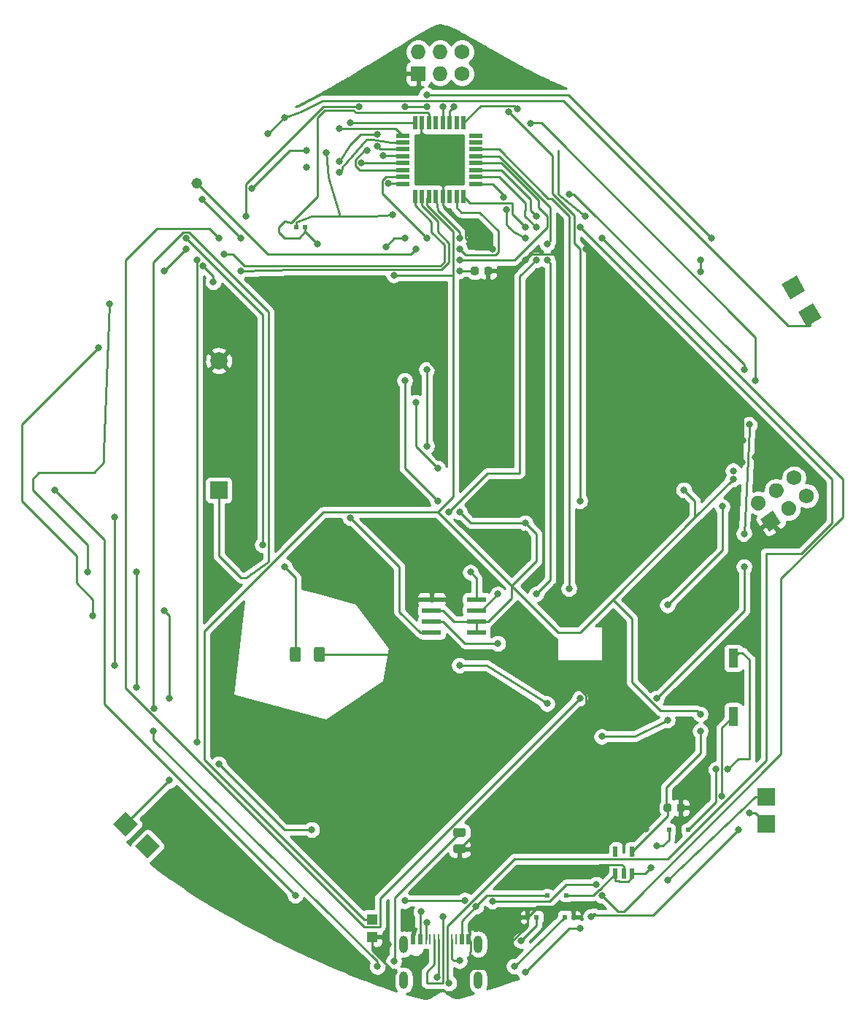
<source format=gbr>
G04 #@! TF.GenerationSoftware,KiCad,Pcbnew,(5.1.10)-1*
G04 #@! TF.CreationDate,2021-10-13T01:49:27-04:00*
G04 #@! TF.ProjectId,ScryptKeeper,53637279-7074-44b6-9565-7065722e6b69,rev?*
G04 #@! TF.SameCoordinates,Original*
G04 #@! TF.FileFunction,Copper,L16,Bot*
G04 #@! TF.FilePolarity,Positive*
%FSLAX46Y46*%
G04 Gerber Fmt 4.6, Leading zero omitted, Abs format (unit mm)*
G04 Created by KiCad (PCBNEW (5.1.10)-1) date 2021-10-13 01:49:27*
%MOMM*%
%LPD*%
G01*
G04 APERTURE LIST*
G04 #@! TA.AperFunction,SMDPad,CuDef*
%ADD10R,0.500000X0.500000*%
G04 #@! TD*
G04 #@! TA.AperFunction,SMDPad,CuDef*
%ADD11R,0.550000X1.600000*%
G04 #@! TD*
G04 #@! TA.AperFunction,SMDPad,CuDef*
%ADD12R,1.600000X0.550000*%
G04 #@! TD*
G04 #@! TA.AperFunction,SMDPad,CuDef*
%ADD13R,1.120000X2.160000*%
G04 #@! TD*
G04 #@! TA.AperFunction,ComponentPad*
%ADD14R,2.000000X2.000000*%
G04 #@! TD*
G04 #@! TA.AperFunction,ComponentPad*
%ADD15C,0.100000*%
G04 #@! TD*
G04 #@! TA.AperFunction,ComponentPad*
%ADD16C,1.727200*%
G04 #@! TD*
G04 #@! TA.AperFunction,ComponentPad*
%ADD17O,1.727200X1.727200*%
G04 #@! TD*
G04 #@! TA.AperFunction,ComponentPad*
%ADD18R,1.727200X1.727200*%
G04 #@! TD*
G04 #@! TA.AperFunction,ComponentPad*
%ADD19C,2.000000*%
G04 #@! TD*
G04 #@! TA.AperFunction,SMDPad,CuDef*
%ADD20R,1.300000X1.200000*%
G04 #@! TD*
G04 #@! TA.AperFunction,SMDPad,CuDef*
%ADD21R,0.575000X1.150000*%
G04 #@! TD*
G04 #@! TA.AperFunction,SMDPad,CuDef*
%ADD22R,0.275000X1.150000*%
G04 #@! TD*
G04 #@! TA.AperFunction,ComponentPad*
%ADD23O,1.000000X2.000000*%
G04 #@! TD*
G04 #@! TA.AperFunction,SMDPad,CuDef*
%ADD24R,0.600000X0.600000*%
G04 #@! TD*
G04 #@! TA.AperFunction,SMDPad,CuDef*
%ADD25R,0.550000X1.200000*%
G04 #@! TD*
G04 #@! TA.AperFunction,SMDPad,CuDef*
%ADD26R,2.200000X0.600000*%
G04 #@! TD*
G04 #@! TA.AperFunction,ViaPad*
%ADD27C,0.800000*%
G04 #@! TD*
G04 #@! TA.AperFunction,Conductor*
%ADD28C,0.250000*%
G04 #@! TD*
G04 #@! TA.AperFunction,Conductor*
%ADD29C,0.254000*%
G04 #@! TD*
G04 #@! TA.AperFunction,Conductor*
%ADD30C,0.100000*%
G04 #@! TD*
G04 APERTURE END LIST*
D10*
X95420000Y-135890000D03*
X97620000Y-135890000D03*
D11*
X65975000Y-62475000D03*
X66775000Y-62475000D03*
X67575000Y-62475000D03*
X68375000Y-62475000D03*
X69175000Y-62475000D03*
X69975000Y-62475000D03*
X70775000Y-62475000D03*
X71575000Y-62475000D03*
D12*
X73025000Y-61025000D03*
X73025000Y-60225000D03*
X73025000Y-59425000D03*
X73025000Y-58625000D03*
X73025000Y-57825000D03*
X73025000Y-57025000D03*
X73025000Y-56225000D03*
X73025000Y-55425000D03*
D11*
X71575000Y-53975000D03*
X70775000Y-53975000D03*
X69975000Y-53975000D03*
X69175000Y-53975000D03*
X68375000Y-53975000D03*
X67575000Y-53975000D03*
X66775000Y-53975000D03*
X65975000Y-53975000D03*
D12*
X64525000Y-55425000D03*
X64525000Y-56225000D03*
X64525000Y-57025000D03*
X64525000Y-57825000D03*
X64525000Y-58625000D03*
X64525000Y-59425000D03*
X64525000Y-60225000D03*
X64525000Y-61025000D03*
D13*
X102870000Y-122745000D03*
X102870000Y-116015000D03*
D14*
X106680000Y-135255000D03*
G04 #@! TA.AperFunction,ComponentPad*
D15*
G36*
X32385000Y-136669214D02*
G01*
X30970786Y-135255000D01*
X32385000Y-133840786D01*
X33799214Y-135255000D01*
X32385000Y-136669214D01*
G37*
G04 #@! TD.AperFunction*
G04 #@! TA.AperFunction,ComponentPad*
G36*
X34925000Y-139209214D02*
G01*
X33510786Y-137795000D01*
X34925000Y-136380786D01*
X36339214Y-137795000D01*
X34925000Y-139209214D01*
G37*
G04 #@! TD.AperFunction*
D14*
X106680000Y-132080000D03*
D16*
X71414001Y-45720001D03*
X71414001Y-48260001D03*
D17*
X68874001Y-45720001D03*
X68874001Y-48260001D03*
X66334001Y-45720001D03*
D18*
X66334001Y-48260001D03*
G04 #@! TA.AperFunction,ComponentPad*
D15*
G36*
X110393975Y-75833975D02*
G01*
X112126025Y-74833975D01*
X113126025Y-76566025D01*
X111393975Y-77566025D01*
X110393975Y-75833975D01*
G37*
G04 #@! TD.AperFunction*
G04 #@! TA.AperFunction,ComponentPad*
G36*
X108488975Y-72658975D02*
G01*
X110221025Y-71658975D01*
X111221025Y-73391025D01*
X109488975Y-74391025D01*
X108488975Y-72658975D01*
G37*
G04 #@! TD.AperFunction*
G04 #@! TA.AperFunction,SMDPad,CuDef*
G36*
G01*
X40640000Y-60325000D02*
X40640000Y-60325000D01*
G75*
G02*
X41275000Y-60960000I0J-635000D01*
G01*
X41275000Y-60960000D01*
G75*
G02*
X40640000Y-61595000I-635000J0D01*
G01*
X40640000Y-61595000D01*
G75*
G02*
X40005000Y-60960000I0J635000D01*
G01*
X40005000Y-60960000D01*
G75*
G02*
X40640000Y-60325000I635000J0D01*
G01*
G37*
G04 #@! TD.AperFunction*
D10*
X81280000Y-143510000D03*
X83480000Y-143510000D03*
D19*
X43180000Y-81530000D03*
D14*
X43180000Y-96520000D03*
G04 #@! TA.AperFunction,SMDPad,CuDef*
G36*
G01*
X70645000Y-137610000D02*
X71595000Y-137610000D01*
G75*
G02*
X71845000Y-137860000I0J-250000D01*
G01*
X71845000Y-138360000D01*
G75*
G02*
X71595000Y-138610000I-250000J0D01*
G01*
X70645000Y-138610000D01*
G75*
G02*
X70395000Y-138360000I0J250000D01*
G01*
X70395000Y-137860000D01*
G75*
G02*
X70645000Y-137610000I250000J0D01*
G01*
G37*
G04 #@! TD.AperFunction*
G04 #@! TA.AperFunction,SMDPad,CuDef*
G36*
G01*
X70645000Y-135710000D02*
X71595000Y-135710000D01*
G75*
G02*
X71845000Y-135960000I0J-250000D01*
G01*
X71845000Y-136460000D01*
G75*
G02*
X71595000Y-136710000I-250000J0D01*
G01*
X70645000Y-136710000D01*
G75*
G02*
X70395000Y-136460000I0J250000D01*
G01*
X70395000Y-135960000D01*
G75*
G02*
X70645000Y-135710000I250000J0D01*
G01*
G37*
G04 #@! TD.AperFunction*
G04 #@! TA.AperFunction,ComponentPad*
D15*
G36*
X106028695Y-99899629D02*
G01*
X107443534Y-98908948D01*
X108434215Y-100323787D01*
X107019376Y-101314468D01*
X106028695Y-99899629D01*
G37*
G04 #@! TD.AperFunction*
G04 #@! TA.AperFunction,ComponentPad*
G36*
G01*
X105279229Y-97323642D02*
X105279229Y-97323642D01*
G75*
G02*
X106481990Y-97535721I495341J-707420D01*
G01*
X106481990Y-97535721D01*
G75*
G02*
X106269911Y-98738482I-707420J-495341D01*
G01*
X106269911Y-98738482D01*
G75*
G02*
X105067150Y-98526403I-495341J707420D01*
G01*
X105067150Y-98526403D01*
G75*
G02*
X105279229Y-97323642I707420J495341D01*
G01*
G37*
G04 #@! TD.AperFunction*
G04 #@! TA.AperFunction,ComponentPad*
G36*
G01*
X108816760Y-97947404D02*
X108816760Y-97947404D01*
G75*
G02*
X110019521Y-98159483I495341J-707420D01*
G01*
X110019521Y-98159483D01*
G75*
G02*
X109807442Y-99362244I-707420J-495341D01*
G01*
X109807442Y-99362244D01*
G75*
G02*
X108604681Y-99150165I-495341J707420D01*
G01*
X108604681Y-99150165D01*
G75*
G02*
X108816760Y-97947404I707420J495341D01*
G01*
G37*
G04 #@! TD.AperFunction*
G04 #@! TA.AperFunction,ComponentPad*
G36*
G01*
X107359876Y-95866757D02*
X107359876Y-95866757D01*
G75*
G02*
X108562637Y-96078836I495341J-707420D01*
G01*
X108562637Y-96078836D01*
G75*
G02*
X108350558Y-97281597I-707420J-495341D01*
G01*
X108350558Y-97281597D01*
G75*
G02*
X107147797Y-97069518I-495341J707420D01*
G01*
X107147797Y-97069518D01*
G75*
G02*
X107359876Y-95866757I707420J495341D01*
G01*
G37*
G04 #@! TD.AperFunction*
D16*
X111392747Y-97197939D03*
X109935863Y-95117293D03*
G04 #@! TA.AperFunction,SMDPad,CuDef*
G36*
G01*
X52695000Y-114945000D02*
X52695000Y-116195000D01*
G75*
G02*
X52445000Y-116445000I-250000J0D01*
G01*
X51695000Y-116445000D01*
G75*
G02*
X51445000Y-116195000I0J250000D01*
G01*
X51445000Y-114945000D01*
G75*
G02*
X51695000Y-114695000I250000J0D01*
G01*
X52445000Y-114695000D01*
G75*
G02*
X52695000Y-114945000I0J-250000D01*
G01*
G37*
G04 #@! TD.AperFunction*
G04 #@! TA.AperFunction,SMDPad,CuDef*
G36*
G01*
X55495000Y-114945000D02*
X55495000Y-116195000D01*
G75*
G02*
X55245000Y-116445000I-250000J0D01*
G01*
X54495000Y-116445000D01*
G75*
G02*
X54245000Y-116195000I0J250000D01*
G01*
X54245000Y-114945000D01*
G75*
G02*
X54495000Y-114695000I250000J0D01*
G01*
X55245000Y-114695000D01*
G75*
G02*
X55495000Y-114945000I0J-250000D01*
G01*
G37*
G04 #@! TD.AperFunction*
D20*
X60960000Y-148336000D03*
X60960000Y-146304000D03*
D21*
X72165000Y-148590000D03*
X71365000Y-148590000D03*
D22*
X70715000Y-148590000D03*
X70215000Y-148590000D03*
X69715000Y-148590000D03*
X69215000Y-148590000D03*
X68715000Y-148590000D03*
X68215000Y-148590000D03*
X67715000Y-148590000D03*
X67215000Y-148590000D03*
D21*
X66565000Y-148590000D03*
X65765000Y-148590000D03*
D23*
X73285000Y-153345000D03*
X64645000Y-153345000D03*
X64645000Y-149165000D03*
X73285000Y-149165000D03*
D24*
X80010000Y-146050000D03*
X78994000Y-146050000D03*
X83312000Y-146050000D03*
X84328000Y-146050000D03*
D25*
X91120000Y-141000100D03*
X90170000Y-141000100D03*
X89220000Y-141000100D03*
X89220000Y-138399900D03*
X91120000Y-138399900D03*
D26*
X67885000Y-111760000D03*
X73085000Y-111760000D03*
X67885000Y-113030000D03*
X67885000Y-110490000D03*
X67885000Y-109220000D03*
X73085000Y-113030000D03*
X73085000Y-110490000D03*
X73085000Y-109220000D03*
D24*
X52197000Y-66040000D03*
X53213000Y-66040000D03*
G04 #@! TA.AperFunction,SMDPad,CuDef*
G36*
G01*
X94800000Y-133600000D02*
X94800000Y-133100000D01*
G75*
G02*
X95025000Y-132875000I225000J0D01*
G01*
X95475000Y-132875000D01*
G75*
G02*
X95700000Y-133100000I0J-225000D01*
G01*
X95700000Y-133600000D01*
G75*
G02*
X95475000Y-133825000I-225000J0D01*
G01*
X95025000Y-133825000D01*
G75*
G02*
X94800000Y-133600000I0J225000D01*
G01*
G37*
G04 #@! TD.AperFunction*
G04 #@! TA.AperFunction,SMDPad,CuDef*
G36*
G01*
X96350000Y-133600000D02*
X96350000Y-133100000D01*
G75*
G02*
X96575000Y-132875000I225000J0D01*
G01*
X97025000Y-132875000D01*
G75*
G02*
X97250000Y-133100000I0J-225000D01*
G01*
X97250000Y-133600000D01*
G75*
G02*
X97025000Y-133825000I-225000J0D01*
G01*
X96575000Y-133825000D01*
G75*
G02*
X96350000Y-133600000I0J225000D01*
G01*
G37*
G04 #@! TD.AperFunction*
G04 #@! TA.AperFunction,SMDPad,CuDef*
G36*
G01*
X72435000Y-71370000D02*
X72435000Y-70870000D01*
G75*
G02*
X72660000Y-70645000I225000J0D01*
G01*
X73110000Y-70645000D01*
G75*
G02*
X73335000Y-70870000I0J-225000D01*
G01*
X73335000Y-71370000D01*
G75*
G02*
X73110000Y-71595000I-225000J0D01*
G01*
X72660000Y-71595000D01*
G75*
G02*
X72435000Y-71370000I0J225000D01*
G01*
G37*
G04 #@! TD.AperFunction*
G04 #@! TA.AperFunction,SMDPad,CuDef*
G36*
G01*
X73985000Y-71370000D02*
X73985000Y-70870000D01*
G75*
G02*
X74210000Y-70645000I225000J0D01*
G01*
X74660000Y-70645000D01*
G75*
G02*
X74885000Y-70870000I0J-225000D01*
G01*
X74885000Y-71370000D01*
G75*
G02*
X74660000Y-71595000I-225000J0D01*
G01*
X74210000Y-71595000D01*
G75*
G02*
X73985000Y-71370000I0J225000D01*
G01*
G37*
G04 #@! TD.AperFunction*
D27*
X93980000Y-113030000D03*
X63500000Y-152400000D03*
X78740000Y-69850000D03*
X90170000Y-135890000D03*
X92710000Y-135799598D03*
X86360000Y-140970000D03*
X87940170Y-138119830D03*
X63500000Y-82550000D03*
X68580000Y-92710000D03*
X82550000Y-69215000D03*
X85767400Y-68580000D03*
X62865000Y-149225000D03*
X65405000Y-147320000D03*
X85090000Y-144780000D03*
X69215000Y-59690000D03*
X66675000Y-57150000D03*
X74930000Y-68580000D03*
X70485000Y-102870000D03*
X73660000Y-102235000D03*
X78740000Y-101600000D03*
X80645000Y-100330000D03*
X75093769Y-96683769D03*
X104140000Y-86995000D03*
X105410000Y-92710000D03*
X103896810Y-93332202D03*
X104030125Y-90799218D03*
X73025000Y-144780000D03*
X66675000Y-145415000D03*
X102870000Y-95250000D03*
X63500000Y-71607211D03*
X63392412Y-64598466D03*
X99060000Y-122512600D03*
X99060000Y-124460000D03*
X78740000Y-100330000D03*
X71120000Y-99060000D03*
X67310000Y-91440000D03*
X67310000Y-82550000D03*
X97155000Y-96520000D03*
X55654200Y-57375800D03*
X58420000Y-53932600D03*
X86360000Y-145950001D03*
X78740000Y-152400000D03*
X35672334Y-121807666D03*
X35560000Y-124460000D03*
X63500000Y-151130000D03*
X61595000Y-151765000D03*
X85090000Y-147320000D03*
X93980000Y-137795000D03*
X93345000Y-140335000D03*
X103505000Y-135890000D03*
X101543666Y-132023666D03*
X71120000Y-68580000D03*
X66040000Y-68580000D03*
X43815000Y-69215000D03*
X31115000Y-99695000D03*
X31115000Y-116840000D03*
X104775000Y-133985000D03*
X45720000Y-71120000D03*
X42545000Y-72390000D03*
X41317400Y-70523450D03*
X24130000Y-96520000D03*
X52070000Y-143510000D03*
X64770000Y-144145000D03*
X71724705Y-144072305D03*
X74930000Y-144187400D03*
X86995000Y-142240000D03*
X95250000Y-141763980D03*
X71120000Y-71120000D03*
X71120000Y-67310000D03*
X78740000Y-66040000D03*
X85725000Y-64770000D03*
X87630000Y-67310000D03*
X78740000Y-67310000D03*
X87649045Y-143529045D03*
X69215000Y-146007600D03*
X76542600Y-64041005D03*
X76200000Y-62572600D03*
X85090000Y-66040000D03*
X69892400Y-153670000D03*
X68537600Y-152992600D03*
X80010000Y-66040000D03*
X83820000Y-62230000D03*
X80010000Y-64770000D03*
X104140000Y-82550000D03*
X75565000Y-108585000D03*
X71120000Y-69850000D03*
X72390000Y-106045000D03*
X81280000Y-67987400D03*
X81280000Y-69850000D03*
X80010000Y-108585000D03*
X75565000Y-114300000D03*
X83820000Y-107950000D03*
X85090000Y-120650000D03*
X46355000Y-64770000D03*
X43180000Y-67310000D03*
X59427757Y-52069999D03*
X77860926Y-52355310D03*
X50800000Y-105410000D03*
X48260000Y-102870000D03*
X39370000Y-67310000D03*
X57150000Y-58420000D03*
X61595000Y-55287400D03*
X70485000Y-52070000D03*
X80010000Y-69850000D03*
X69850000Y-99060000D03*
X68580000Y-97790000D03*
X64770000Y-83820000D03*
X69215000Y-52070000D03*
X58420000Y-99737400D03*
X54610000Y-67987400D03*
X39370000Y-68580000D03*
X36830000Y-71120000D03*
X30480000Y-74930000D03*
X46990000Y-61595000D03*
X27940000Y-106045000D03*
X33655000Y-106045000D03*
X33655000Y-119380000D03*
X37465000Y-130175000D03*
X57150000Y-54610000D03*
X53340000Y-57150000D03*
X29210000Y-80010000D03*
X28575000Y-111125000D03*
X36830000Y-110490000D03*
X37465000Y-120650000D03*
X53340000Y-59097400D03*
X57150000Y-59690000D03*
X105410000Y-83820000D03*
X104140000Y-101600000D03*
X104140000Y-105410000D03*
X93980000Y-120650000D03*
X79375000Y-54017400D03*
X61571912Y-56661894D03*
X104775000Y-88900000D03*
X40640000Y-69850000D03*
X40640000Y-125730000D03*
X43180000Y-128270000D03*
X53975000Y-135890000D03*
X62230000Y-57785000D03*
X85090000Y-97790000D03*
X76835000Y-52662600D03*
X59690000Y-58581495D03*
X64770000Y-52070000D03*
X67310000Y-52070000D03*
X67310000Y-50715199D03*
X100330000Y-67310000D03*
X99060000Y-69850000D03*
X99060000Y-71204801D03*
X102870000Y-94297597D03*
X101600000Y-98425000D03*
X95250000Y-109855000D03*
X95250000Y-123190000D03*
X71120000Y-116840000D03*
X81280000Y-121285000D03*
X87630000Y-125095000D03*
X60367400Y-57192400D03*
X67310000Y-67310000D03*
X64770000Y-67310000D03*
X62569669Y-68303091D03*
X41275000Y-62865000D03*
X50800000Y-53340000D03*
X48895000Y-55245000D03*
X45720000Y-67310000D03*
X62865000Y-60960000D03*
X78256949Y-148741949D03*
X67310000Y-146685000D03*
X77470000Y-151722600D03*
X71120000Y-151087600D03*
X68580000Y-93980000D03*
X66040000Y-86360000D03*
X102235000Y-128905000D03*
X100866266Y-128905000D03*
D28*
X85767401Y-123462599D02*
X71120000Y-138110000D01*
X85767401Y-120324847D02*
X85767401Y-123462599D01*
X81012554Y-115570000D02*
X85767401Y-120324847D01*
X54870000Y-115570000D02*
X81012554Y-115570000D01*
X60960000Y-149860000D02*
X60960000Y-148336000D01*
X93980000Y-113030000D02*
X107020295Y-99989705D01*
X87950000Y-138110000D02*
X90170000Y-135890000D01*
X71120000Y-138110000D02*
X87950000Y-138110000D01*
X84328000Y-145500000D02*
X83608000Y-144780000D01*
X84328000Y-146050000D02*
X84328000Y-145500000D01*
X83608000Y-144780000D02*
X80010000Y-144780000D01*
X80010000Y-145034000D02*
X78994000Y-146050000D01*
X80010000Y-144780000D02*
X80010000Y-145034000D01*
X77470000Y-71120000D02*
X74140000Y-71120000D01*
X78740000Y-69850000D02*
X77470000Y-71120000D01*
X90170000Y-140150100D02*
X90170000Y-141000100D01*
X89974601Y-139954701D02*
X90170000Y-140150100D01*
X87375299Y-139954701D02*
X86360000Y-140970000D01*
X89974601Y-139954701D02*
X87375299Y-139954701D01*
X82507599Y-69172599D02*
X82550000Y-69215000D01*
X79417401Y-69172599D02*
X82507599Y-69172599D01*
X78740000Y-69850000D02*
X79417401Y-69172599D01*
X113030000Y-95842600D02*
X113030000Y-98425000D01*
X113030000Y-98425000D02*
X109855000Y-101600000D01*
X108719747Y-101600000D02*
X107231455Y-100111708D01*
X109855000Y-101600000D02*
X108719747Y-101600000D01*
X72457401Y-148882401D02*
X72165000Y-148590000D01*
X72290000Y-150121554D02*
X72457401Y-149954153D01*
X72657590Y-151997590D02*
X72290000Y-151630000D01*
X72457401Y-149954153D02*
X72457401Y-148882401D01*
X74043318Y-151997590D02*
X72657590Y-151997590D01*
X72290000Y-151630000D02*
X72290000Y-150121554D01*
X78994000Y-147046908D02*
X74043318Y-151997590D01*
X78994000Y-146050000D02*
X78994000Y-147046908D01*
X61595000Y-150495000D02*
X62865000Y-149225000D01*
X63500000Y-152400000D02*
X61595000Y-150495000D01*
X61595000Y-150495000D02*
X60960000Y-149860000D01*
X66040000Y-147320000D02*
X65765000Y-148590000D01*
X65405000Y-147320000D02*
X66040000Y-147320000D01*
X83608000Y-144780000D02*
X85090000Y-144780000D01*
X68580000Y-82817446D02*
X68580000Y-92710000D01*
X67310000Y-81280000D02*
X68580000Y-82817446D01*
X64177401Y-81872599D02*
X67310000Y-81280000D01*
X63500000Y-82550000D02*
X64177401Y-81872599D01*
X69175000Y-59730000D02*
X69215000Y-59690000D01*
X69175000Y-62475000D02*
X69175000Y-59730000D01*
X66675000Y-54075000D02*
X66775000Y-53975000D01*
X66675000Y-57150000D02*
X66675000Y-54075000D01*
X73425678Y-68580000D02*
X74930000Y-68580000D01*
X73025000Y-68580000D02*
X73425678Y-68580000D01*
X71797401Y-67352401D02*
X73025000Y-68580000D01*
X71797401Y-66147401D02*
X71797401Y-67352401D01*
X69175000Y-63525000D02*
X71797401Y-66147401D01*
X69175000Y-62475000D02*
X69175000Y-63525000D01*
X67885000Y-105470000D02*
X70485000Y-102870000D01*
X67885000Y-109220000D02*
X67885000Y-105470000D01*
X78105000Y-102235000D02*
X78740000Y-101600000D01*
X73660000Y-102235000D02*
X78105000Y-102235000D01*
X76998769Y-96683769D02*
X75093769Y-96683769D01*
X80645000Y-100330000D02*
X76998769Y-96683769D01*
X104161200Y-86973800D02*
X104140000Y-86995000D01*
X85767400Y-68580000D02*
X104161200Y-86973800D01*
X107971200Y-90783800D02*
X107336200Y-90783800D01*
X107336200Y-90783800D02*
X105410000Y-92710000D01*
X104161200Y-86973800D02*
X107971200Y-90783800D01*
X107971200Y-90783800D02*
X113030000Y-95842600D01*
X103896810Y-90932533D02*
X104030125Y-90799218D01*
X103896810Y-93332202D02*
X103896810Y-90932533D01*
X104030125Y-87104875D02*
X104140000Y-86995000D01*
X104030125Y-90799218D02*
X104030125Y-87104875D01*
X71365000Y-146440000D02*
X71365000Y-148590000D01*
X81280000Y-143510000D02*
X74295000Y-143510000D01*
X74295000Y-143510000D02*
X73025000Y-144780000D01*
X73025000Y-144780000D02*
X71365000Y-146440000D01*
X66565000Y-145525000D02*
X66565000Y-148590000D01*
X66675000Y-145415000D02*
X66565000Y-145525000D01*
X85090000Y-113030000D02*
X82550000Y-113030000D01*
X68580000Y-99060000D02*
X70370000Y-97270000D01*
X91120000Y-111440000D02*
X88900000Y-109220000D01*
X88900000Y-109220000D02*
X85090000Y-113030000D01*
X60060000Y-146304000D02*
X41507590Y-127751590D01*
X60960000Y-146304000D02*
X60060000Y-146304000D01*
X41507590Y-112863316D02*
X55310906Y-99060000D01*
X41507590Y-127751590D02*
X41507590Y-112863316D01*
X55310906Y-99060000D02*
X68580000Y-99060000D01*
X63532789Y-71640000D02*
X63500000Y-71607211D01*
X70370000Y-71640000D02*
X63532789Y-71640000D01*
X70370000Y-97270000D02*
X70370000Y-71640000D01*
X91120000Y-118792554D02*
X91120000Y-111440000D01*
X94437446Y-122110000D02*
X91120000Y-118792554D01*
X98657400Y-122110000D02*
X99060000Y-122512600D01*
X94437446Y-122110000D02*
X98657400Y-122110000D01*
X80010000Y-101600000D02*
X78740000Y-100330000D01*
X78740000Y-100330000D02*
X72390000Y-100330000D01*
X72390000Y-100330000D02*
X71120000Y-99060000D01*
X67310000Y-91440000D02*
X67310000Y-82550000D01*
X98425000Y-97790000D02*
X97155000Y-96520000D01*
X98425000Y-99695000D02*
X98425000Y-97790000D01*
X102870000Y-95250000D02*
X98425000Y-99695000D01*
X98425000Y-99695000D02*
X88900000Y-109220000D01*
X80010000Y-101600000D02*
X80010000Y-104775000D01*
X80010000Y-104775000D02*
X77152500Y-107632500D01*
X77152500Y-107632500D02*
X68580000Y-99060000D01*
X82550000Y-113030000D02*
X77152500Y-107632500D01*
X70370000Y-71640000D02*
X70370000Y-69215000D01*
X74435000Y-111760000D02*
X77152500Y-109042500D01*
X77152500Y-109042500D02*
X77152500Y-107632500D01*
X73085000Y-111760000D02*
X74435000Y-111760000D01*
X73085000Y-113030000D02*
X73085000Y-111760000D01*
X70505000Y-111760000D02*
X73085000Y-111760000D01*
X69235000Y-110490000D02*
X70505000Y-111760000D01*
X67885000Y-110490000D02*
X69235000Y-110490000D01*
X60960000Y-64770000D02*
X57150000Y-64770000D01*
X63392412Y-64598466D02*
X60960000Y-64770000D01*
X70370000Y-66561916D02*
X70370000Y-69215000D01*
X67327401Y-63519317D02*
X70370000Y-66561916D01*
X67327401Y-62702599D02*
X67327401Y-63519317D01*
X67555000Y-62475000D02*
X67327401Y-62702599D01*
X67575000Y-62475000D02*
X67555000Y-62475000D01*
X52197000Y-65490000D02*
X52197000Y-66040000D01*
X53975000Y-64770000D02*
X52197000Y-65490000D01*
X57277000Y-64770000D02*
X53975000Y-64770000D01*
X55880000Y-60325000D02*
X57277000Y-64770000D01*
X55654200Y-57375800D02*
X55880000Y-60325000D01*
X58462400Y-53975000D02*
X58420000Y-53932600D01*
X65975000Y-53975000D02*
X58462400Y-53975000D01*
X89220000Y-141000100D02*
X89220000Y-141850100D01*
X86710100Y-145599901D02*
X86360000Y-145950001D01*
X63590180Y-151218696D02*
X63590180Y-143739820D01*
X63590180Y-143739820D02*
X71120000Y-136210000D01*
X35560000Y-125462554D02*
X61595000Y-151130000D01*
X35560000Y-124460000D02*
X35560000Y-125462554D01*
X61595000Y-151130000D02*
X61595000Y-151765000D01*
X35560000Y-70117446D02*
X35560000Y-121695332D01*
X39044847Y-66632599D02*
X35560000Y-70117446D01*
X39695153Y-66632599D02*
X39044847Y-66632599D01*
X48937401Y-75874847D02*
X39695153Y-66632599D01*
X48937401Y-104864413D02*
X48937401Y-75874847D01*
X35560000Y-121695332D02*
X35672334Y-121807666D01*
X46355000Y-106680000D02*
X48937401Y-104864413D01*
X45720000Y-106680000D02*
X43180000Y-104140000D01*
X46355000Y-106680000D02*
X45720000Y-106680000D01*
X85090000Y-147320000D02*
X83820000Y-147320000D01*
X83820000Y-147320000D02*
X78740000Y-152400000D01*
X92679900Y-141000100D02*
X91120000Y-141000100D01*
X93345000Y-140335000D02*
X92679900Y-141000100D01*
X87368456Y-142851644D02*
X89220000Y-141000100D01*
X87323892Y-142851644D02*
X87368456Y-142851644D01*
X86665536Y-143510000D02*
X87323892Y-142851644D01*
X83480000Y-143510000D02*
X86665536Y-143510000D01*
X103505000Y-115380000D02*
X102870000Y-116015000D01*
X103950000Y-115380000D02*
X103505000Y-115380000D01*
X104775000Y-116205000D02*
X103950000Y-115380000D01*
X104775000Y-127690516D02*
X104775000Y-116205000D01*
X93980000Y-137795000D02*
X94670516Y-137795000D01*
X93577590Y-145817410D02*
X103505000Y-135890000D01*
X86927609Y-145817410D02*
X93577590Y-145817410D01*
X86710100Y-145599901D02*
X86927609Y-145817410D01*
X101543666Y-132023666D02*
X101543666Y-125151334D01*
X48837401Y-69157401D02*
X40640000Y-60960000D01*
X65462599Y-69157401D02*
X48837401Y-69157401D01*
X66040000Y-68580000D02*
X65462599Y-69157401D01*
X75607401Y-68905153D02*
X75607401Y-66452401D01*
X75255153Y-69257401D02*
X75607401Y-68905153D01*
X71797401Y-69257401D02*
X75255153Y-69257401D01*
X71120000Y-68580000D02*
X71797401Y-69257401D01*
X70775000Y-62475000D02*
X70775000Y-63790000D01*
X71305000Y-64320000D02*
X73475000Y-64320000D01*
X70775000Y-63790000D02*
X71305000Y-64320000D01*
X75607401Y-66452401D02*
X73475000Y-64320000D01*
X31115000Y-99695000D02*
X31115000Y-116840000D01*
X105410000Y-133985000D02*
X106680000Y-135255000D01*
X104775000Y-133985000D02*
X105410000Y-133985000D01*
X46129955Y-70527401D02*
X44817554Y-69215000D01*
X69370000Y-70062554D02*
X68905153Y-70527401D01*
X69370000Y-68100000D02*
X69370000Y-70062554D01*
X67880000Y-66610000D02*
X69370000Y-68100000D01*
X68905153Y-70527401D02*
X46129955Y-70527401D01*
X67880000Y-65430000D02*
X67880000Y-66610000D01*
X44817554Y-69215000D02*
X43815000Y-69215000D01*
X65975000Y-63525000D02*
X67880000Y-65430000D01*
X65975000Y-62475000D02*
X65975000Y-63525000D01*
X42545000Y-71751050D02*
X41317400Y-70523450D01*
X42545000Y-72390000D02*
X42545000Y-71751050D01*
X29905771Y-121345770D02*
X52070000Y-143510000D01*
X29905771Y-102295771D02*
X29905771Y-121345770D01*
X24130000Y-96520000D02*
X29905771Y-102295771D01*
X71652010Y-144145000D02*
X71724705Y-144072305D01*
X64770000Y-144145000D02*
X71652010Y-144145000D01*
X83549322Y-142240000D02*
X86995000Y-142240000D01*
X81601922Y-144187400D02*
X83549322Y-142240000D01*
X74930000Y-144187400D02*
X81601922Y-144187400D01*
X105410000Y-132080000D02*
X106680000Y-132080000D01*
X95250000Y-141763980D02*
X105410000Y-132080000D01*
X68580000Y-66588606D02*
X68580000Y-65405000D01*
X69850000Y-67945000D02*
X68580000Y-66588606D01*
X68580000Y-65405000D02*
X66775000Y-63525000D01*
X69850000Y-69215000D02*
X69850000Y-67945000D01*
X69870000Y-70131646D02*
X69850000Y-69215000D01*
X66775000Y-63525000D02*
X66775000Y-62475000D01*
X69071835Y-70929811D02*
X69870000Y-70131646D01*
X52070000Y-70929811D02*
X69071835Y-70929811D01*
X45720000Y-71120000D02*
X52070000Y-70929811D01*
X71120000Y-71120000D02*
X73180000Y-71120000D01*
X68580000Y-64135000D02*
X68375000Y-62475000D01*
X71120000Y-66675000D02*
X68580000Y-64135000D01*
X71120000Y-67310000D02*
X71120000Y-66675000D01*
X72350000Y-63250000D02*
X71575000Y-62475000D01*
X77220000Y-63250000D02*
X72350000Y-63250000D01*
X77220000Y-64520000D02*
X77220000Y-63250000D01*
X78740000Y-66040000D02*
X77220000Y-64520000D01*
X82550000Y-62230000D02*
X82550000Y-57150000D01*
X85725000Y-64770000D02*
X82550000Y-62230000D01*
X115570000Y-95250000D02*
X87630000Y-67310000D01*
X115570000Y-99629093D02*
X115570000Y-95250000D01*
X108430670Y-106768423D02*
X115570000Y-99629093D01*
X108430670Y-127132892D02*
X108430670Y-106768423D01*
X90170000Y-145415000D02*
X108430670Y-127132892D01*
X89535000Y-145415000D02*
X87649045Y-143529045D01*
X90170000Y-145415000D02*
X89535000Y-145415000D01*
X69215000Y-146007600D02*
X69215000Y-148590000D01*
X68215000Y-148590000D02*
X68215000Y-151495000D01*
X68215000Y-151495000D02*
X67310000Y-152400000D01*
X67310000Y-152400000D02*
X67310000Y-153670000D01*
X67310000Y-153670000D02*
X69215000Y-153670000D01*
X69215000Y-149860000D02*
X69215000Y-148590000D01*
X69215000Y-153670000D02*
X69215000Y-149860000D01*
X77470000Y-66675000D02*
X76835000Y-66040000D01*
X78740000Y-67310000D02*
X77470000Y-66675000D01*
X76542600Y-65747600D02*
X76542600Y-64041005D01*
X76835000Y-66040000D02*
X76542600Y-65747600D01*
X76200000Y-62295000D02*
X74930000Y-61025000D01*
X76200000Y-62572600D02*
X76200000Y-62295000D01*
X74930000Y-61025000D02*
X73025000Y-61025000D01*
X110751909Y-103878091D02*
X114300000Y-100330000D01*
X114300000Y-100330000D02*
X114300000Y-95250000D01*
X106680000Y-103878091D02*
X110751909Y-103878091D01*
X106680000Y-127845322D02*
X106680000Y-103878091D01*
X95248021Y-139277301D02*
X106680000Y-127845322D01*
X114300000Y-95250000D02*
X85090000Y-66040000D01*
X77477699Y-139277301D02*
X95248021Y-139277301D01*
X69715000Y-147040000D02*
X77477699Y-139277301D01*
X69715000Y-148590000D02*
X69715000Y-147040000D01*
X69715000Y-148590000D02*
X69715000Y-150397410D01*
X69715000Y-153492600D02*
X69892400Y-153670000D01*
X69715000Y-150397410D02*
X69715000Y-153492600D01*
X68715000Y-152815200D02*
X68715000Y-148590000D01*
X68537600Y-152992600D02*
X68715000Y-152815200D01*
X75704322Y-60225000D02*
X74930000Y-60225000D01*
X78740000Y-63260678D02*
X75704322Y-60225000D01*
X78720000Y-64750000D02*
X78720000Y-64115000D01*
X80010000Y-66040000D02*
X78720000Y-64750000D01*
X78740000Y-64095000D02*
X78740000Y-63260678D01*
X78720000Y-64115000D02*
X78740000Y-64095000D01*
X74930000Y-60225000D02*
X73025000Y-60225000D01*
X75935000Y-59425000D02*
X73925000Y-59425000D01*
X79375000Y-62865000D02*
X75935000Y-59425000D01*
X79375000Y-64135000D02*
X79375000Y-62865000D01*
X73925000Y-59425000D02*
X73025000Y-59425000D01*
X80010000Y-64770000D02*
X79375000Y-64135000D01*
X104140000Y-81984315D02*
X104140000Y-82550000D01*
X84385685Y-62230000D02*
X104140000Y-81984315D01*
X83820000Y-62230000D02*
X84385685Y-62230000D01*
X73660000Y-110490000D02*
X75565000Y-108585000D01*
X73085000Y-110490000D02*
X73660000Y-110490000D01*
X74090000Y-58625000D02*
X73025000Y-58625000D01*
X75980000Y-58625000D02*
X74090000Y-58625000D01*
X80260000Y-62905000D02*
X75980000Y-58625000D01*
X80260000Y-63750000D02*
X80260000Y-62905000D01*
X81280000Y-64770000D02*
X80260000Y-63750000D01*
X81280000Y-66040000D02*
X81280000Y-64770000D01*
X77470000Y-69850000D02*
X81280000Y-66040000D01*
X71120000Y-69850000D02*
X77470000Y-69850000D01*
X73085000Y-106740000D02*
X73085000Y-109220000D01*
X72390000Y-106045000D02*
X73085000Y-106740000D01*
X81682410Y-67584990D02*
X81280000Y-67987400D01*
X81682410Y-63758317D02*
X81682410Y-67584990D01*
X75749093Y-57825000D02*
X81682410Y-63758317D01*
X73025000Y-57825000D02*
X75749093Y-57825000D01*
X81679999Y-70249999D02*
X81679999Y-106915001D01*
X81280000Y-69850000D02*
X81679999Y-70249999D01*
X81679999Y-106915001D02*
X80010000Y-108585000D01*
X75565000Y-114300000D02*
X71755000Y-114300000D01*
X69215000Y-111760000D02*
X67885000Y-111760000D01*
X71755000Y-114300000D02*
X69215000Y-111760000D01*
X83820000Y-64770000D02*
X81800000Y-62750000D01*
X83820000Y-107950000D02*
X83820000Y-64770000D01*
X75704322Y-57025000D02*
X74930000Y-57025000D01*
X81429322Y-62750000D02*
X75704322Y-57025000D01*
X81800000Y-62750000D02*
X81429322Y-62750000D01*
X74930000Y-57025000D02*
X73025000Y-57025000D01*
X61887401Y-143852599D02*
X85090000Y-120650000D01*
X32388372Y-119481694D02*
X60088079Y-147181401D01*
X60088079Y-147181401D02*
X61831921Y-147181401D01*
X61831921Y-147181401D02*
X61887401Y-147125921D01*
X61887401Y-147125921D02*
X61887401Y-143852599D01*
X42100189Y-66230189D02*
X36004811Y-66230189D01*
X43180000Y-67310000D02*
X42100189Y-66230189D01*
X36004811Y-66230189D02*
X32385000Y-69850000D01*
X32385000Y-70485000D02*
X32388372Y-70488372D01*
X32385000Y-69850000D02*
X32385000Y-70485000D01*
X32388372Y-70488372D02*
X32388372Y-119481694D01*
X46312599Y-64727599D02*
X46355000Y-64770000D01*
X46312599Y-61068309D02*
X46312599Y-64727599D01*
X51320908Y-56060000D02*
X46312599Y-61068309D01*
X55310909Y-52069999D02*
X59427757Y-52069999D01*
X51320908Y-56060000D02*
X55310909Y-52069999D01*
X73594689Y-51955311D02*
X71575000Y-53975000D01*
X77460927Y-51955311D02*
X73594689Y-51955311D01*
X77860926Y-52355310D02*
X77460927Y-51955311D01*
X52070000Y-106680000D02*
X50800000Y-105410000D01*
X52070000Y-115570000D02*
X52070000Y-107950000D01*
X48260000Y-76200000D02*
X39370000Y-67310000D01*
X48260000Y-102870000D02*
X48260000Y-76200000D01*
X52070000Y-107950000D02*
X52070000Y-106680000D01*
X57150000Y-58420000D02*
X58420000Y-56515000D01*
X59647600Y-55287400D02*
X61595000Y-55287400D01*
X58420000Y-56515000D02*
X59647600Y-55287400D01*
X69975000Y-52580000D02*
X69975000Y-53975000D01*
X70485000Y-52070000D02*
X69975000Y-52580000D01*
X64770000Y-93980000D02*
X64770000Y-83820000D01*
X68580000Y-97790000D02*
X64770000Y-93980000D01*
X78106586Y-71753414D02*
X80010000Y-69850000D01*
X78062599Y-71797401D02*
X78106586Y-71753414D01*
X78062599Y-94572599D02*
X78062599Y-71797401D01*
X74337401Y-94572599D02*
X78062599Y-94572599D01*
X69850000Y-99060000D02*
X74337401Y-94572599D01*
X69215000Y-53935000D02*
X69175000Y-53975000D01*
X69215000Y-52070000D02*
X69215000Y-53935000D01*
X66535000Y-113030000D02*
X64135000Y-110630000D01*
X67885000Y-113030000D02*
X66535000Y-113030000D01*
X64135000Y-110630000D02*
X64135000Y-105410000D01*
X64092600Y-105410000D02*
X58420000Y-99737400D01*
X64135000Y-105410000D02*
X64092600Y-105410000D01*
X53213000Y-66590400D02*
X53213000Y-66040000D01*
X54610000Y-67987400D02*
X53213000Y-66590400D01*
X67575000Y-52925000D02*
X67575000Y-53975000D01*
X53213000Y-66040000D02*
X53213000Y-66590000D01*
X53213000Y-66590000D02*
X52493000Y-67310000D01*
X67397400Y-52747400D02*
X67575000Y-52925000D01*
X58827613Y-52472409D02*
X59102604Y-52747400D01*
X52493000Y-67310000D02*
X50800000Y-67310000D01*
X50800000Y-67310000D02*
X50165000Y-66675000D01*
X50165000Y-66675000D02*
X50165000Y-66040000D01*
X51619599Y-65498308D02*
X54610000Y-62507907D01*
X50800000Y-65405000D02*
X50893308Y-65405000D01*
X59102604Y-52747400D02*
X67397400Y-52747400D01*
X54610000Y-62507907D02*
X54610000Y-53340000D01*
X50165000Y-66040000D02*
X50800000Y-65405000D01*
X54610000Y-53340000D02*
X55477591Y-52472409D01*
X50893308Y-65405000D02*
X51619599Y-65498308D01*
X55477591Y-52472409D02*
X58827613Y-52472409D01*
X39370000Y-68580000D02*
X38100000Y-69850000D01*
X38100000Y-69850000D02*
X36822599Y-71127401D01*
X36822599Y-71127401D02*
X36830000Y-71120000D01*
X28690454Y-94499546D02*
X22225000Y-94499546D01*
X29845000Y-93345000D02*
X28690454Y-94499546D01*
X29845000Y-92075000D02*
X29845000Y-93345000D01*
X30480000Y-74930000D02*
X29845000Y-92075000D01*
X22225000Y-94499546D02*
X22225000Y-94615000D01*
X22225000Y-94615000D02*
X21590000Y-95250000D01*
X21590000Y-96520000D02*
X27940000Y-102870000D01*
X21590000Y-95250000D02*
X21590000Y-96520000D01*
X27940000Y-102870000D02*
X27940000Y-106045000D01*
X33655000Y-106045000D02*
X33655000Y-119380000D01*
X37465000Y-130175000D02*
X32385000Y-135255000D01*
X63710000Y-54610000D02*
X64525000Y-55425000D01*
X57150000Y-54610000D02*
X63710000Y-54610000D01*
X51435000Y-57150000D02*
X46990000Y-61595000D01*
X53340000Y-57150000D02*
X51435000Y-57150000D01*
X20320000Y-88900000D02*
X20320000Y-92710000D01*
X29210000Y-80010000D02*
X20320000Y-88900000D01*
X20320000Y-92710000D02*
X20320000Y-97790000D01*
X20320000Y-97790000D02*
X26670000Y-104140000D01*
X26670000Y-104140000D02*
X26670000Y-107315000D01*
X28575000Y-109220000D02*
X28575000Y-111125000D01*
X26670000Y-107315000D02*
X28575000Y-109220000D01*
X37465000Y-111125000D02*
X37465000Y-120650000D01*
X36830000Y-110490000D02*
X37465000Y-111125000D01*
X63155000Y-56225000D02*
X64525000Y-56225000D01*
X60960000Y-55880000D02*
X63155000Y-56225000D01*
X57475153Y-59097401D02*
X60325000Y-55880000D01*
X57475153Y-59364847D02*
X57475153Y-59097401D01*
X60325000Y-55880000D02*
X60960000Y-55880000D01*
X57150000Y-59690000D02*
X57475153Y-59364847D01*
X104140000Y-110490000D02*
X93980000Y-120650000D01*
X104140000Y-105410000D02*
X104140000Y-110490000D01*
X105410000Y-78871814D02*
X105410000Y-83820000D01*
X80645000Y-53975000D02*
X105410000Y-78871814D01*
X81280000Y-54610000D02*
X80645000Y-53975000D01*
X79417400Y-53975000D02*
X79375000Y-54017400D01*
X80645000Y-53975000D02*
X79417400Y-53975000D01*
X61935018Y-57025000D02*
X61571912Y-56661894D01*
X64525000Y-57025000D02*
X61935018Y-57025000D01*
X104775000Y-89535000D02*
X104140000Y-101600000D01*
X104775000Y-88900000D02*
X104775000Y-89535000D01*
X40640000Y-69850000D02*
X40640000Y-125730000D01*
X50800000Y-135890000D02*
X43180000Y-128270000D01*
X53975000Y-135890000D02*
X50800000Y-135890000D01*
X64485000Y-57785000D02*
X64525000Y-57825000D01*
X62230000Y-57785000D02*
X64485000Y-57785000D01*
X85090000Y-68580000D02*
X85090000Y-97790000D01*
X84412599Y-67902599D02*
X85090000Y-68580000D01*
X84412599Y-64661691D02*
X84412599Y-67902599D01*
X84412599Y-64661691D02*
X81915000Y-62164092D01*
X81915000Y-62164092D02*
X81915000Y-57785000D01*
X81915000Y-57785000D02*
X76877401Y-52747401D01*
X76877401Y-52705001D02*
X76835000Y-52662600D01*
X76877401Y-52747401D02*
X76877401Y-52705001D01*
X64481495Y-58581495D02*
X64525000Y-58625000D01*
X59690000Y-58581495D02*
X64481495Y-58581495D01*
X64770000Y-52070000D02*
X67310000Y-52070000D01*
X83735199Y-50715199D02*
X67310000Y-50715199D01*
X100330000Y-67310000D02*
X83735199Y-50715199D01*
X99060000Y-69850000D02*
X99060000Y-71120000D01*
X99060000Y-71120000D02*
X99060000Y-71204801D01*
X101600000Y-103505000D02*
X95250000Y-109855000D01*
X101600000Y-98425000D02*
X101600000Y-103505000D01*
X74295000Y-116840000D02*
X71120000Y-116840000D01*
X81280000Y-121285000D02*
X74295000Y-116840000D01*
X91440000Y-125095000D02*
X95250000Y-123190000D01*
X87630000Y-125095000D02*
X91440000Y-125095000D01*
X64525000Y-59425000D02*
X62495000Y-59425000D01*
X60076541Y-57192400D02*
X60367400Y-57192400D01*
X59012599Y-58256342D02*
X60076541Y-57192400D01*
X59012599Y-58906648D02*
X59012599Y-58256342D01*
X59530951Y-59425000D02*
X59012599Y-58906648D01*
X62495000Y-59425000D02*
X59530951Y-59425000D01*
X63562760Y-67310000D02*
X62569669Y-68303091D01*
X64770000Y-67310000D02*
X63562760Y-67310000D01*
X50800000Y-53340000D02*
X48895000Y-55245000D01*
X83142599Y-51392599D02*
X109220000Y-77470000D01*
X55245000Y-51392599D02*
X83142599Y-51392599D01*
X111760000Y-77470000D02*
X111760000Y-76200000D01*
X109220000Y-77470000D02*
X111760000Y-77470000D01*
X52705000Y-52705000D02*
X55245000Y-51392599D01*
X50800000Y-53340000D02*
X52705000Y-52705000D01*
X45720000Y-67310000D02*
X41275000Y-62865000D01*
X62187599Y-62187599D02*
X67310000Y-67310000D01*
X62187599Y-60634847D02*
X62187599Y-62187599D01*
X62597446Y-60225000D02*
X62187599Y-60634847D01*
X64525000Y-60225000D02*
X62597446Y-60225000D01*
X64460000Y-60960000D02*
X64525000Y-61025000D01*
X62865000Y-60960000D02*
X64460000Y-60960000D01*
X80010000Y-146050000D02*
X80010000Y-146600000D01*
X80010000Y-146988898D02*
X78256949Y-148741949D01*
X80010000Y-146600000D02*
X80010000Y-146988898D01*
X67215000Y-146780000D02*
X67215000Y-148590000D01*
X67310000Y-146685000D02*
X67215000Y-146780000D01*
X77470000Y-151765000D02*
X83312000Y-146050000D01*
X77470000Y-151765000D02*
X77470000Y-151722600D01*
X70442600Y-151087600D02*
X70215000Y-150860000D01*
X71120000Y-151087600D02*
X70442600Y-151087600D01*
X70215000Y-148590000D02*
X70215000Y-150860000D01*
X66040000Y-86360000D02*
X66040000Y-91440000D01*
X66040000Y-91440000D02*
X68580000Y-93980000D01*
X90953316Y-138802308D02*
X91286684Y-138802308D01*
X99060000Y-127000000D02*
X99060000Y-124460000D01*
X95110000Y-130950000D02*
X99060000Y-127000000D01*
X91120000Y-138399900D02*
X91330100Y-138399900D01*
X95250000Y-134269900D02*
X95250000Y-133350000D01*
X91120000Y-138399900D02*
X95250000Y-134269900D01*
X95110000Y-133210000D02*
X95250000Y-133350000D01*
X95110000Y-130950000D02*
X95110000Y-133210000D01*
X90666921Y-141877501D02*
X91120000Y-141424422D01*
X89673079Y-141877501D02*
X90666921Y-141877501D01*
X91120000Y-141424422D02*
X91120000Y-141000100D01*
X89645678Y-141850100D02*
X89673079Y-141877501D01*
X89220000Y-141850100D02*
X89645678Y-141850100D01*
X103449484Y-127690516D02*
X102235000Y-128905000D01*
X104775000Y-127690516D02*
X103449484Y-127690516D01*
X100866266Y-132643734D02*
X97620000Y-135890000D01*
X100866266Y-128905000D02*
X100866266Y-132643734D01*
X95420000Y-137045516D02*
X94670516Y-137795000D01*
X95420000Y-135890000D02*
X95420000Y-137045516D01*
X102375000Y-123190000D02*
X102870000Y-123685000D01*
X43180000Y-104140000D02*
X43180000Y-96520000D01*
X101543666Y-124071334D02*
X102870000Y-122745000D01*
X101543666Y-125151334D02*
X101543666Y-124071334D01*
D29*
X82778815Y-144211185D02*
X82875506Y-144290537D01*
X82985820Y-144349502D01*
X83105518Y-144385812D01*
X83230000Y-144398072D01*
X83730000Y-144398072D01*
X83854482Y-144385812D01*
X83974180Y-144349502D01*
X84084494Y-144290537D01*
X84109518Y-144270000D01*
X86628214Y-144270000D01*
X86665536Y-144273676D01*
X86702858Y-144270000D01*
X86702869Y-144270000D01*
X86814522Y-144259003D01*
X86891839Y-144235550D01*
X86989271Y-144332982D01*
X87158789Y-144446250D01*
X87347147Y-144524271D01*
X87547106Y-144564045D01*
X87609244Y-144564045D01*
X88102608Y-145057410D01*
X87247067Y-145057410D01*
X87205650Y-145023420D01*
X87134376Y-144964927D01*
X87002346Y-144894355D01*
X86859085Y-144850899D01*
X86710100Y-144836225D01*
X86710099Y-144836225D01*
X86561113Y-144850899D01*
X86417853Y-144894355D01*
X86391061Y-144908676D01*
X86379228Y-144915001D01*
X86258061Y-144915001D01*
X86058102Y-144954775D01*
X85869744Y-145032796D01*
X85700226Y-145146064D01*
X85556063Y-145290227D01*
X85442795Y-145459745D01*
X85364774Y-145648103D01*
X85325000Y-145848062D01*
X85325000Y-146051940D01*
X85364774Y-146251899D01*
X85395594Y-146326305D01*
X85391898Y-146324774D01*
X85217293Y-146290043D01*
X85104250Y-146177000D01*
X84455000Y-146177000D01*
X84455000Y-146197000D01*
X84250072Y-146197000D01*
X84250072Y-145750000D01*
X84237812Y-145625518D01*
X84201502Y-145505820D01*
X84201000Y-145504881D01*
X84201000Y-145273750D01*
X84455000Y-145273750D01*
X84455000Y-145923000D01*
X85104250Y-145923000D01*
X85263000Y-145764250D01*
X85266072Y-145750000D01*
X85253812Y-145625518D01*
X85217502Y-145505820D01*
X85158537Y-145395506D01*
X85079185Y-145298815D01*
X84982494Y-145219463D01*
X84872180Y-145160498D01*
X84752482Y-145124188D01*
X84628000Y-145111928D01*
X84613750Y-145115000D01*
X84455000Y-145273750D01*
X84201000Y-145273750D01*
X84042250Y-145115000D01*
X84028000Y-145111928D01*
X83903518Y-145124188D01*
X83820000Y-145149523D01*
X83736482Y-145124188D01*
X83612000Y-145111928D01*
X83012000Y-145111928D01*
X82887518Y-145124188D01*
X82767820Y-145160498D01*
X82657506Y-145219463D01*
X82560815Y-145298815D01*
X82481463Y-145395506D01*
X82422498Y-145505820D01*
X82386188Y-145625518D01*
X82373928Y-145750000D01*
X82373928Y-145904496D01*
X79273281Y-148937737D01*
X79291949Y-148843888D01*
X79291949Y-148781751D01*
X80521008Y-147552693D01*
X80550001Y-147528899D01*
X80573795Y-147499906D01*
X80573799Y-147499902D01*
X80638703Y-147420815D01*
X80644974Y-147413174D01*
X80715546Y-147281145D01*
X80759003Y-147137884D01*
X80770000Y-147026230D01*
X80770000Y-147026222D01*
X80773676Y-146988899D01*
X80770000Y-146951576D01*
X80770000Y-146790444D01*
X80840537Y-146704494D01*
X80899502Y-146594180D01*
X80935812Y-146474482D01*
X80948072Y-146350000D01*
X80948072Y-145750000D01*
X80935812Y-145625518D01*
X80899502Y-145505820D01*
X80840537Y-145395506D01*
X80761185Y-145298815D01*
X80664494Y-145219463D01*
X80554180Y-145160498D01*
X80434482Y-145124188D01*
X80310000Y-145111928D01*
X79710000Y-145111928D01*
X79585518Y-145124188D01*
X79502000Y-145149523D01*
X79418482Y-145124188D01*
X79294000Y-145111928D01*
X79279750Y-145115000D01*
X79121000Y-145273750D01*
X79121000Y-145504881D01*
X79120498Y-145505820D01*
X79084188Y-145625518D01*
X79071928Y-145750000D01*
X79071928Y-146197000D01*
X78867000Y-146197000D01*
X78867000Y-146177000D01*
X78217750Y-146177000D01*
X78059000Y-146335750D01*
X78055928Y-146350000D01*
X78068188Y-146474482D01*
X78104498Y-146594180D01*
X78163463Y-146704494D01*
X78242815Y-146801185D01*
X78339506Y-146880537D01*
X78449820Y-146939502D01*
X78569518Y-146975812D01*
X78694000Y-146988072D01*
X78708250Y-146985000D01*
X78866998Y-146826252D01*
X78866998Y-146985000D01*
X78939095Y-146985000D01*
X78217147Y-147706949D01*
X78155010Y-147706949D01*
X77955051Y-147746723D01*
X77766693Y-147824744D01*
X77597175Y-147938012D01*
X77453012Y-148082175D01*
X77339744Y-148251693D01*
X77261723Y-148440051D01*
X77221949Y-148640010D01*
X77221949Y-148843888D01*
X77261723Y-149043847D01*
X77339744Y-149232205D01*
X77453012Y-149401723D01*
X77597175Y-149545886D01*
X77766693Y-149659154D01*
X77955051Y-149737175D01*
X78155010Y-149776949D01*
X78358888Y-149776949D01*
X78429849Y-149762834D01*
X77484533Y-150687600D01*
X77368061Y-150687600D01*
X77168102Y-150727374D01*
X76979744Y-150805395D01*
X76810226Y-150918663D01*
X76666063Y-151062826D01*
X76552795Y-151232344D01*
X76474774Y-151420702D01*
X76435000Y-151620661D01*
X76435000Y-151824539D01*
X76474774Y-152024498D01*
X76552795Y-152212856D01*
X76666063Y-152382374D01*
X76810226Y-152526537D01*
X76979744Y-152639805D01*
X77168102Y-152717826D01*
X77368061Y-152757600D01*
X77571939Y-152757600D01*
X77752934Y-152721598D01*
X77822795Y-152890256D01*
X77936063Y-153059774D01*
X78031049Y-153154760D01*
X77350138Y-153376719D01*
X75426148Y-153997259D01*
X74298418Y-154356765D01*
X74338676Y-154281447D01*
X74403577Y-154067499D01*
X74420000Y-153900752D01*
X74420000Y-152789248D01*
X74403577Y-152622501D01*
X74338676Y-152408553D01*
X74233284Y-152211377D01*
X74091449Y-152038551D01*
X73918623Y-151896716D01*
X73721446Y-151791324D01*
X73507498Y-151726423D01*
X73285000Y-151704509D01*
X73062501Y-151726423D01*
X72848553Y-151791324D01*
X72651377Y-151896716D01*
X72478551Y-152038551D01*
X72336716Y-152211377D01*
X72231324Y-152408554D01*
X72166423Y-152622502D01*
X72150000Y-152789249D01*
X72150000Y-153900752D01*
X72166423Y-154067499D01*
X72231324Y-154281447D01*
X72336717Y-154478623D01*
X72478552Y-154651449D01*
X72651378Y-154793284D01*
X72745540Y-154843614D01*
X71930599Y-155095007D01*
X70962826Y-155384311D01*
X70922251Y-155383032D01*
X70901995Y-155386401D01*
X70885075Y-155386876D01*
X70839855Y-155385355D01*
X70790510Y-155380775D01*
X70736479Y-155372717D01*
X70677082Y-155360668D01*
X70612466Y-155344380D01*
X70541920Y-155323083D01*
X70468292Y-155297773D01*
X70360790Y-155254892D01*
X70251597Y-155203296D01*
X70129974Y-155137888D01*
X69992986Y-155056283D01*
X69882561Y-154985070D01*
X69773033Y-154909487D01*
X69663480Y-154828177D01*
X69566189Y-154751346D01*
X69563001Y-154748353D01*
X69539760Y-154730475D01*
X69516799Y-154712343D01*
X69513126Y-154709988D01*
X69507161Y-154705399D01*
X69459718Y-154667417D01*
X69423799Y-154648775D01*
X69389457Y-154627362D01*
X69364056Y-154617767D01*
X69339955Y-154605258D01*
X69301091Y-154593982D01*
X69263230Y-154579680D01*
X69236440Y-154575224D01*
X69210367Y-154567659D01*
X69170051Y-154564181D01*
X69130125Y-154557540D01*
X69102987Y-154558396D01*
X69075933Y-154556062D01*
X69035704Y-154560518D01*
X68995260Y-154561793D01*
X68968812Y-154567926D01*
X68941819Y-154570916D01*
X68903230Y-154583135D01*
X68863816Y-154592275D01*
X68839077Y-154603448D01*
X68813181Y-154611648D01*
X68777713Y-154631163D01*
X68740843Y-154647815D01*
X68691417Y-154683143D01*
X68412313Y-154874573D01*
X68287842Y-154953972D01*
X68164347Y-155028632D01*
X67961960Y-155143025D01*
X67755573Y-155252521D01*
X67346293Y-155458580D01*
X67335735Y-155463720D01*
X67048025Y-155424776D01*
X66726398Y-155370591D01*
X66405507Y-155306915D01*
X66083105Y-155234848D01*
X65757896Y-155155075D01*
X65428528Y-155068440D01*
X64956718Y-154936513D01*
X65081447Y-154898676D01*
X65278623Y-154793284D01*
X65451449Y-154651449D01*
X65593284Y-154478623D01*
X65698676Y-154281447D01*
X65763577Y-154067499D01*
X65780000Y-153900752D01*
X65780000Y-152789248D01*
X65763577Y-152622501D01*
X65698676Y-152408553D01*
X65593284Y-152211377D01*
X65451449Y-152038551D01*
X65278623Y-151896716D01*
X65081446Y-151791324D01*
X64867498Y-151726423D01*
X64645000Y-151704509D01*
X64422501Y-151726423D01*
X64326886Y-151755428D01*
X64417205Y-151620256D01*
X64495226Y-151431898D01*
X64535000Y-151231939D01*
X64535000Y-151028061D01*
X64495226Y-150828102D01*
X64479092Y-150789151D01*
X64645000Y-150805491D01*
X64867499Y-150783577D01*
X65081447Y-150718676D01*
X65278623Y-150613284D01*
X65451449Y-150471449D01*
X65487762Y-150427202D01*
X65620269Y-150515741D01*
X65794978Y-150588108D01*
X65980448Y-150625000D01*
X66169552Y-150625000D01*
X66355022Y-150588108D01*
X66529731Y-150515741D01*
X66686964Y-150410681D01*
X66820681Y-150276964D01*
X66925741Y-150119731D01*
X66998108Y-149945022D01*
X67027326Y-149798130D01*
X67077500Y-149803072D01*
X67352500Y-149803072D01*
X67455000Y-149792977D01*
X67455001Y-151180197D01*
X66799002Y-151836197D01*
X66769999Y-151859999D01*
X66721352Y-151919276D01*
X66675026Y-151975724D01*
X66611298Y-152094950D01*
X66604454Y-152107754D01*
X66560997Y-152251015D01*
X66550000Y-152362668D01*
X66550000Y-152362678D01*
X66546324Y-152400000D01*
X66550000Y-152437323D01*
X66550001Y-153632658D01*
X66546323Y-153670000D01*
X66560997Y-153818986D01*
X66604454Y-153962247D01*
X66675026Y-154094276D01*
X66769999Y-154210001D01*
X66885724Y-154304974D01*
X67017753Y-154375546D01*
X67161014Y-154419003D01*
X67272667Y-154430000D01*
X67310000Y-154433677D01*
X67347333Y-154430000D01*
X69177667Y-154430000D01*
X69189893Y-154431204D01*
X69232626Y-154473937D01*
X69402144Y-154587205D01*
X69590502Y-154665226D01*
X69790461Y-154705000D01*
X69994339Y-154705000D01*
X70194298Y-154665226D01*
X70382656Y-154587205D01*
X70552174Y-154473937D01*
X70696337Y-154329774D01*
X70809605Y-154160256D01*
X70887626Y-153971898D01*
X70927400Y-153771939D01*
X70927400Y-153568061D01*
X70887626Y-153368102D01*
X70809605Y-153179744D01*
X70696337Y-153010226D01*
X70552174Y-152866063D01*
X70475000Y-152814497D01*
X70475000Y-151901409D01*
X70629744Y-152004805D01*
X70818102Y-152082826D01*
X71018061Y-152122600D01*
X71221939Y-152122600D01*
X71421898Y-152082826D01*
X71610256Y-152004805D01*
X71779774Y-151891537D01*
X71923937Y-151747374D01*
X72037205Y-151577856D01*
X72115226Y-151389498D01*
X72155000Y-151189539D01*
X72155000Y-150985661D01*
X72115226Y-150785702D01*
X72041116Y-150606787D01*
X72135022Y-150588108D01*
X72309731Y-150515741D01*
X72442239Y-150427202D01*
X72478552Y-150471449D01*
X72651378Y-150613284D01*
X72848554Y-150718676D01*
X73062502Y-150783577D01*
X73285000Y-150805491D01*
X73507499Y-150783577D01*
X73721447Y-150718676D01*
X73918623Y-150613284D01*
X74091449Y-150471449D01*
X74233284Y-150298623D01*
X74338676Y-150101447D01*
X74403577Y-149887499D01*
X74420000Y-149720752D01*
X74420000Y-148609248D01*
X74403577Y-148442501D01*
X74338676Y-148228553D01*
X74233284Y-148031377D01*
X74091449Y-147858551D01*
X73918623Y-147716716D01*
X73721446Y-147611324D01*
X73507498Y-147546423D01*
X73285000Y-147524509D01*
X73062501Y-147546423D01*
X72923913Y-147588463D01*
X72903685Y-147563815D01*
X72806994Y-147484463D01*
X72696680Y-147425498D01*
X72576982Y-147389188D01*
X72452500Y-147376928D01*
X72450750Y-147380000D01*
X72292000Y-147538750D01*
X72292000Y-148115036D01*
X72290572Y-148117707D01*
X72290572Y-148015000D01*
X72278312Y-147890518D01*
X72242002Y-147770820D01*
X72183037Y-147660506D01*
X72125000Y-147589787D01*
X72125000Y-146754801D01*
X73064802Y-145815000D01*
X73126939Y-145815000D01*
X73326898Y-145775226D01*
X73387798Y-145750000D01*
X78055928Y-145750000D01*
X78059000Y-145764250D01*
X78217750Y-145923000D01*
X78867000Y-145923000D01*
X78867000Y-145273750D01*
X78708250Y-145115000D01*
X78694000Y-145111928D01*
X78569518Y-145124188D01*
X78449820Y-145160498D01*
X78339506Y-145219463D01*
X78242815Y-145298815D01*
X78163463Y-145395506D01*
X78104498Y-145505820D01*
X78068188Y-145625518D01*
X78055928Y-145750000D01*
X73387798Y-145750000D01*
X73515256Y-145697205D01*
X73684774Y-145583937D01*
X73828937Y-145439774D01*
X73942205Y-145270256D01*
X74020226Y-145081898D01*
X74060000Y-144881939D01*
X74060000Y-144819801D01*
X74088638Y-144791163D01*
X74126063Y-144847174D01*
X74270226Y-144991337D01*
X74439744Y-145104605D01*
X74628102Y-145182626D01*
X74828061Y-145222400D01*
X75031939Y-145222400D01*
X75231898Y-145182626D01*
X75420256Y-145104605D01*
X75589774Y-144991337D01*
X75633711Y-144947400D01*
X81564600Y-144947400D01*
X81601922Y-144951076D01*
X81639244Y-144947400D01*
X81639255Y-144947400D01*
X81750908Y-144936403D01*
X81894169Y-144892946D01*
X82026198Y-144822374D01*
X82141923Y-144727401D01*
X82165726Y-144698398D01*
X82722076Y-144142048D01*
X82778815Y-144211185D01*
G04 #@! TA.AperFunction,Conductor*
D30*
G36*
X82778815Y-144211185D02*
G01*
X82875506Y-144290537D01*
X82985820Y-144349502D01*
X83105518Y-144385812D01*
X83230000Y-144398072D01*
X83730000Y-144398072D01*
X83854482Y-144385812D01*
X83974180Y-144349502D01*
X84084494Y-144290537D01*
X84109518Y-144270000D01*
X86628214Y-144270000D01*
X86665536Y-144273676D01*
X86702858Y-144270000D01*
X86702869Y-144270000D01*
X86814522Y-144259003D01*
X86891839Y-144235550D01*
X86989271Y-144332982D01*
X87158789Y-144446250D01*
X87347147Y-144524271D01*
X87547106Y-144564045D01*
X87609244Y-144564045D01*
X88102608Y-145057410D01*
X87247067Y-145057410D01*
X87205650Y-145023420D01*
X87134376Y-144964927D01*
X87002346Y-144894355D01*
X86859085Y-144850899D01*
X86710100Y-144836225D01*
X86710099Y-144836225D01*
X86561113Y-144850899D01*
X86417853Y-144894355D01*
X86391061Y-144908676D01*
X86379228Y-144915001D01*
X86258061Y-144915001D01*
X86058102Y-144954775D01*
X85869744Y-145032796D01*
X85700226Y-145146064D01*
X85556063Y-145290227D01*
X85442795Y-145459745D01*
X85364774Y-145648103D01*
X85325000Y-145848062D01*
X85325000Y-146051940D01*
X85364774Y-146251899D01*
X85395594Y-146326305D01*
X85391898Y-146324774D01*
X85217293Y-146290043D01*
X85104250Y-146177000D01*
X84455000Y-146177000D01*
X84455000Y-146197000D01*
X84250072Y-146197000D01*
X84250072Y-145750000D01*
X84237812Y-145625518D01*
X84201502Y-145505820D01*
X84201000Y-145504881D01*
X84201000Y-145273750D01*
X84455000Y-145273750D01*
X84455000Y-145923000D01*
X85104250Y-145923000D01*
X85263000Y-145764250D01*
X85266072Y-145750000D01*
X85253812Y-145625518D01*
X85217502Y-145505820D01*
X85158537Y-145395506D01*
X85079185Y-145298815D01*
X84982494Y-145219463D01*
X84872180Y-145160498D01*
X84752482Y-145124188D01*
X84628000Y-145111928D01*
X84613750Y-145115000D01*
X84455000Y-145273750D01*
X84201000Y-145273750D01*
X84042250Y-145115000D01*
X84028000Y-145111928D01*
X83903518Y-145124188D01*
X83820000Y-145149523D01*
X83736482Y-145124188D01*
X83612000Y-145111928D01*
X83012000Y-145111928D01*
X82887518Y-145124188D01*
X82767820Y-145160498D01*
X82657506Y-145219463D01*
X82560815Y-145298815D01*
X82481463Y-145395506D01*
X82422498Y-145505820D01*
X82386188Y-145625518D01*
X82373928Y-145750000D01*
X82373928Y-145904496D01*
X79273281Y-148937737D01*
X79291949Y-148843888D01*
X79291949Y-148781751D01*
X80521008Y-147552693D01*
X80550001Y-147528899D01*
X80573795Y-147499906D01*
X80573799Y-147499902D01*
X80638703Y-147420815D01*
X80644974Y-147413174D01*
X80715546Y-147281145D01*
X80759003Y-147137884D01*
X80770000Y-147026230D01*
X80770000Y-147026222D01*
X80773676Y-146988899D01*
X80770000Y-146951576D01*
X80770000Y-146790444D01*
X80840537Y-146704494D01*
X80899502Y-146594180D01*
X80935812Y-146474482D01*
X80948072Y-146350000D01*
X80948072Y-145750000D01*
X80935812Y-145625518D01*
X80899502Y-145505820D01*
X80840537Y-145395506D01*
X80761185Y-145298815D01*
X80664494Y-145219463D01*
X80554180Y-145160498D01*
X80434482Y-145124188D01*
X80310000Y-145111928D01*
X79710000Y-145111928D01*
X79585518Y-145124188D01*
X79502000Y-145149523D01*
X79418482Y-145124188D01*
X79294000Y-145111928D01*
X79279750Y-145115000D01*
X79121000Y-145273750D01*
X79121000Y-145504881D01*
X79120498Y-145505820D01*
X79084188Y-145625518D01*
X79071928Y-145750000D01*
X79071928Y-146197000D01*
X78867000Y-146197000D01*
X78867000Y-146177000D01*
X78217750Y-146177000D01*
X78059000Y-146335750D01*
X78055928Y-146350000D01*
X78068188Y-146474482D01*
X78104498Y-146594180D01*
X78163463Y-146704494D01*
X78242815Y-146801185D01*
X78339506Y-146880537D01*
X78449820Y-146939502D01*
X78569518Y-146975812D01*
X78694000Y-146988072D01*
X78708250Y-146985000D01*
X78866998Y-146826252D01*
X78866998Y-146985000D01*
X78939095Y-146985000D01*
X78217147Y-147706949D01*
X78155010Y-147706949D01*
X77955051Y-147746723D01*
X77766693Y-147824744D01*
X77597175Y-147938012D01*
X77453012Y-148082175D01*
X77339744Y-148251693D01*
X77261723Y-148440051D01*
X77221949Y-148640010D01*
X77221949Y-148843888D01*
X77261723Y-149043847D01*
X77339744Y-149232205D01*
X77453012Y-149401723D01*
X77597175Y-149545886D01*
X77766693Y-149659154D01*
X77955051Y-149737175D01*
X78155010Y-149776949D01*
X78358888Y-149776949D01*
X78429849Y-149762834D01*
X77484533Y-150687600D01*
X77368061Y-150687600D01*
X77168102Y-150727374D01*
X76979744Y-150805395D01*
X76810226Y-150918663D01*
X76666063Y-151062826D01*
X76552795Y-151232344D01*
X76474774Y-151420702D01*
X76435000Y-151620661D01*
X76435000Y-151824539D01*
X76474774Y-152024498D01*
X76552795Y-152212856D01*
X76666063Y-152382374D01*
X76810226Y-152526537D01*
X76979744Y-152639805D01*
X77168102Y-152717826D01*
X77368061Y-152757600D01*
X77571939Y-152757600D01*
X77752934Y-152721598D01*
X77822795Y-152890256D01*
X77936063Y-153059774D01*
X78031049Y-153154760D01*
X77350138Y-153376719D01*
X75426148Y-153997259D01*
X74298418Y-154356765D01*
X74338676Y-154281447D01*
X74403577Y-154067499D01*
X74420000Y-153900752D01*
X74420000Y-152789248D01*
X74403577Y-152622501D01*
X74338676Y-152408553D01*
X74233284Y-152211377D01*
X74091449Y-152038551D01*
X73918623Y-151896716D01*
X73721446Y-151791324D01*
X73507498Y-151726423D01*
X73285000Y-151704509D01*
X73062501Y-151726423D01*
X72848553Y-151791324D01*
X72651377Y-151896716D01*
X72478551Y-152038551D01*
X72336716Y-152211377D01*
X72231324Y-152408554D01*
X72166423Y-152622502D01*
X72150000Y-152789249D01*
X72150000Y-153900752D01*
X72166423Y-154067499D01*
X72231324Y-154281447D01*
X72336717Y-154478623D01*
X72478552Y-154651449D01*
X72651378Y-154793284D01*
X72745540Y-154843614D01*
X71930599Y-155095007D01*
X70962826Y-155384311D01*
X70922251Y-155383032D01*
X70901995Y-155386401D01*
X70885075Y-155386876D01*
X70839855Y-155385355D01*
X70790510Y-155380775D01*
X70736479Y-155372717D01*
X70677082Y-155360668D01*
X70612466Y-155344380D01*
X70541920Y-155323083D01*
X70468292Y-155297773D01*
X70360790Y-155254892D01*
X70251597Y-155203296D01*
X70129974Y-155137888D01*
X69992986Y-155056283D01*
X69882561Y-154985070D01*
X69773033Y-154909487D01*
X69663480Y-154828177D01*
X69566189Y-154751346D01*
X69563001Y-154748353D01*
X69539760Y-154730475D01*
X69516799Y-154712343D01*
X69513126Y-154709988D01*
X69507161Y-154705399D01*
X69459718Y-154667417D01*
X69423799Y-154648775D01*
X69389457Y-154627362D01*
X69364056Y-154617767D01*
X69339955Y-154605258D01*
X69301091Y-154593982D01*
X69263230Y-154579680D01*
X69236440Y-154575224D01*
X69210367Y-154567659D01*
X69170051Y-154564181D01*
X69130125Y-154557540D01*
X69102987Y-154558396D01*
X69075933Y-154556062D01*
X69035704Y-154560518D01*
X68995260Y-154561793D01*
X68968812Y-154567926D01*
X68941819Y-154570916D01*
X68903230Y-154583135D01*
X68863816Y-154592275D01*
X68839077Y-154603448D01*
X68813181Y-154611648D01*
X68777713Y-154631163D01*
X68740843Y-154647815D01*
X68691417Y-154683143D01*
X68412313Y-154874573D01*
X68287842Y-154953972D01*
X68164347Y-155028632D01*
X67961960Y-155143025D01*
X67755573Y-155252521D01*
X67346293Y-155458580D01*
X67335735Y-155463720D01*
X67048025Y-155424776D01*
X66726398Y-155370591D01*
X66405507Y-155306915D01*
X66083105Y-155234848D01*
X65757896Y-155155075D01*
X65428528Y-155068440D01*
X64956718Y-154936513D01*
X65081447Y-154898676D01*
X65278623Y-154793284D01*
X65451449Y-154651449D01*
X65593284Y-154478623D01*
X65698676Y-154281447D01*
X65763577Y-154067499D01*
X65780000Y-153900752D01*
X65780000Y-152789248D01*
X65763577Y-152622501D01*
X65698676Y-152408553D01*
X65593284Y-152211377D01*
X65451449Y-152038551D01*
X65278623Y-151896716D01*
X65081446Y-151791324D01*
X64867498Y-151726423D01*
X64645000Y-151704509D01*
X64422501Y-151726423D01*
X64326886Y-151755428D01*
X64417205Y-151620256D01*
X64495226Y-151431898D01*
X64535000Y-151231939D01*
X64535000Y-151028061D01*
X64495226Y-150828102D01*
X64479092Y-150789151D01*
X64645000Y-150805491D01*
X64867499Y-150783577D01*
X65081447Y-150718676D01*
X65278623Y-150613284D01*
X65451449Y-150471449D01*
X65487762Y-150427202D01*
X65620269Y-150515741D01*
X65794978Y-150588108D01*
X65980448Y-150625000D01*
X66169552Y-150625000D01*
X66355022Y-150588108D01*
X66529731Y-150515741D01*
X66686964Y-150410681D01*
X66820681Y-150276964D01*
X66925741Y-150119731D01*
X66998108Y-149945022D01*
X67027326Y-149798130D01*
X67077500Y-149803072D01*
X67352500Y-149803072D01*
X67455000Y-149792977D01*
X67455001Y-151180197D01*
X66799002Y-151836197D01*
X66769999Y-151859999D01*
X66721352Y-151919276D01*
X66675026Y-151975724D01*
X66611298Y-152094950D01*
X66604454Y-152107754D01*
X66560997Y-152251015D01*
X66550000Y-152362668D01*
X66550000Y-152362678D01*
X66546324Y-152400000D01*
X66550000Y-152437323D01*
X66550001Y-153632658D01*
X66546323Y-153670000D01*
X66560997Y-153818986D01*
X66604454Y-153962247D01*
X66675026Y-154094276D01*
X66769999Y-154210001D01*
X66885724Y-154304974D01*
X67017753Y-154375546D01*
X67161014Y-154419003D01*
X67272667Y-154430000D01*
X67310000Y-154433677D01*
X67347333Y-154430000D01*
X69177667Y-154430000D01*
X69189893Y-154431204D01*
X69232626Y-154473937D01*
X69402144Y-154587205D01*
X69590502Y-154665226D01*
X69790461Y-154705000D01*
X69994339Y-154705000D01*
X70194298Y-154665226D01*
X70382656Y-154587205D01*
X70552174Y-154473937D01*
X70696337Y-154329774D01*
X70809605Y-154160256D01*
X70887626Y-153971898D01*
X70927400Y-153771939D01*
X70927400Y-153568061D01*
X70887626Y-153368102D01*
X70809605Y-153179744D01*
X70696337Y-153010226D01*
X70552174Y-152866063D01*
X70475000Y-152814497D01*
X70475000Y-151901409D01*
X70629744Y-152004805D01*
X70818102Y-152082826D01*
X71018061Y-152122600D01*
X71221939Y-152122600D01*
X71421898Y-152082826D01*
X71610256Y-152004805D01*
X71779774Y-151891537D01*
X71923937Y-151747374D01*
X72037205Y-151577856D01*
X72115226Y-151389498D01*
X72155000Y-151189539D01*
X72155000Y-150985661D01*
X72115226Y-150785702D01*
X72041116Y-150606787D01*
X72135022Y-150588108D01*
X72309731Y-150515741D01*
X72442239Y-150427202D01*
X72478552Y-150471449D01*
X72651378Y-150613284D01*
X72848554Y-150718676D01*
X73062502Y-150783577D01*
X73285000Y-150805491D01*
X73507499Y-150783577D01*
X73721447Y-150718676D01*
X73918623Y-150613284D01*
X74091449Y-150471449D01*
X74233284Y-150298623D01*
X74338676Y-150101447D01*
X74403577Y-149887499D01*
X74420000Y-149720752D01*
X74420000Y-148609248D01*
X74403577Y-148442501D01*
X74338676Y-148228553D01*
X74233284Y-148031377D01*
X74091449Y-147858551D01*
X73918623Y-147716716D01*
X73721446Y-147611324D01*
X73507498Y-147546423D01*
X73285000Y-147524509D01*
X73062501Y-147546423D01*
X72923913Y-147588463D01*
X72903685Y-147563815D01*
X72806994Y-147484463D01*
X72696680Y-147425498D01*
X72576982Y-147389188D01*
X72452500Y-147376928D01*
X72450750Y-147380000D01*
X72292000Y-147538750D01*
X72292000Y-148115036D01*
X72290572Y-148117707D01*
X72290572Y-148015000D01*
X72278312Y-147890518D01*
X72242002Y-147770820D01*
X72183037Y-147660506D01*
X72125000Y-147589787D01*
X72125000Y-146754801D01*
X73064802Y-145815000D01*
X73126939Y-145815000D01*
X73326898Y-145775226D01*
X73387798Y-145750000D01*
X78055928Y-145750000D01*
X78059000Y-145764250D01*
X78217750Y-145923000D01*
X78867000Y-145923000D01*
X78867000Y-145273750D01*
X78708250Y-145115000D01*
X78694000Y-145111928D01*
X78569518Y-145124188D01*
X78449820Y-145160498D01*
X78339506Y-145219463D01*
X78242815Y-145298815D01*
X78163463Y-145395506D01*
X78104498Y-145505820D01*
X78068188Y-145625518D01*
X78055928Y-145750000D01*
X73387798Y-145750000D01*
X73515256Y-145697205D01*
X73684774Y-145583937D01*
X73828937Y-145439774D01*
X73942205Y-145270256D01*
X74020226Y-145081898D01*
X74060000Y-144881939D01*
X74060000Y-144819801D01*
X74088638Y-144791163D01*
X74126063Y-144847174D01*
X74270226Y-144991337D01*
X74439744Y-145104605D01*
X74628102Y-145182626D01*
X74828061Y-145222400D01*
X75031939Y-145222400D01*
X75231898Y-145182626D01*
X75420256Y-145104605D01*
X75589774Y-144991337D01*
X75633711Y-144947400D01*
X81564600Y-144947400D01*
X81601922Y-144951076D01*
X81639244Y-144947400D01*
X81639255Y-144947400D01*
X81750908Y-144936403D01*
X81894169Y-144892946D01*
X82026198Y-144822374D01*
X82141923Y-144727401D01*
X82165726Y-144698398D01*
X82722076Y-144142048D01*
X82778815Y-144211185D01*
G37*
G04 #@! TD.AperFunction*
D29*
X51035000Y-143549802D02*
X51035000Y-143611939D01*
X51074774Y-143811898D01*
X51152795Y-144000256D01*
X51266063Y-144169774D01*
X51410226Y-144313937D01*
X51579744Y-144427205D01*
X51768102Y-144505226D01*
X51968061Y-144545000D01*
X52171939Y-144545000D01*
X52371898Y-144505226D01*
X52560256Y-144427205D01*
X52729774Y-144313937D01*
X52873937Y-144169774D01*
X52987205Y-144000256D01*
X53065226Y-143811898D01*
X53069219Y-143791825D01*
X60672430Y-151287696D01*
X60599774Y-151463102D01*
X60560000Y-151663061D01*
X60560000Y-151866939D01*
X60599774Y-152066898D01*
X60677795Y-152255256D01*
X60791063Y-152424774D01*
X60935226Y-152568937D01*
X61104744Y-152682205D01*
X61293102Y-152760226D01*
X61493061Y-152800000D01*
X61696939Y-152800000D01*
X61896898Y-152760226D01*
X62085256Y-152682205D01*
X62254774Y-152568937D01*
X62398937Y-152424774D01*
X62512205Y-152255256D01*
X62590226Y-152066898D01*
X62630000Y-151866939D01*
X62630000Y-151690903D01*
X62696063Y-151789774D01*
X62840226Y-151933937D01*
X63009744Y-152047205D01*
X63198102Y-152125226D01*
X63398061Y-152165000D01*
X63601939Y-152165000D01*
X63760692Y-152133422D01*
X63696716Y-152211377D01*
X63591324Y-152408554D01*
X63526423Y-152622502D01*
X63510000Y-152789249D01*
X63510000Y-153900752D01*
X63526423Y-154067499D01*
X63591324Y-154281447D01*
X63696717Y-154478623D01*
X63778233Y-154577950D01*
X63545481Y-154503548D01*
X62886911Y-154283329D01*
X62174899Y-154035171D01*
X61588798Y-153823568D01*
X60991751Y-153602856D01*
X60383354Y-153372673D01*
X59762623Y-153132415D01*
X59128321Y-152881583D01*
X58479478Y-152619576D01*
X57814504Y-152345856D01*
X57133681Y-152060604D01*
X55899671Y-151529675D01*
X54666525Y-150983775D01*
X53435042Y-150423436D01*
X52206172Y-149848612D01*
X50981200Y-149260341D01*
X49760883Y-148658607D01*
X48546840Y-148044350D01*
X47339385Y-147417453D01*
X46657117Y-147054909D01*
X45989687Y-146695260D01*
X45338269Y-146339558D01*
X44702134Y-145986647D01*
X44080759Y-145636532D01*
X43472961Y-145288618D01*
X42878796Y-144942942D01*
X42297169Y-144598430D01*
X41727320Y-144255366D01*
X41169422Y-143913072D01*
X40621629Y-143570734D01*
X40084082Y-143228818D01*
X39556044Y-142886314D01*
X39036664Y-142542786D01*
X38525298Y-142198259D01*
X38022554Y-141852783D01*
X37384792Y-141402169D01*
X36780916Y-140963050D01*
X36208750Y-140534336D01*
X35665960Y-140113762D01*
X35231734Y-139765280D01*
X35279494Y-139739751D01*
X35376185Y-139660399D01*
X36790399Y-138246185D01*
X36869751Y-138149494D01*
X36928716Y-138039180D01*
X36965026Y-137919482D01*
X36977286Y-137795000D01*
X36965026Y-137670518D01*
X36928716Y-137550820D01*
X36869751Y-137440506D01*
X36790399Y-137343815D01*
X35376185Y-135929601D01*
X35279494Y-135850249D01*
X35169180Y-135791284D01*
X35049482Y-135754974D01*
X34925000Y-135742714D01*
X34800518Y-135754974D01*
X34680820Y-135791284D01*
X34570506Y-135850249D01*
X34473815Y-135929601D01*
X33059601Y-137343815D01*
X32980249Y-137440506D01*
X32921284Y-137550820D01*
X32891119Y-137650261D01*
X32847089Y-137606162D01*
X32663768Y-137414912D01*
X32542647Y-137284966D01*
X32629180Y-137258716D01*
X32739494Y-137199751D01*
X32836185Y-137120399D01*
X34250399Y-135706185D01*
X34329751Y-135609494D01*
X34388716Y-135499180D01*
X34425026Y-135379482D01*
X34437286Y-135255000D01*
X34425026Y-135130518D01*
X34388716Y-135010820D01*
X34329751Y-134900506D01*
X34250399Y-134803815D01*
X34080693Y-134634109D01*
X37504802Y-131210000D01*
X37566939Y-131210000D01*
X37766898Y-131170226D01*
X37955256Y-131092205D01*
X38124774Y-130978937D01*
X38268937Y-130834774D01*
X38289379Y-130804180D01*
X51035000Y-143549802D01*
G04 #@! TA.AperFunction,Conductor*
D30*
G36*
X51035000Y-143549802D02*
G01*
X51035000Y-143611939D01*
X51074774Y-143811898D01*
X51152795Y-144000256D01*
X51266063Y-144169774D01*
X51410226Y-144313937D01*
X51579744Y-144427205D01*
X51768102Y-144505226D01*
X51968061Y-144545000D01*
X52171939Y-144545000D01*
X52371898Y-144505226D01*
X52560256Y-144427205D01*
X52729774Y-144313937D01*
X52873937Y-144169774D01*
X52987205Y-144000256D01*
X53065226Y-143811898D01*
X53069219Y-143791825D01*
X60672430Y-151287696D01*
X60599774Y-151463102D01*
X60560000Y-151663061D01*
X60560000Y-151866939D01*
X60599774Y-152066898D01*
X60677795Y-152255256D01*
X60791063Y-152424774D01*
X60935226Y-152568937D01*
X61104744Y-152682205D01*
X61293102Y-152760226D01*
X61493061Y-152800000D01*
X61696939Y-152800000D01*
X61896898Y-152760226D01*
X62085256Y-152682205D01*
X62254774Y-152568937D01*
X62398937Y-152424774D01*
X62512205Y-152255256D01*
X62590226Y-152066898D01*
X62630000Y-151866939D01*
X62630000Y-151690903D01*
X62696063Y-151789774D01*
X62840226Y-151933937D01*
X63009744Y-152047205D01*
X63198102Y-152125226D01*
X63398061Y-152165000D01*
X63601939Y-152165000D01*
X63760692Y-152133422D01*
X63696716Y-152211377D01*
X63591324Y-152408554D01*
X63526423Y-152622502D01*
X63510000Y-152789249D01*
X63510000Y-153900752D01*
X63526423Y-154067499D01*
X63591324Y-154281447D01*
X63696717Y-154478623D01*
X63778233Y-154577950D01*
X63545481Y-154503548D01*
X62886911Y-154283329D01*
X62174899Y-154035171D01*
X61588798Y-153823568D01*
X60991751Y-153602856D01*
X60383354Y-153372673D01*
X59762623Y-153132415D01*
X59128321Y-152881583D01*
X58479478Y-152619576D01*
X57814504Y-152345856D01*
X57133681Y-152060604D01*
X55899671Y-151529675D01*
X54666525Y-150983775D01*
X53435042Y-150423436D01*
X52206172Y-149848612D01*
X50981200Y-149260341D01*
X49760883Y-148658607D01*
X48546840Y-148044350D01*
X47339385Y-147417453D01*
X46657117Y-147054909D01*
X45989687Y-146695260D01*
X45338269Y-146339558D01*
X44702134Y-145986647D01*
X44080759Y-145636532D01*
X43472961Y-145288618D01*
X42878796Y-144942942D01*
X42297169Y-144598430D01*
X41727320Y-144255366D01*
X41169422Y-143913072D01*
X40621629Y-143570734D01*
X40084082Y-143228818D01*
X39556044Y-142886314D01*
X39036664Y-142542786D01*
X38525298Y-142198259D01*
X38022554Y-141852783D01*
X37384792Y-141402169D01*
X36780916Y-140963050D01*
X36208750Y-140534336D01*
X35665960Y-140113762D01*
X35231734Y-139765280D01*
X35279494Y-139739751D01*
X35376185Y-139660399D01*
X36790399Y-138246185D01*
X36869751Y-138149494D01*
X36928716Y-138039180D01*
X36965026Y-137919482D01*
X36977286Y-137795000D01*
X36965026Y-137670518D01*
X36928716Y-137550820D01*
X36869751Y-137440506D01*
X36790399Y-137343815D01*
X35376185Y-135929601D01*
X35279494Y-135850249D01*
X35169180Y-135791284D01*
X35049482Y-135754974D01*
X34925000Y-135742714D01*
X34800518Y-135754974D01*
X34680820Y-135791284D01*
X34570506Y-135850249D01*
X34473815Y-135929601D01*
X33059601Y-137343815D01*
X32980249Y-137440506D01*
X32921284Y-137550820D01*
X32891119Y-137650261D01*
X32847089Y-137606162D01*
X32663768Y-137414912D01*
X32542647Y-137284966D01*
X32629180Y-137258716D01*
X32739494Y-137199751D01*
X32836185Y-137120399D01*
X34250399Y-135706185D01*
X34329751Y-135609494D01*
X34388716Y-135499180D01*
X34425026Y-135379482D01*
X34437286Y-135255000D01*
X34425026Y-135130518D01*
X34388716Y-135010820D01*
X34329751Y-134900506D01*
X34250399Y-134803815D01*
X34080693Y-134634109D01*
X37504802Y-131210000D01*
X37566939Y-131210000D01*
X37766898Y-131170226D01*
X37955256Y-131092205D01*
X38124774Y-130978937D01*
X38268937Y-130834774D01*
X38289379Y-130804180D01*
X51035000Y-143549802D01*
G37*
G04 #@! TD.AperFunction*
D29*
X62830180Y-150336109D02*
X62696063Y-150470226D01*
X62582795Y-150639744D01*
X62504774Y-150828102D01*
X62465000Y-151028061D01*
X62465000Y-151204097D01*
X62398937Y-151105226D01*
X62351611Y-151057900D01*
X62351086Y-151052932D01*
X62344003Y-150981014D01*
X62343210Y-150978400D01*
X62342924Y-150975693D01*
X62321523Y-150906905D01*
X62300546Y-150837753D01*
X62299259Y-150835345D01*
X62298450Y-150832745D01*
X62264019Y-150769417D01*
X62229974Y-150705724D01*
X62228243Y-150703615D01*
X62226941Y-150701220D01*
X62180786Y-150645789D01*
X62135001Y-150589999D01*
X62103911Y-150564484D01*
X61087002Y-149561932D01*
X61087002Y-149412252D01*
X61245750Y-149571000D01*
X61610000Y-149574072D01*
X61734482Y-149561812D01*
X61854180Y-149525502D01*
X61964494Y-149466537D01*
X62061185Y-149387185D01*
X62140537Y-149290494D01*
X62199502Y-149180180D01*
X62235812Y-149060482D01*
X62248072Y-148936000D01*
X62245000Y-148621750D01*
X62086250Y-148463000D01*
X61087000Y-148463000D01*
X61087000Y-148483000D01*
X60833000Y-148483000D01*
X60833000Y-148463000D01*
X60813000Y-148463000D01*
X60813000Y-148209000D01*
X60833000Y-148209000D01*
X60833000Y-148189000D01*
X61087000Y-148189000D01*
X61087000Y-148209000D01*
X62086250Y-148209000D01*
X62245000Y-148050250D01*
X62247239Y-147821163D01*
X62256197Y-147816375D01*
X62371922Y-147721402D01*
X62395725Y-147692398D01*
X62398399Y-147689724D01*
X62427402Y-147665922D01*
X62522375Y-147550197D01*
X62592947Y-147418168D01*
X62636404Y-147274907D01*
X62647401Y-147163254D01*
X62647401Y-147163253D01*
X62651078Y-147125921D01*
X62647401Y-147088588D01*
X62647401Y-144167400D01*
X62830181Y-143984620D01*
X62830180Y-150336109D01*
G04 #@! TA.AperFunction,Conductor*
D30*
G36*
X62830180Y-150336109D02*
G01*
X62696063Y-150470226D01*
X62582795Y-150639744D01*
X62504774Y-150828102D01*
X62465000Y-151028061D01*
X62465000Y-151204097D01*
X62398937Y-151105226D01*
X62351611Y-151057900D01*
X62351086Y-151052932D01*
X62344003Y-150981014D01*
X62343210Y-150978400D01*
X62342924Y-150975693D01*
X62321523Y-150906905D01*
X62300546Y-150837753D01*
X62299259Y-150835345D01*
X62298450Y-150832745D01*
X62264019Y-150769417D01*
X62229974Y-150705724D01*
X62228243Y-150703615D01*
X62226941Y-150701220D01*
X62180786Y-150645789D01*
X62135001Y-150589999D01*
X62103911Y-150564484D01*
X61087002Y-149561932D01*
X61087002Y-149412252D01*
X61245750Y-149571000D01*
X61610000Y-149574072D01*
X61734482Y-149561812D01*
X61854180Y-149525502D01*
X61964494Y-149466537D01*
X62061185Y-149387185D01*
X62140537Y-149290494D01*
X62199502Y-149180180D01*
X62235812Y-149060482D01*
X62248072Y-148936000D01*
X62245000Y-148621750D01*
X62086250Y-148463000D01*
X61087000Y-148463000D01*
X61087000Y-148483000D01*
X60833000Y-148483000D01*
X60833000Y-148463000D01*
X60813000Y-148463000D01*
X60813000Y-148209000D01*
X60833000Y-148209000D01*
X60833000Y-148189000D01*
X61087000Y-148189000D01*
X61087000Y-148209000D01*
X62086250Y-148209000D01*
X62245000Y-148050250D01*
X62247239Y-147821163D01*
X62256197Y-147816375D01*
X62371922Y-147721402D01*
X62395725Y-147692398D01*
X62398399Y-147689724D01*
X62427402Y-147665922D01*
X62522375Y-147550197D01*
X62592947Y-147418168D01*
X62636404Y-147274907D01*
X62647401Y-147163254D01*
X62647401Y-147163253D01*
X62651078Y-147125921D01*
X62647401Y-147088588D01*
X62647401Y-144167400D01*
X62830181Y-143984620D01*
X62830180Y-150336109D01*
G37*
G04 #@! TD.AperFunction*
D29*
X65757795Y-144924744D02*
X65679774Y-145113102D01*
X65640000Y-145313061D01*
X65640000Y-145516939D01*
X65679774Y-145716898D01*
X65757795Y-145905256D01*
X65805000Y-145975904D01*
X65805001Y-147589787D01*
X65746963Y-147660506D01*
X65687998Y-147770820D01*
X65651688Y-147890518D01*
X65639428Y-148015000D01*
X65639428Y-148117707D01*
X65638000Y-148115035D01*
X65638000Y-147538750D01*
X65479250Y-147380000D01*
X65477500Y-147376928D01*
X65353018Y-147389188D01*
X65233320Y-147425498D01*
X65123006Y-147484463D01*
X65026315Y-147563815D01*
X65006086Y-147588464D01*
X64867498Y-147546423D01*
X64645000Y-147524509D01*
X64422501Y-147546423D01*
X64350180Y-147568362D01*
X64350180Y-145091381D01*
X64468102Y-145140226D01*
X64668061Y-145180000D01*
X64871939Y-145180000D01*
X65071898Y-145140226D01*
X65260256Y-145062205D01*
X65429774Y-144948937D01*
X65473711Y-144905000D01*
X65770987Y-144905000D01*
X65757795Y-144924744D01*
G04 #@! TA.AperFunction,Conductor*
D30*
G36*
X65757795Y-144924744D02*
G01*
X65679774Y-145113102D01*
X65640000Y-145313061D01*
X65640000Y-145516939D01*
X65679774Y-145716898D01*
X65757795Y-145905256D01*
X65805000Y-145975904D01*
X65805001Y-147589787D01*
X65746963Y-147660506D01*
X65687998Y-147770820D01*
X65651688Y-147890518D01*
X65639428Y-148015000D01*
X65639428Y-148117707D01*
X65638000Y-148115035D01*
X65638000Y-147538750D01*
X65479250Y-147380000D01*
X65477500Y-147376928D01*
X65353018Y-147389188D01*
X65233320Y-147425498D01*
X65123006Y-147484463D01*
X65026315Y-147563815D01*
X65006086Y-147588464D01*
X64867498Y-147546423D01*
X64645000Y-147524509D01*
X64422501Y-147546423D01*
X64350180Y-147568362D01*
X64350180Y-145091381D01*
X64468102Y-145140226D01*
X64668061Y-145180000D01*
X64871939Y-145180000D01*
X65071898Y-145140226D01*
X65260256Y-145062205D01*
X65429774Y-144948937D01*
X65473711Y-144905000D01*
X65770987Y-144905000D01*
X65757795Y-144924744D01*
G37*
G04 #@! TD.AperFunction*
D29*
X57385000Y-99839339D02*
X57424774Y-100039298D01*
X57502795Y-100227656D01*
X57616063Y-100397174D01*
X57760226Y-100541337D01*
X57929744Y-100654605D01*
X58118102Y-100732626D01*
X58318061Y-100772400D01*
X58380199Y-100772400D01*
X63375001Y-105767203D01*
X63375000Y-110592677D01*
X63371324Y-110630000D01*
X63375000Y-110667322D01*
X63375000Y-110667332D01*
X63385997Y-110778985D01*
X63422706Y-110899999D01*
X63429454Y-110922246D01*
X63500026Y-111054276D01*
X63539871Y-111102826D01*
X63594999Y-111170001D01*
X63624003Y-111193804D01*
X65971201Y-113541003D01*
X65994999Y-113570001D01*
X66110724Y-113664974D01*
X66242753Y-113735546D01*
X66314129Y-113757197D01*
X66333815Y-113781185D01*
X66430506Y-113860537D01*
X66540820Y-113919502D01*
X66660518Y-113955812D01*
X66785000Y-113968072D01*
X68985000Y-113968072D01*
X69109482Y-113955812D01*
X69229180Y-113919502D01*
X69339494Y-113860537D01*
X69436185Y-113781185D01*
X69515537Y-113684494D01*
X69574502Y-113574180D01*
X69610812Y-113454482D01*
X69623072Y-113330000D01*
X69623072Y-113242874D01*
X71191205Y-114811008D01*
X71214999Y-114840001D01*
X71243992Y-114863795D01*
X71243996Y-114863799D01*
X71314685Y-114921811D01*
X71330724Y-114934974D01*
X71462753Y-115005546D01*
X71606014Y-115049003D01*
X71717667Y-115060000D01*
X71717676Y-115060000D01*
X71754999Y-115063676D01*
X71792322Y-115060000D01*
X74861289Y-115060000D01*
X74905226Y-115103937D01*
X75074744Y-115217205D01*
X75263102Y-115295226D01*
X75463061Y-115335000D01*
X75666939Y-115335000D01*
X75866898Y-115295226D01*
X76055256Y-115217205D01*
X76224774Y-115103937D01*
X76368937Y-114959774D01*
X76482205Y-114790256D01*
X76560226Y-114601898D01*
X76600000Y-114401939D01*
X76600000Y-114198061D01*
X76560226Y-113998102D01*
X76482205Y-113809744D01*
X76368937Y-113640226D01*
X76224774Y-113496063D01*
X76055256Y-113382795D01*
X75866898Y-113304774D01*
X75666939Y-113265000D01*
X75463061Y-113265000D01*
X75263102Y-113304774D01*
X75074744Y-113382795D01*
X74905226Y-113496063D01*
X74861289Y-113540000D01*
X74784870Y-113540000D01*
X74810812Y-113454482D01*
X74823072Y-113330000D01*
X74823072Y-112730000D01*
X74810812Y-112605518D01*
X74774502Y-112485820D01*
X74755572Y-112450406D01*
X74859276Y-112394974D01*
X74975001Y-112300001D01*
X74998804Y-112270997D01*
X77663504Y-109606298D01*
X77692501Y-109582501D01*
X77787474Y-109466776D01*
X77830841Y-109385643D01*
X81986201Y-113541003D01*
X82009999Y-113570001D01*
X82125724Y-113664974D01*
X82257753Y-113735546D01*
X82401014Y-113779003D01*
X82423000Y-113781168D01*
X82423000Y-116205000D01*
X82425440Y-116229776D01*
X82432667Y-116253601D01*
X82444403Y-116275557D01*
X82460197Y-116294803D01*
X82479443Y-116310597D01*
X82501399Y-116322333D01*
X82525224Y-116329560D01*
X82550000Y-116332000D01*
X87630000Y-116332000D01*
X87654776Y-116329560D01*
X87678601Y-116322333D01*
X87700557Y-116310597D01*
X87719803Y-116294803D01*
X87735597Y-116275557D01*
X87747333Y-116253601D01*
X87754560Y-116229776D01*
X87757000Y-116205000D01*
X87757000Y-112395000D01*
X87754560Y-112370224D01*
X87747333Y-112346399D01*
X87735597Y-112324443D01*
X87719803Y-112305197D01*
X87700557Y-112289403D01*
X87678601Y-112277667D01*
X87654776Y-112270440D01*
X87630000Y-112268000D01*
X86926801Y-112268000D01*
X88900000Y-110294802D01*
X90360001Y-111754803D01*
X90360000Y-118755232D01*
X90356324Y-118792554D01*
X90360000Y-118829876D01*
X90360000Y-118829886D01*
X90370997Y-118941539D01*
X90406148Y-119057418D01*
X90414454Y-119084800D01*
X90485026Y-119216830D01*
X90523699Y-119263953D01*
X90579999Y-119332555D01*
X90609003Y-119356358D01*
X93873646Y-122621002D01*
X93897445Y-122650001D01*
X93926443Y-122673799D01*
X94013169Y-122744974D01*
X94143238Y-122814498D01*
X94145199Y-122815546D01*
X94241234Y-122844677D01*
X91260591Y-124335000D01*
X88333711Y-124335000D01*
X88289774Y-124291063D01*
X88120256Y-124177795D01*
X87931898Y-124099774D01*
X87731939Y-124060000D01*
X87528061Y-124060000D01*
X87328102Y-124099774D01*
X87139744Y-124177795D01*
X86970226Y-124291063D01*
X86826063Y-124435226D01*
X86712795Y-124604744D01*
X86634774Y-124793102D01*
X86595000Y-124993061D01*
X86595000Y-125196939D01*
X86634774Y-125396898D01*
X86712795Y-125585256D01*
X86826063Y-125754774D01*
X86970226Y-125898937D01*
X87139744Y-126012205D01*
X87328102Y-126090226D01*
X87528061Y-126130000D01*
X87731939Y-126130000D01*
X87931898Y-126090226D01*
X88120256Y-126012205D01*
X88289774Y-125898937D01*
X88333711Y-125855000D01*
X91429665Y-125855000D01*
X91494136Y-125856756D01*
X91541336Y-125848696D01*
X91588986Y-125844003D01*
X91614958Y-125836125D01*
X91641707Y-125831557D01*
X91686415Y-125814449D01*
X91732247Y-125800546D01*
X91789157Y-125770126D01*
X94955870Y-124186771D01*
X95148061Y-124225000D01*
X95351939Y-124225000D01*
X95551898Y-124185226D01*
X95740256Y-124107205D01*
X95909774Y-123993937D01*
X96053937Y-123849774D01*
X96167205Y-123680256D01*
X96245226Y-123491898D01*
X96285000Y-123291939D01*
X96285000Y-123088061D01*
X96245226Y-122888102D01*
X96237728Y-122870000D01*
X98087764Y-122870000D01*
X98142795Y-123002856D01*
X98256063Y-123172374D01*
X98400226Y-123316537D01*
X98569744Y-123429805D01*
X98706134Y-123486300D01*
X98569744Y-123542795D01*
X98400226Y-123656063D01*
X98256063Y-123800226D01*
X98142795Y-123969744D01*
X98064774Y-124158102D01*
X98025000Y-124358061D01*
X98025000Y-124561939D01*
X98064774Y-124761898D01*
X98142795Y-124950256D01*
X98256063Y-125119774D01*
X98300001Y-125163712D01*
X98300000Y-126685198D01*
X94599003Y-130386196D01*
X94569999Y-130409999D01*
X94532423Y-130455786D01*
X94475026Y-130525724D01*
X94419922Y-130628815D01*
X94404454Y-130657754D01*
X94360997Y-130801015D01*
X94350000Y-130912668D01*
X94350000Y-130912678D01*
X94346324Y-130950000D01*
X94350000Y-130987323D01*
X94350001Y-132568572D01*
X94307382Y-132620503D01*
X94227625Y-132769717D01*
X94178512Y-132931623D01*
X94161928Y-133100000D01*
X94161928Y-133600000D01*
X94178512Y-133768377D01*
X94227625Y-133930283D01*
X94307382Y-134079497D01*
X94333624Y-134111474D01*
X91283271Y-137161828D01*
X90845000Y-137161828D01*
X90720518Y-137174088D01*
X90600820Y-137210398D01*
X90490506Y-137269363D01*
X90393815Y-137348715D01*
X90314463Y-137445406D01*
X90255498Y-137555720D01*
X90219188Y-137675418D01*
X90206928Y-137799900D01*
X90206928Y-138517301D01*
X90133072Y-138517301D01*
X90133072Y-137799900D01*
X90120812Y-137675418D01*
X90084502Y-137555720D01*
X90025537Y-137445406D01*
X89946185Y-137348715D01*
X89849494Y-137269363D01*
X89739180Y-137210398D01*
X89619482Y-137174088D01*
X89495000Y-137161828D01*
X88945000Y-137161828D01*
X88820518Y-137174088D01*
X88700820Y-137210398D01*
X88590506Y-137269363D01*
X88493815Y-137348715D01*
X88414463Y-137445406D01*
X88355498Y-137555720D01*
X88319188Y-137675418D01*
X88306928Y-137799900D01*
X88306928Y-138517301D01*
X77515021Y-138517301D01*
X77477698Y-138513625D01*
X77440375Y-138517301D01*
X77440366Y-138517301D01*
X77328713Y-138528298D01*
X77185452Y-138571755D01*
X77053423Y-138642327D01*
X76937698Y-138737300D01*
X76913900Y-138766298D01*
X72398155Y-143282044D01*
X72384479Y-143268368D01*
X72214961Y-143155100D01*
X72026603Y-143077079D01*
X71826644Y-143037305D01*
X71622766Y-143037305D01*
X71422807Y-143077079D01*
X71234449Y-143155100D01*
X71064931Y-143268368D01*
X70948299Y-143385000D01*
X65473711Y-143385000D01*
X65429774Y-143341063D01*
X65260256Y-143227795D01*
X65201390Y-143203412D01*
X69760324Y-138644478D01*
X69769188Y-138734482D01*
X69805498Y-138854180D01*
X69864463Y-138964494D01*
X69943815Y-139061185D01*
X70040506Y-139140537D01*
X70150820Y-139199502D01*
X70270518Y-139235812D01*
X70395000Y-139248072D01*
X70834250Y-139245000D01*
X70993000Y-139086250D01*
X70993000Y-138237000D01*
X71247000Y-138237000D01*
X71247000Y-139086250D01*
X71405750Y-139245000D01*
X71845000Y-139248072D01*
X71969482Y-139235812D01*
X72089180Y-139199502D01*
X72199494Y-139140537D01*
X72296185Y-139061185D01*
X72375537Y-138964494D01*
X72434502Y-138854180D01*
X72470812Y-138734482D01*
X72483072Y-138610000D01*
X72480000Y-138395750D01*
X72321250Y-138237000D01*
X71247000Y-138237000D01*
X70993000Y-138237000D01*
X70973000Y-138237000D01*
X70973000Y-137983000D01*
X70993000Y-137983000D01*
X70993000Y-137963000D01*
X71247000Y-137963000D01*
X71247000Y-137983000D01*
X72321250Y-137983000D01*
X72480000Y-137824250D01*
X72483072Y-137610000D01*
X72470812Y-137485518D01*
X72434502Y-137365820D01*
X72375537Y-137255506D01*
X72296185Y-137158815D01*
X72216406Y-137093342D01*
X72222962Y-137087962D01*
X72333405Y-136953386D01*
X72415472Y-136799850D01*
X72466008Y-136633254D01*
X72483072Y-136460000D01*
X72483072Y-135960000D01*
X72466008Y-135786746D01*
X72415472Y-135620150D01*
X72333405Y-135466614D01*
X72222962Y-135332038D01*
X72088386Y-135221595D01*
X71934850Y-135139528D01*
X71768254Y-135088992D01*
X71729615Y-135085186D01*
X85129802Y-121685000D01*
X85191939Y-121685000D01*
X85391898Y-121645226D01*
X85580256Y-121567205D01*
X85749774Y-121453937D01*
X85893937Y-121309774D01*
X86007205Y-121140256D01*
X86085226Y-120951898D01*
X86125000Y-120751939D01*
X86125000Y-120548061D01*
X86085226Y-120348102D01*
X86007205Y-120159744D01*
X85893937Y-119990226D01*
X85749774Y-119846063D01*
X85580256Y-119732795D01*
X85391898Y-119654774D01*
X85191939Y-119615000D01*
X84988061Y-119615000D01*
X84788102Y-119654774D01*
X84599744Y-119732795D01*
X84430226Y-119846063D01*
X84286063Y-119990226D01*
X84172795Y-120159744D01*
X84094774Y-120348102D01*
X84055000Y-120548061D01*
X84055000Y-120610198D01*
X61376399Y-143288800D01*
X61347401Y-143312598D01*
X61323603Y-143341596D01*
X61323602Y-143341597D01*
X61252427Y-143428323D01*
X61181855Y-143560353D01*
X61153223Y-143654744D01*
X61140362Y-143697144D01*
X61138399Y-143703614D01*
X61123725Y-143852599D01*
X61127402Y-143889931D01*
X61127402Y-145065928D01*
X60310000Y-145065928D01*
X60185518Y-145078188D01*
X60065820Y-145114498D01*
X59987281Y-145156479D01*
X51480802Y-136650000D01*
X53271289Y-136650000D01*
X53315226Y-136693937D01*
X53484744Y-136807205D01*
X53673102Y-136885226D01*
X53873061Y-136925000D01*
X54076939Y-136925000D01*
X54276898Y-136885226D01*
X54465256Y-136807205D01*
X54634774Y-136693937D01*
X54778937Y-136549774D01*
X54892205Y-136380256D01*
X54970226Y-136191898D01*
X55010000Y-135991939D01*
X55010000Y-135788061D01*
X54970226Y-135588102D01*
X54892205Y-135399744D01*
X54778937Y-135230226D01*
X54634774Y-135086063D01*
X54465256Y-134972795D01*
X54276898Y-134894774D01*
X54076939Y-134855000D01*
X53873061Y-134855000D01*
X53673102Y-134894774D01*
X53484744Y-134972795D01*
X53315226Y-135086063D01*
X53271289Y-135130000D01*
X51114802Y-135130000D01*
X44215000Y-128230199D01*
X44215000Y-128168061D01*
X44175226Y-127968102D01*
X44097205Y-127779744D01*
X43983937Y-127610226D01*
X43839774Y-127466063D01*
X43670256Y-127352795D01*
X43481898Y-127274774D01*
X43281939Y-127235000D01*
X43078061Y-127235000D01*
X42878102Y-127274774D01*
X42689744Y-127352795D01*
X42520226Y-127466063D01*
X42408545Y-127577744D01*
X42267590Y-127436789D01*
X42267590Y-113178117D01*
X46090771Y-109354936D01*
X44800140Y-120196238D01*
X44800326Y-120227745D01*
X44805963Y-120251994D01*
X44816223Y-120274678D01*
X44830711Y-120294925D01*
X44848871Y-120311956D01*
X44870004Y-120325117D01*
X44893299Y-120333902D01*
X55529549Y-123191402D01*
X55562367Y-123195751D01*
X55587146Y-123193337D01*
X55610978Y-123186134D01*
X55632947Y-123174421D01*
X62300447Y-118729421D01*
X62322560Y-118710708D01*
X62337746Y-118690980D01*
X62348792Y-118668668D01*
X62355272Y-118644630D01*
X62673033Y-116738061D01*
X70085000Y-116738061D01*
X70085000Y-116941939D01*
X70124774Y-117141898D01*
X70202795Y-117330256D01*
X70316063Y-117499774D01*
X70460226Y-117643937D01*
X70629744Y-117757205D01*
X70818102Y-117835226D01*
X71018061Y-117875000D01*
X71221939Y-117875000D01*
X71421898Y-117835226D01*
X71610256Y-117757205D01*
X71779774Y-117643937D01*
X71823711Y-117600000D01*
X74073689Y-117600000D01*
X80276942Y-121547526D01*
X80284774Y-121586898D01*
X80362795Y-121775256D01*
X80476063Y-121944774D01*
X80620226Y-122088937D01*
X80789744Y-122202205D01*
X80978102Y-122280226D01*
X81178061Y-122320000D01*
X81381939Y-122320000D01*
X81581898Y-122280226D01*
X81770256Y-122202205D01*
X81939774Y-122088937D01*
X82083937Y-121944774D01*
X82197205Y-121775256D01*
X82275226Y-121586898D01*
X82315000Y-121386939D01*
X82315000Y-121183061D01*
X82275226Y-120983102D01*
X82197205Y-120794744D01*
X82083937Y-120625226D01*
X81939774Y-120481063D01*
X81770256Y-120367795D01*
X81581898Y-120289774D01*
X81381939Y-120250000D01*
X81178061Y-120250000D01*
X81095101Y-120266502D01*
X74741705Y-116223433D01*
X74719276Y-116205026D01*
X74678684Y-116183329D01*
X74671528Y-116178775D01*
X74645839Y-116165773D01*
X74587247Y-116134454D01*
X74579051Y-116131968D01*
X74571427Y-116128109D01*
X74507533Y-116110274D01*
X74443986Y-116090997D01*
X74435474Y-116090159D01*
X74427232Y-116087858D01*
X74361057Y-116082829D01*
X74332333Y-116080000D01*
X74323829Y-116080000D01*
X74277957Y-116076514D01*
X74249166Y-116080000D01*
X71823711Y-116080000D01*
X71779774Y-116036063D01*
X71610256Y-115922795D01*
X71421898Y-115844774D01*
X71221939Y-115805000D01*
X71018061Y-115805000D01*
X70818102Y-115844774D01*
X70629744Y-115922795D01*
X70460226Y-116036063D01*
X70316063Y-116180226D01*
X70202795Y-116349744D01*
X70124774Y-116538102D01*
X70085000Y-116738061D01*
X62673033Y-116738061D01*
X62990272Y-114834630D01*
X62991812Y-114806839D01*
X62988027Y-114782232D01*
X62979514Y-114758836D01*
X62966600Y-114737551D01*
X59156600Y-109657551D01*
X59133965Y-109634284D01*
X59113042Y-109620790D01*
X59089890Y-109611637D01*
X54644890Y-108341637D01*
X54634437Y-108339124D01*
X52830000Y-107985313D01*
X52830000Y-106717322D01*
X52833676Y-106679999D01*
X52830000Y-106642676D01*
X52830000Y-106642667D01*
X52819003Y-106531014D01*
X52775546Y-106387753D01*
X52704974Y-106255724D01*
X52610001Y-106139999D01*
X52581003Y-106116201D01*
X51835000Y-105370199D01*
X51835000Y-105308061D01*
X51795226Y-105108102D01*
X51717205Y-104919744D01*
X51603937Y-104750226D01*
X51459774Y-104606063D01*
X51290256Y-104492795D01*
X51101898Y-104414774D01*
X51042707Y-104403000D01*
X55625708Y-99820000D01*
X57385000Y-99820000D01*
X57385000Y-99839339D01*
G04 #@! TA.AperFunction,Conductor*
D30*
G36*
X57385000Y-99839339D02*
G01*
X57424774Y-100039298D01*
X57502795Y-100227656D01*
X57616063Y-100397174D01*
X57760226Y-100541337D01*
X57929744Y-100654605D01*
X58118102Y-100732626D01*
X58318061Y-100772400D01*
X58380199Y-100772400D01*
X63375001Y-105767203D01*
X63375000Y-110592677D01*
X63371324Y-110630000D01*
X63375000Y-110667322D01*
X63375000Y-110667332D01*
X63385997Y-110778985D01*
X63422706Y-110899999D01*
X63429454Y-110922246D01*
X63500026Y-111054276D01*
X63539871Y-111102826D01*
X63594999Y-111170001D01*
X63624003Y-111193804D01*
X65971201Y-113541003D01*
X65994999Y-113570001D01*
X66110724Y-113664974D01*
X66242753Y-113735546D01*
X66314129Y-113757197D01*
X66333815Y-113781185D01*
X66430506Y-113860537D01*
X66540820Y-113919502D01*
X66660518Y-113955812D01*
X66785000Y-113968072D01*
X68985000Y-113968072D01*
X69109482Y-113955812D01*
X69229180Y-113919502D01*
X69339494Y-113860537D01*
X69436185Y-113781185D01*
X69515537Y-113684494D01*
X69574502Y-113574180D01*
X69610812Y-113454482D01*
X69623072Y-113330000D01*
X69623072Y-113242874D01*
X71191205Y-114811008D01*
X71214999Y-114840001D01*
X71243992Y-114863795D01*
X71243996Y-114863799D01*
X71314685Y-114921811D01*
X71330724Y-114934974D01*
X71462753Y-115005546D01*
X71606014Y-115049003D01*
X71717667Y-115060000D01*
X71717676Y-115060000D01*
X71754999Y-115063676D01*
X71792322Y-115060000D01*
X74861289Y-115060000D01*
X74905226Y-115103937D01*
X75074744Y-115217205D01*
X75263102Y-115295226D01*
X75463061Y-115335000D01*
X75666939Y-115335000D01*
X75866898Y-115295226D01*
X76055256Y-115217205D01*
X76224774Y-115103937D01*
X76368937Y-114959774D01*
X76482205Y-114790256D01*
X76560226Y-114601898D01*
X76600000Y-114401939D01*
X76600000Y-114198061D01*
X76560226Y-113998102D01*
X76482205Y-113809744D01*
X76368937Y-113640226D01*
X76224774Y-113496063D01*
X76055256Y-113382795D01*
X75866898Y-113304774D01*
X75666939Y-113265000D01*
X75463061Y-113265000D01*
X75263102Y-113304774D01*
X75074744Y-113382795D01*
X74905226Y-113496063D01*
X74861289Y-113540000D01*
X74784870Y-113540000D01*
X74810812Y-113454482D01*
X74823072Y-113330000D01*
X74823072Y-112730000D01*
X74810812Y-112605518D01*
X74774502Y-112485820D01*
X74755572Y-112450406D01*
X74859276Y-112394974D01*
X74975001Y-112300001D01*
X74998804Y-112270997D01*
X77663504Y-109606298D01*
X77692501Y-109582501D01*
X77787474Y-109466776D01*
X77830841Y-109385643D01*
X81986201Y-113541003D01*
X82009999Y-113570001D01*
X82125724Y-113664974D01*
X82257753Y-113735546D01*
X82401014Y-113779003D01*
X82423000Y-113781168D01*
X82423000Y-116205000D01*
X82425440Y-116229776D01*
X82432667Y-116253601D01*
X82444403Y-116275557D01*
X82460197Y-116294803D01*
X82479443Y-116310597D01*
X82501399Y-116322333D01*
X82525224Y-116329560D01*
X82550000Y-116332000D01*
X87630000Y-116332000D01*
X87654776Y-116329560D01*
X87678601Y-116322333D01*
X87700557Y-116310597D01*
X87719803Y-116294803D01*
X87735597Y-116275557D01*
X87747333Y-116253601D01*
X87754560Y-116229776D01*
X87757000Y-116205000D01*
X87757000Y-112395000D01*
X87754560Y-112370224D01*
X87747333Y-112346399D01*
X87735597Y-112324443D01*
X87719803Y-112305197D01*
X87700557Y-112289403D01*
X87678601Y-112277667D01*
X87654776Y-112270440D01*
X87630000Y-112268000D01*
X86926801Y-112268000D01*
X88900000Y-110294802D01*
X90360001Y-111754803D01*
X90360000Y-118755232D01*
X90356324Y-118792554D01*
X90360000Y-118829876D01*
X90360000Y-118829886D01*
X90370997Y-118941539D01*
X90406148Y-119057418D01*
X90414454Y-119084800D01*
X90485026Y-119216830D01*
X90523699Y-119263953D01*
X90579999Y-119332555D01*
X90609003Y-119356358D01*
X93873646Y-122621002D01*
X93897445Y-122650001D01*
X93926443Y-122673799D01*
X94013169Y-122744974D01*
X94143238Y-122814498D01*
X94145199Y-122815546D01*
X94241234Y-122844677D01*
X91260591Y-124335000D01*
X88333711Y-124335000D01*
X88289774Y-124291063D01*
X88120256Y-124177795D01*
X87931898Y-124099774D01*
X87731939Y-124060000D01*
X87528061Y-124060000D01*
X87328102Y-124099774D01*
X87139744Y-124177795D01*
X86970226Y-124291063D01*
X86826063Y-124435226D01*
X86712795Y-124604744D01*
X86634774Y-124793102D01*
X86595000Y-124993061D01*
X86595000Y-125196939D01*
X86634774Y-125396898D01*
X86712795Y-125585256D01*
X86826063Y-125754774D01*
X86970226Y-125898937D01*
X87139744Y-126012205D01*
X87328102Y-126090226D01*
X87528061Y-126130000D01*
X87731939Y-126130000D01*
X87931898Y-126090226D01*
X88120256Y-126012205D01*
X88289774Y-125898937D01*
X88333711Y-125855000D01*
X91429665Y-125855000D01*
X91494136Y-125856756D01*
X91541336Y-125848696D01*
X91588986Y-125844003D01*
X91614958Y-125836125D01*
X91641707Y-125831557D01*
X91686415Y-125814449D01*
X91732247Y-125800546D01*
X91789157Y-125770126D01*
X94955870Y-124186771D01*
X95148061Y-124225000D01*
X95351939Y-124225000D01*
X95551898Y-124185226D01*
X95740256Y-124107205D01*
X95909774Y-123993937D01*
X96053937Y-123849774D01*
X96167205Y-123680256D01*
X96245226Y-123491898D01*
X96285000Y-123291939D01*
X96285000Y-123088061D01*
X96245226Y-122888102D01*
X96237728Y-122870000D01*
X98087764Y-122870000D01*
X98142795Y-123002856D01*
X98256063Y-123172374D01*
X98400226Y-123316537D01*
X98569744Y-123429805D01*
X98706134Y-123486300D01*
X98569744Y-123542795D01*
X98400226Y-123656063D01*
X98256063Y-123800226D01*
X98142795Y-123969744D01*
X98064774Y-124158102D01*
X98025000Y-124358061D01*
X98025000Y-124561939D01*
X98064774Y-124761898D01*
X98142795Y-124950256D01*
X98256063Y-125119774D01*
X98300001Y-125163712D01*
X98300000Y-126685198D01*
X94599003Y-130386196D01*
X94569999Y-130409999D01*
X94532423Y-130455786D01*
X94475026Y-130525724D01*
X94419922Y-130628815D01*
X94404454Y-130657754D01*
X94360997Y-130801015D01*
X94350000Y-130912668D01*
X94350000Y-130912678D01*
X94346324Y-130950000D01*
X94350000Y-130987323D01*
X94350001Y-132568572D01*
X94307382Y-132620503D01*
X94227625Y-132769717D01*
X94178512Y-132931623D01*
X94161928Y-133100000D01*
X94161928Y-133600000D01*
X94178512Y-133768377D01*
X94227625Y-133930283D01*
X94307382Y-134079497D01*
X94333624Y-134111474D01*
X91283271Y-137161828D01*
X90845000Y-137161828D01*
X90720518Y-137174088D01*
X90600820Y-137210398D01*
X90490506Y-137269363D01*
X90393815Y-137348715D01*
X90314463Y-137445406D01*
X90255498Y-137555720D01*
X90219188Y-137675418D01*
X90206928Y-137799900D01*
X90206928Y-138517301D01*
X90133072Y-138517301D01*
X90133072Y-137799900D01*
X90120812Y-137675418D01*
X90084502Y-137555720D01*
X90025537Y-137445406D01*
X89946185Y-137348715D01*
X89849494Y-137269363D01*
X89739180Y-137210398D01*
X89619482Y-137174088D01*
X89495000Y-137161828D01*
X88945000Y-137161828D01*
X88820518Y-137174088D01*
X88700820Y-137210398D01*
X88590506Y-137269363D01*
X88493815Y-137348715D01*
X88414463Y-137445406D01*
X88355498Y-137555720D01*
X88319188Y-137675418D01*
X88306928Y-137799900D01*
X88306928Y-138517301D01*
X77515021Y-138517301D01*
X77477698Y-138513625D01*
X77440375Y-138517301D01*
X77440366Y-138517301D01*
X77328713Y-138528298D01*
X77185452Y-138571755D01*
X77053423Y-138642327D01*
X76937698Y-138737300D01*
X76913900Y-138766298D01*
X72398155Y-143282044D01*
X72384479Y-143268368D01*
X72214961Y-143155100D01*
X72026603Y-143077079D01*
X71826644Y-143037305D01*
X71622766Y-143037305D01*
X71422807Y-143077079D01*
X71234449Y-143155100D01*
X71064931Y-143268368D01*
X70948299Y-143385000D01*
X65473711Y-143385000D01*
X65429774Y-143341063D01*
X65260256Y-143227795D01*
X65201390Y-143203412D01*
X69760324Y-138644478D01*
X69769188Y-138734482D01*
X69805498Y-138854180D01*
X69864463Y-138964494D01*
X69943815Y-139061185D01*
X70040506Y-139140537D01*
X70150820Y-139199502D01*
X70270518Y-139235812D01*
X70395000Y-139248072D01*
X70834250Y-139245000D01*
X70993000Y-139086250D01*
X70993000Y-138237000D01*
X71247000Y-138237000D01*
X71247000Y-139086250D01*
X71405750Y-139245000D01*
X71845000Y-139248072D01*
X71969482Y-139235812D01*
X72089180Y-139199502D01*
X72199494Y-139140537D01*
X72296185Y-139061185D01*
X72375537Y-138964494D01*
X72434502Y-138854180D01*
X72470812Y-138734482D01*
X72483072Y-138610000D01*
X72480000Y-138395750D01*
X72321250Y-138237000D01*
X71247000Y-138237000D01*
X70993000Y-138237000D01*
X70973000Y-138237000D01*
X70973000Y-137983000D01*
X70993000Y-137983000D01*
X70993000Y-137963000D01*
X71247000Y-137963000D01*
X71247000Y-137983000D01*
X72321250Y-137983000D01*
X72480000Y-137824250D01*
X72483072Y-137610000D01*
X72470812Y-137485518D01*
X72434502Y-137365820D01*
X72375537Y-137255506D01*
X72296185Y-137158815D01*
X72216406Y-137093342D01*
X72222962Y-137087962D01*
X72333405Y-136953386D01*
X72415472Y-136799850D01*
X72466008Y-136633254D01*
X72483072Y-136460000D01*
X72483072Y-135960000D01*
X72466008Y-135786746D01*
X72415472Y-135620150D01*
X72333405Y-135466614D01*
X72222962Y-135332038D01*
X72088386Y-135221595D01*
X71934850Y-135139528D01*
X71768254Y-135088992D01*
X71729615Y-135085186D01*
X85129802Y-121685000D01*
X85191939Y-121685000D01*
X85391898Y-121645226D01*
X85580256Y-121567205D01*
X85749774Y-121453937D01*
X85893937Y-121309774D01*
X86007205Y-121140256D01*
X86085226Y-120951898D01*
X86125000Y-120751939D01*
X86125000Y-120548061D01*
X86085226Y-120348102D01*
X86007205Y-120159744D01*
X85893937Y-119990226D01*
X85749774Y-119846063D01*
X85580256Y-119732795D01*
X85391898Y-119654774D01*
X85191939Y-119615000D01*
X84988061Y-119615000D01*
X84788102Y-119654774D01*
X84599744Y-119732795D01*
X84430226Y-119846063D01*
X84286063Y-119990226D01*
X84172795Y-120159744D01*
X84094774Y-120348102D01*
X84055000Y-120548061D01*
X84055000Y-120610198D01*
X61376399Y-143288800D01*
X61347401Y-143312598D01*
X61323603Y-143341596D01*
X61323602Y-143341597D01*
X61252427Y-143428323D01*
X61181855Y-143560353D01*
X61153223Y-143654744D01*
X61140362Y-143697144D01*
X61138399Y-143703614D01*
X61123725Y-143852599D01*
X61127402Y-143889931D01*
X61127402Y-145065928D01*
X60310000Y-145065928D01*
X60185518Y-145078188D01*
X60065820Y-145114498D01*
X59987281Y-145156479D01*
X51480802Y-136650000D01*
X53271289Y-136650000D01*
X53315226Y-136693937D01*
X53484744Y-136807205D01*
X53673102Y-136885226D01*
X53873061Y-136925000D01*
X54076939Y-136925000D01*
X54276898Y-136885226D01*
X54465256Y-136807205D01*
X54634774Y-136693937D01*
X54778937Y-136549774D01*
X54892205Y-136380256D01*
X54970226Y-136191898D01*
X55010000Y-135991939D01*
X55010000Y-135788061D01*
X54970226Y-135588102D01*
X54892205Y-135399744D01*
X54778937Y-135230226D01*
X54634774Y-135086063D01*
X54465256Y-134972795D01*
X54276898Y-134894774D01*
X54076939Y-134855000D01*
X53873061Y-134855000D01*
X53673102Y-134894774D01*
X53484744Y-134972795D01*
X53315226Y-135086063D01*
X53271289Y-135130000D01*
X51114802Y-135130000D01*
X44215000Y-128230199D01*
X44215000Y-128168061D01*
X44175226Y-127968102D01*
X44097205Y-127779744D01*
X43983937Y-127610226D01*
X43839774Y-127466063D01*
X43670256Y-127352795D01*
X43481898Y-127274774D01*
X43281939Y-127235000D01*
X43078061Y-127235000D01*
X42878102Y-127274774D01*
X42689744Y-127352795D01*
X42520226Y-127466063D01*
X42408545Y-127577744D01*
X42267590Y-127436789D01*
X42267590Y-113178117D01*
X46090771Y-109354936D01*
X44800140Y-120196238D01*
X44800326Y-120227745D01*
X44805963Y-120251994D01*
X44816223Y-120274678D01*
X44830711Y-120294925D01*
X44848871Y-120311956D01*
X44870004Y-120325117D01*
X44893299Y-120333902D01*
X55529549Y-123191402D01*
X55562367Y-123195751D01*
X55587146Y-123193337D01*
X55610978Y-123186134D01*
X55632947Y-123174421D01*
X62300447Y-118729421D01*
X62322560Y-118710708D01*
X62337746Y-118690980D01*
X62348792Y-118668668D01*
X62355272Y-118644630D01*
X62673033Y-116738061D01*
X70085000Y-116738061D01*
X70085000Y-116941939D01*
X70124774Y-117141898D01*
X70202795Y-117330256D01*
X70316063Y-117499774D01*
X70460226Y-117643937D01*
X70629744Y-117757205D01*
X70818102Y-117835226D01*
X71018061Y-117875000D01*
X71221939Y-117875000D01*
X71421898Y-117835226D01*
X71610256Y-117757205D01*
X71779774Y-117643937D01*
X71823711Y-117600000D01*
X74073689Y-117600000D01*
X80276942Y-121547526D01*
X80284774Y-121586898D01*
X80362795Y-121775256D01*
X80476063Y-121944774D01*
X80620226Y-122088937D01*
X80789744Y-122202205D01*
X80978102Y-122280226D01*
X81178061Y-122320000D01*
X81381939Y-122320000D01*
X81581898Y-122280226D01*
X81770256Y-122202205D01*
X81939774Y-122088937D01*
X82083937Y-121944774D01*
X82197205Y-121775256D01*
X82275226Y-121586898D01*
X82315000Y-121386939D01*
X82315000Y-121183061D01*
X82275226Y-120983102D01*
X82197205Y-120794744D01*
X82083937Y-120625226D01*
X81939774Y-120481063D01*
X81770256Y-120367795D01*
X81581898Y-120289774D01*
X81381939Y-120250000D01*
X81178061Y-120250000D01*
X81095101Y-120266502D01*
X74741705Y-116223433D01*
X74719276Y-116205026D01*
X74678684Y-116183329D01*
X74671528Y-116178775D01*
X74645839Y-116165773D01*
X74587247Y-116134454D01*
X74579051Y-116131968D01*
X74571427Y-116128109D01*
X74507533Y-116110274D01*
X74443986Y-116090997D01*
X74435474Y-116090159D01*
X74427232Y-116087858D01*
X74361057Y-116082829D01*
X74332333Y-116080000D01*
X74323829Y-116080000D01*
X74277957Y-116076514D01*
X74249166Y-116080000D01*
X71823711Y-116080000D01*
X71779774Y-116036063D01*
X71610256Y-115922795D01*
X71421898Y-115844774D01*
X71221939Y-115805000D01*
X71018061Y-115805000D01*
X70818102Y-115844774D01*
X70629744Y-115922795D01*
X70460226Y-116036063D01*
X70316063Y-116180226D01*
X70202795Y-116349744D01*
X70124774Y-116538102D01*
X70085000Y-116738061D01*
X62673033Y-116738061D01*
X62990272Y-114834630D01*
X62991812Y-114806839D01*
X62988027Y-114782232D01*
X62979514Y-114758836D01*
X62966600Y-114737551D01*
X59156600Y-109657551D01*
X59133965Y-109634284D01*
X59113042Y-109620790D01*
X59089890Y-109611637D01*
X54644890Y-108341637D01*
X54634437Y-108339124D01*
X52830000Y-107985313D01*
X52830000Y-106717322D01*
X52833676Y-106679999D01*
X52830000Y-106642676D01*
X52830000Y-106642667D01*
X52819003Y-106531014D01*
X52775546Y-106387753D01*
X52704974Y-106255724D01*
X52610001Y-106139999D01*
X52581003Y-106116201D01*
X51835000Y-105370199D01*
X51835000Y-105308061D01*
X51795226Y-105108102D01*
X51717205Y-104919744D01*
X51603937Y-104750226D01*
X51459774Y-104606063D01*
X51290256Y-104492795D01*
X51101898Y-104414774D01*
X51042707Y-104403000D01*
X55625708Y-99820000D01*
X57385000Y-99820000D01*
X57385000Y-99839339D01*
G37*
G04 #@! TD.AperFunction*
D29*
X88414463Y-140045606D02*
X88355498Y-140155920D01*
X88319188Y-140275618D01*
X88306928Y-140400100D01*
X88306928Y-140838370D01*
X87682005Y-141463294D01*
X87654774Y-141436063D01*
X87485256Y-141322795D01*
X87296898Y-141244774D01*
X87096939Y-141205000D01*
X86893061Y-141205000D01*
X86693102Y-141244774D01*
X86504744Y-141322795D01*
X86335226Y-141436063D01*
X86291289Y-141480000D01*
X83586644Y-141480000D01*
X83549321Y-141476324D01*
X83511998Y-141480000D01*
X83511989Y-141480000D01*
X83400336Y-141490997D01*
X83257075Y-141534454D01*
X83125046Y-141605026D01*
X83109007Y-141618189D01*
X83038318Y-141676201D01*
X83038314Y-141676205D01*
X83009321Y-141699999D01*
X82985527Y-141728992D01*
X81939728Y-142774792D01*
X81884494Y-142729463D01*
X81774180Y-142670498D01*
X81654482Y-142634188D01*
X81530000Y-142621928D01*
X81030000Y-142621928D01*
X80905518Y-142634188D01*
X80785820Y-142670498D01*
X80675506Y-142729463D01*
X80650482Y-142750000D01*
X75079802Y-142750000D01*
X77792501Y-140037301D01*
X88421279Y-140037301D01*
X88414463Y-140045606D01*
G04 #@! TA.AperFunction,Conductor*
D30*
G36*
X88414463Y-140045606D02*
G01*
X88355498Y-140155920D01*
X88319188Y-140275618D01*
X88306928Y-140400100D01*
X88306928Y-140838370D01*
X87682005Y-141463294D01*
X87654774Y-141436063D01*
X87485256Y-141322795D01*
X87296898Y-141244774D01*
X87096939Y-141205000D01*
X86893061Y-141205000D01*
X86693102Y-141244774D01*
X86504744Y-141322795D01*
X86335226Y-141436063D01*
X86291289Y-141480000D01*
X83586644Y-141480000D01*
X83549321Y-141476324D01*
X83511998Y-141480000D01*
X83511989Y-141480000D01*
X83400336Y-141490997D01*
X83257075Y-141534454D01*
X83125046Y-141605026D01*
X83109007Y-141618189D01*
X83038318Y-141676201D01*
X83038314Y-141676205D01*
X83009321Y-141699999D01*
X82985527Y-141728992D01*
X81939728Y-142774792D01*
X81884494Y-142729463D01*
X81774180Y-142670498D01*
X81654482Y-142634188D01*
X81530000Y-142621928D01*
X81030000Y-142621928D01*
X80905518Y-142634188D01*
X80785820Y-142670498D01*
X80675506Y-142729463D01*
X80650482Y-142750000D01*
X75079802Y-142750000D01*
X77792501Y-140037301D01*
X88421279Y-140037301D01*
X88414463Y-140045606D01*
G37*
G04 #@! TD.AperFunction*
D29*
X90206928Y-141117501D02*
X90133072Y-141117501D01*
X90133072Y-140853100D01*
X90206928Y-140853100D01*
X90206928Y-141117501D01*
G04 #@! TA.AperFunction,Conductor*
D30*
G36*
X90206928Y-141117501D02*
G01*
X90133072Y-141117501D01*
X90133072Y-140853100D01*
X90206928Y-140853100D01*
X90206928Y-141117501D01*
G37*
G04 #@! TD.AperFunction*
D29*
X83060001Y-65084804D02*
X83060000Y-107246289D01*
X83016063Y-107290226D01*
X82902795Y-107459744D01*
X82824774Y-107648102D01*
X82785000Y-107848061D01*
X82785000Y-108051939D01*
X82824774Y-108251898D01*
X82902795Y-108440256D01*
X83016063Y-108609774D01*
X83160226Y-108753937D01*
X83329744Y-108867205D01*
X83518102Y-108945226D01*
X83718061Y-108985000D01*
X83921939Y-108985000D01*
X84121898Y-108945226D01*
X84310256Y-108867205D01*
X84479774Y-108753937D01*
X84623937Y-108609774D01*
X84737205Y-108440256D01*
X84815226Y-108251898D01*
X84855000Y-108051939D01*
X84855000Y-107848061D01*
X84815226Y-107648102D01*
X84737205Y-107459744D01*
X84623937Y-107290226D01*
X84580000Y-107246289D01*
X84580000Y-98694013D01*
X84599744Y-98707205D01*
X84788102Y-98785226D01*
X84988061Y-98825000D01*
X85191939Y-98825000D01*
X85391898Y-98785226D01*
X85580256Y-98707205D01*
X85749774Y-98593937D01*
X85893937Y-98449774D01*
X86007205Y-98280256D01*
X86085226Y-98091898D01*
X86125000Y-97891939D01*
X86125000Y-97688061D01*
X86085226Y-97488102D01*
X86007205Y-97299744D01*
X85893937Y-97130226D01*
X85850000Y-97086289D01*
X85850000Y-68617325D01*
X85853676Y-68580000D01*
X85850000Y-68542675D01*
X85850000Y-68542667D01*
X85839003Y-68431014D01*
X85795546Y-68287753D01*
X85724974Y-68155724D01*
X85630001Y-68039999D01*
X85601003Y-68016201D01*
X85172599Y-67587798D01*
X85172599Y-67197400D01*
X113540001Y-95564803D01*
X113540000Y-100015197D01*
X110437108Y-103118091D01*
X106717333Y-103118091D01*
X106680000Y-103114414D01*
X106642667Y-103118091D01*
X106531014Y-103129088D01*
X106387753Y-103172545D01*
X106255724Y-103243117D01*
X106139999Y-103338090D01*
X106045026Y-103453815D01*
X105974454Y-103585844D01*
X105930997Y-103729105D01*
X105916323Y-103878091D01*
X105920001Y-103915434D01*
X105920000Y-127530520D01*
X105486115Y-127964405D01*
X105524003Y-127839502D01*
X105538677Y-127690516D01*
X105535000Y-127653183D01*
X105535000Y-116242322D01*
X105538676Y-116204999D01*
X105535000Y-116167676D01*
X105535000Y-116167667D01*
X105524003Y-116056014D01*
X105480546Y-115912753D01*
X105409974Y-115780724D01*
X105315001Y-115664999D01*
X105286002Y-115641201D01*
X104513803Y-114869002D01*
X104490001Y-114839999D01*
X104374276Y-114745026D01*
X104242247Y-114674454D01*
X104098986Y-114630997D01*
X103987333Y-114620000D01*
X103987322Y-114620000D01*
X103981332Y-114619410D01*
X103960537Y-114580506D01*
X103881185Y-114483815D01*
X103784494Y-114404463D01*
X103674180Y-114345498D01*
X103554482Y-114309188D01*
X103430000Y-114296928D01*
X102310000Y-114296928D01*
X102185518Y-114309188D01*
X102065820Y-114345498D01*
X101955506Y-114404463D01*
X101858815Y-114483815D01*
X101779463Y-114580506D01*
X101720498Y-114690820D01*
X101684188Y-114810518D01*
X101671928Y-114935000D01*
X101671928Y-117095000D01*
X101684188Y-117219482D01*
X101720498Y-117339180D01*
X101779463Y-117449494D01*
X101858815Y-117546185D01*
X101955506Y-117625537D01*
X102065820Y-117684502D01*
X102185518Y-117720812D01*
X102310000Y-117733072D01*
X103430000Y-117733072D01*
X103554482Y-117720812D01*
X103674180Y-117684502D01*
X103784494Y-117625537D01*
X103881185Y-117546185D01*
X103960537Y-117449494D01*
X104015001Y-117347601D01*
X104015001Y-121412399D01*
X103960537Y-121310506D01*
X103881185Y-121213815D01*
X103784494Y-121134463D01*
X103674180Y-121075498D01*
X103554482Y-121039188D01*
X103430000Y-121026928D01*
X102310000Y-121026928D01*
X102185518Y-121039188D01*
X102065820Y-121075498D01*
X101955506Y-121134463D01*
X101858815Y-121213815D01*
X101779463Y-121310506D01*
X101720498Y-121420820D01*
X101684188Y-121540518D01*
X101671928Y-121665000D01*
X101671928Y-122868270D01*
X101032664Y-123507535D01*
X101003666Y-123531333D01*
X100979868Y-123560331D01*
X100979867Y-123560332D01*
X100908692Y-123647058D01*
X100838120Y-123779088D01*
X100814112Y-123858235D01*
X100794664Y-123922348D01*
X100786593Y-124004295D01*
X100779990Y-124071334D01*
X100783667Y-124108666D01*
X100783666Y-125188666D01*
X100783667Y-125188676D01*
X100783667Y-127870000D01*
X100764327Y-127870000D01*
X100564368Y-127909774D01*
X100376010Y-127987795D01*
X100206492Y-128101063D01*
X100062329Y-128245226D01*
X99949061Y-128414744D01*
X99871040Y-128603102D01*
X99831266Y-128803061D01*
X99831266Y-129006939D01*
X99871040Y-129206898D01*
X99949061Y-129395256D01*
X100062329Y-129564774D01*
X100106266Y-129608711D01*
X100106267Y-132328930D01*
X97433271Y-135001928D01*
X97370000Y-135001928D01*
X97245518Y-135014188D01*
X97125820Y-135050498D01*
X97015506Y-135109463D01*
X96918815Y-135188815D01*
X96839463Y-135285506D01*
X96780498Y-135395820D01*
X96744188Y-135515518D01*
X96731928Y-135640000D01*
X96731928Y-136140000D01*
X96744188Y-136264482D01*
X96780498Y-136384180D01*
X96839463Y-136494494D01*
X96892005Y-136558516D01*
X96131114Y-137319407D01*
X96169003Y-137194502D01*
X96180000Y-137082849D01*
X96180000Y-137082840D01*
X96183676Y-137045517D01*
X96180000Y-137008194D01*
X96180000Y-136519518D01*
X96200537Y-136494494D01*
X96259502Y-136384180D01*
X96295812Y-136264482D01*
X96308072Y-136140000D01*
X96308072Y-135640000D01*
X96295812Y-135515518D01*
X96259502Y-135395820D01*
X96200537Y-135285506D01*
X96121185Y-135188815D01*
X96024494Y-135109463D01*
X95914180Y-135050498D01*
X95794482Y-135014188D01*
X95670000Y-135001928D01*
X95592774Y-135001928D01*
X95761004Y-134833698D01*
X95790001Y-134809901D01*
X95829807Y-134761397D01*
X95884974Y-134694177D01*
X95955546Y-134562147D01*
X95962186Y-134540256D01*
X95999003Y-134418886D01*
X96004755Y-134360481D01*
X96105820Y-134414502D01*
X96225518Y-134450812D01*
X96350000Y-134463072D01*
X96514250Y-134460000D01*
X96673000Y-134301250D01*
X96673000Y-133477000D01*
X96927000Y-133477000D01*
X96927000Y-134301250D01*
X97085750Y-134460000D01*
X97250000Y-134463072D01*
X97374482Y-134450812D01*
X97494180Y-134414502D01*
X97604494Y-134355537D01*
X97701185Y-134276185D01*
X97780537Y-134179494D01*
X97839502Y-134069180D01*
X97875812Y-133949482D01*
X97888072Y-133825000D01*
X97885000Y-133635750D01*
X97726250Y-133477000D01*
X96927000Y-133477000D01*
X96673000Y-133477000D01*
X96653000Y-133477000D01*
X96653000Y-133223000D01*
X96673000Y-133223000D01*
X96673000Y-132398750D01*
X96927000Y-132398750D01*
X96927000Y-133223000D01*
X97726250Y-133223000D01*
X97885000Y-133064250D01*
X97888072Y-132875000D01*
X97875812Y-132750518D01*
X97839502Y-132630820D01*
X97780537Y-132520506D01*
X97701185Y-132423815D01*
X97604494Y-132344463D01*
X97494180Y-132285498D01*
X97374482Y-132249188D01*
X97250000Y-132236928D01*
X97085750Y-132240000D01*
X96927000Y-132398750D01*
X96673000Y-132398750D01*
X96514250Y-132240000D01*
X96350000Y-132236928D01*
X96225518Y-132249188D01*
X96105820Y-132285498D01*
X95995506Y-132344463D01*
X95951351Y-132380700D01*
X95870000Y-132337217D01*
X95870000Y-131264801D01*
X99571004Y-127563798D01*
X99600001Y-127540001D01*
X99694974Y-127424276D01*
X99765546Y-127292247D01*
X99809003Y-127148986D01*
X99820000Y-127037333D01*
X99820000Y-127037332D01*
X99823677Y-127000000D01*
X99820000Y-126962667D01*
X99820000Y-125163711D01*
X99863937Y-125119774D01*
X99977205Y-124950256D01*
X100055226Y-124761898D01*
X100095000Y-124561939D01*
X100095000Y-124358061D01*
X100055226Y-124158102D01*
X99977205Y-123969744D01*
X99863937Y-123800226D01*
X99719774Y-123656063D01*
X99550256Y-123542795D01*
X99413866Y-123486300D01*
X99550256Y-123429805D01*
X99719774Y-123316537D01*
X99863937Y-123172374D01*
X99977205Y-123002856D01*
X100055226Y-122814498D01*
X100095000Y-122614539D01*
X100095000Y-122410661D01*
X100055226Y-122210702D01*
X99977205Y-122022344D01*
X99863937Y-121852826D01*
X99719774Y-121708663D01*
X99550256Y-121595395D01*
X99361898Y-121517374D01*
X99161939Y-121477600D01*
X99084812Y-121477600D01*
X99081676Y-121475026D01*
X98949647Y-121404454D01*
X98806386Y-121360997D01*
X98694733Y-121350000D01*
X98694722Y-121350000D01*
X98657400Y-121346324D01*
X98620078Y-121350000D01*
X94752248Y-121350000D01*
X94747979Y-121345732D01*
X94783937Y-121309774D01*
X94897205Y-121140256D01*
X94975226Y-120951898D01*
X95015000Y-120751939D01*
X95015000Y-120689801D01*
X104651003Y-111053799D01*
X104680001Y-111030001D01*
X104774974Y-110914276D01*
X104845546Y-110782247D01*
X104889003Y-110638986D01*
X104900000Y-110527333D01*
X104900000Y-110527325D01*
X104903676Y-110490000D01*
X104900000Y-110452675D01*
X104900000Y-106113711D01*
X104943937Y-106069774D01*
X105057205Y-105900256D01*
X105135226Y-105711898D01*
X105175000Y-105511939D01*
X105175000Y-105308061D01*
X105135226Y-105108102D01*
X105057205Y-104919744D01*
X104943937Y-104750226D01*
X104799774Y-104606063D01*
X104630256Y-104492795D01*
X104441898Y-104414774D01*
X104241939Y-104375000D01*
X104038061Y-104375000D01*
X103838102Y-104414774D01*
X103649744Y-104492795D01*
X103480226Y-104606063D01*
X103336063Y-104750226D01*
X103222795Y-104919744D01*
X103144774Y-105108102D01*
X103105000Y-105308061D01*
X103105000Y-105511939D01*
X103144774Y-105711898D01*
X103222795Y-105900256D01*
X103336063Y-106069774D01*
X103380000Y-106113711D01*
X103380001Y-110175197D01*
X93940199Y-119615000D01*
X93878061Y-119615000D01*
X93678102Y-119654774D01*
X93489744Y-119732795D01*
X93320226Y-119846063D01*
X93284268Y-119882021D01*
X91880000Y-118477753D01*
X91880000Y-111477322D01*
X91883676Y-111439999D01*
X91880000Y-111402676D01*
X91880000Y-111402667D01*
X91869003Y-111291014D01*
X91825546Y-111147753D01*
X91813200Y-111124655D01*
X91754974Y-111015723D01*
X91683799Y-110928997D01*
X91660001Y-110899999D01*
X91631003Y-110876201D01*
X89974801Y-109220000D01*
X98936004Y-100258798D01*
X98965001Y-100235001D01*
X98988804Y-100205997D01*
X100582066Y-98612736D01*
X100604774Y-98726898D01*
X100682795Y-98915256D01*
X100796063Y-99084774D01*
X100840000Y-99128711D01*
X100840001Y-103190197D01*
X95210199Y-108820000D01*
X95148061Y-108820000D01*
X94948102Y-108859774D01*
X94759744Y-108937795D01*
X94590226Y-109051063D01*
X94446063Y-109195226D01*
X94332795Y-109364744D01*
X94254774Y-109553102D01*
X94215000Y-109753061D01*
X94215000Y-109956939D01*
X94254774Y-110156898D01*
X94332795Y-110345256D01*
X94446063Y-110514774D01*
X94590226Y-110658937D01*
X94759744Y-110772205D01*
X94948102Y-110850226D01*
X95148061Y-110890000D01*
X95351939Y-110890000D01*
X95551898Y-110850226D01*
X95740256Y-110772205D01*
X95909774Y-110658937D01*
X96053937Y-110514774D01*
X96167205Y-110345256D01*
X96245226Y-110156898D01*
X96285000Y-109956939D01*
X96285000Y-109894801D01*
X102111003Y-104068799D01*
X102140001Y-104045001D01*
X102210023Y-103959679D01*
X102234974Y-103929277D01*
X102305546Y-103797247D01*
X102326216Y-103729105D01*
X102349003Y-103653986D01*
X102360000Y-103542333D01*
X102360000Y-103542324D01*
X102363676Y-103505001D01*
X102360000Y-103467678D01*
X102360000Y-99128711D01*
X102403937Y-99084774D01*
X102517205Y-98915256D01*
X102595226Y-98726898D01*
X102635000Y-98526939D01*
X102635000Y-98323061D01*
X102595226Y-98123102D01*
X102517205Y-97934744D01*
X102403937Y-97765226D01*
X102259774Y-97621063D01*
X102090256Y-97507795D01*
X101901898Y-97429774D01*
X101787736Y-97407066D01*
X102909802Y-96285000D01*
X102971939Y-96285000D01*
X103171898Y-96245226D01*
X103360256Y-96167205D01*
X103529774Y-96053937D01*
X103673937Y-95909774D01*
X103678819Y-95902468D01*
X103417985Y-100858304D01*
X103336063Y-100940226D01*
X103222795Y-101109744D01*
X103144774Y-101298102D01*
X103105000Y-101498061D01*
X103105000Y-101701939D01*
X103144774Y-101901898D01*
X103222795Y-102090256D01*
X103336063Y-102259774D01*
X103480226Y-102403937D01*
X103649744Y-102517205D01*
X103838102Y-102595226D01*
X104038061Y-102635000D01*
X104241939Y-102635000D01*
X104441898Y-102595226D01*
X104630256Y-102517205D01*
X104799774Y-102403937D01*
X104943937Y-102259774D01*
X105057205Y-102090256D01*
X105135226Y-101901898D01*
X105175000Y-101701939D01*
X105175000Y-101498061D01*
X105135226Y-101298102D01*
X105096804Y-101205342D01*
X106167773Y-101205342D01*
X106496698Y-101680451D01*
X106578141Y-101775389D01*
X106676540Y-101852613D01*
X106788115Y-101909156D01*
X106908576Y-101942847D01*
X107033295Y-101952388D01*
X107157480Y-101937416D01*
X107276357Y-101898503D01*
X107385359Y-101837146D01*
X107856944Y-101503189D01*
X107895929Y-101282093D01*
X107200267Y-100288585D01*
X106206758Y-100984247D01*
X106167773Y-101205342D01*
X105096804Y-101205342D01*
X105057205Y-101109744D01*
X104943937Y-100940226D01*
X104936184Y-100932473D01*
X105020547Y-99329590D01*
X105064717Y-99359104D01*
X105337445Y-99472072D01*
X105527388Y-99509854D01*
X105490550Y-99556793D01*
X105434007Y-99668368D01*
X105400316Y-99788829D01*
X105390775Y-99913548D01*
X105405747Y-100037733D01*
X105444660Y-100156610D01*
X105506017Y-100265612D01*
X105839974Y-100737197D01*
X106061070Y-100776182D01*
X107054578Y-100080520D01*
X107043106Y-100064137D01*
X107251172Y-99918448D01*
X107262643Y-99934831D01*
X107279026Y-99923359D01*
X107424715Y-100131425D01*
X107408332Y-100142896D01*
X108103994Y-101136405D01*
X108325089Y-101175390D01*
X108800198Y-100846465D01*
X108895136Y-100765022D01*
X108972360Y-100666623D01*
X109028903Y-100555048D01*
X109062594Y-100434587D01*
X109072135Y-100309868D01*
X109057163Y-100185683D01*
X109038392Y-100128339D01*
X109164502Y-100153424D01*
X109459700Y-100153424D01*
X109749226Y-100095834D01*
X110021954Y-99982866D01*
X110267403Y-99818863D01*
X110476140Y-99610126D01*
X110640143Y-99364677D01*
X110753111Y-99091949D01*
X110810701Y-98802423D01*
X110810701Y-98578921D01*
X110955622Y-98638949D01*
X111245148Y-98696539D01*
X111540346Y-98696539D01*
X111829872Y-98638949D01*
X112102600Y-98525981D01*
X112348049Y-98361978D01*
X112556786Y-98153241D01*
X112720789Y-97907792D01*
X112833757Y-97635064D01*
X112891347Y-97345538D01*
X112891347Y-97050340D01*
X112833757Y-96760814D01*
X112720789Y-96488086D01*
X112556786Y-96242637D01*
X112348049Y-96033900D01*
X112102600Y-95869897D01*
X111829872Y-95756929D01*
X111540346Y-95699339D01*
X111316845Y-95699339D01*
X111376873Y-95554418D01*
X111434463Y-95264892D01*
X111434463Y-94969694D01*
X111376873Y-94680168D01*
X111263905Y-94407440D01*
X111099902Y-94161991D01*
X110891165Y-93953254D01*
X110645716Y-93789251D01*
X110372988Y-93676283D01*
X110083462Y-93618693D01*
X109788264Y-93618693D01*
X109498738Y-93676283D01*
X109226010Y-93789251D01*
X108980561Y-93953254D01*
X108771824Y-94161991D01*
X108607821Y-94407440D01*
X108494853Y-94680168D01*
X108437263Y-94969694D01*
X108437263Y-95193195D01*
X108292342Y-95133167D01*
X108002816Y-95075577D01*
X107707618Y-95075577D01*
X107418092Y-95133167D01*
X107145364Y-95246135D01*
X106899915Y-95410138D01*
X106691178Y-95618875D01*
X106527175Y-95864324D01*
X106414207Y-96137052D01*
X106356617Y-96426578D01*
X106356617Y-96650081D01*
X106211695Y-96590052D01*
X105922169Y-96532462D01*
X105626971Y-96532462D01*
X105337445Y-96590052D01*
X105160884Y-96663186D01*
X105532292Y-89606419D01*
X105578937Y-89559774D01*
X105692205Y-89390256D01*
X105770226Y-89201898D01*
X105810000Y-89001939D01*
X105810000Y-88798061D01*
X105770226Y-88598102D01*
X105692205Y-88409744D01*
X105578937Y-88240226D01*
X105434774Y-88096063D01*
X105265256Y-87982795D01*
X105076898Y-87904774D01*
X104876939Y-87865000D01*
X104673061Y-87865000D01*
X104473102Y-87904774D01*
X104284744Y-87982795D01*
X104115226Y-88096063D01*
X103971063Y-88240226D01*
X103857795Y-88409744D01*
X103779774Y-88598102D01*
X103740000Y-88798061D01*
X103740000Y-89001939D01*
X103779774Y-89201898D01*
X103857795Y-89390256D01*
X103971063Y-89559774D01*
X104010566Y-89599277D01*
X103788876Y-93811376D01*
X103787205Y-93807341D01*
X103673937Y-93637823D01*
X103529774Y-93493660D01*
X103360256Y-93380392D01*
X103171898Y-93302371D01*
X102971939Y-93262597D01*
X102768061Y-93262597D01*
X102568102Y-93302371D01*
X102379744Y-93380392D01*
X102210226Y-93493660D01*
X102066063Y-93637823D01*
X101952795Y-93807341D01*
X101874774Y-93995699D01*
X101835000Y-94195658D01*
X101835000Y-94399536D01*
X101874774Y-94599495D01*
X101946973Y-94773799D01*
X101874774Y-94948102D01*
X101835000Y-95148061D01*
X101835000Y-95210198D01*
X99185000Y-97860199D01*
X99185000Y-97827322D01*
X99188676Y-97789999D01*
X99185000Y-97752676D01*
X99185000Y-97752667D01*
X99174003Y-97641014D01*
X99130546Y-97497753D01*
X99059974Y-97365724D01*
X98965001Y-97249999D01*
X98936003Y-97226201D01*
X98190000Y-96480199D01*
X98190000Y-96418061D01*
X98150226Y-96218102D01*
X98072205Y-96029744D01*
X97958937Y-95860226D01*
X97814774Y-95716063D01*
X97645256Y-95602795D01*
X97456898Y-95524774D01*
X97256939Y-95485000D01*
X97053061Y-95485000D01*
X96853102Y-95524774D01*
X96664744Y-95602795D01*
X96495226Y-95716063D01*
X96351063Y-95860226D01*
X96237795Y-96029744D01*
X96159774Y-96218102D01*
X96120000Y-96418061D01*
X96120000Y-96621939D01*
X96159774Y-96821898D01*
X96237795Y-97010256D01*
X96351063Y-97179774D01*
X96495226Y-97323937D01*
X96664744Y-97437205D01*
X96853102Y-97515226D01*
X97053061Y-97555000D01*
X97115199Y-97555000D01*
X97665001Y-98104803D01*
X97665000Y-99380198D01*
X88389003Y-108656196D01*
X88359999Y-108679999D01*
X88336201Y-108708997D01*
X84777199Y-112268000D01*
X82862802Y-112268000D01*
X80197736Y-109602934D01*
X80311898Y-109580226D01*
X80500256Y-109502205D01*
X80669774Y-109388937D01*
X80813937Y-109244774D01*
X80927205Y-109075256D01*
X81005226Y-108886898D01*
X81045000Y-108686939D01*
X81045000Y-108624801D01*
X82191002Y-107478800D01*
X82220000Y-107455002D01*
X82314973Y-107339277D01*
X82385545Y-107207248D01*
X82429002Y-107063987D01*
X82439999Y-106952334D01*
X82439999Y-106952325D01*
X82443675Y-106915002D01*
X82439999Y-106877679D01*
X82439999Y-70287321D01*
X82443675Y-70249998D01*
X82439999Y-70212676D01*
X82439999Y-70212666D01*
X82429002Y-70101013D01*
X82385545Y-69957752D01*
X82315000Y-69825774D01*
X82315000Y-69748061D01*
X82275226Y-69548102D01*
X82197205Y-69359744D01*
X82083937Y-69190226D01*
X81939774Y-69046063D01*
X81770256Y-68932795D01*
X81736228Y-68918700D01*
X81770256Y-68904605D01*
X81939774Y-68791337D01*
X82083937Y-68647174D01*
X82197205Y-68477656D01*
X82275226Y-68289298D01*
X82315000Y-68089339D01*
X82315000Y-68012171D01*
X82317384Y-68009266D01*
X82387956Y-67877237D01*
X82431413Y-67733976D01*
X82442410Y-67622323D01*
X82442410Y-67622315D01*
X82446086Y-67584990D01*
X82442410Y-67547665D01*
X82442410Y-64467212D01*
X83060001Y-65084804D01*
G04 #@! TA.AperFunction,Conductor*
D30*
G36*
X83060001Y-65084804D02*
G01*
X83060000Y-107246289D01*
X83016063Y-107290226D01*
X82902795Y-107459744D01*
X82824774Y-107648102D01*
X82785000Y-107848061D01*
X82785000Y-108051939D01*
X82824774Y-108251898D01*
X82902795Y-108440256D01*
X83016063Y-108609774D01*
X83160226Y-108753937D01*
X83329744Y-108867205D01*
X83518102Y-108945226D01*
X83718061Y-108985000D01*
X83921939Y-108985000D01*
X84121898Y-108945226D01*
X84310256Y-108867205D01*
X84479774Y-108753937D01*
X84623937Y-108609774D01*
X84737205Y-108440256D01*
X84815226Y-108251898D01*
X84855000Y-108051939D01*
X84855000Y-107848061D01*
X84815226Y-107648102D01*
X84737205Y-107459744D01*
X84623937Y-107290226D01*
X84580000Y-107246289D01*
X84580000Y-98694013D01*
X84599744Y-98707205D01*
X84788102Y-98785226D01*
X84988061Y-98825000D01*
X85191939Y-98825000D01*
X85391898Y-98785226D01*
X85580256Y-98707205D01*
X85749774Y-98593937D01*
X85893937Y-98449774D01*
X86007205Y-98280256D01*
X86085226Y-98091898D01*
X86125000Y-97891939D01*
X86125000Y-97688061D01*
X86085226Y-97488102D01*
X86007205Y-97299744D01*
X85893937Y-97130226D01*
X85850000Y-97086289D01*
X85850000Y-68617325D01*
X85853676Y-68580000D01*
X85850000Y-68542675D01*
X85850000Y-68542667D01*
X85839003Y-68431014D01*
X85795546Y-68287753D01*
X85724974Y-68155724D01*
X85630001Y-68039999D01*
X85601003Y-68016201D01*
X85172599Y-67587798D01*
X85172599Y-67197400D01*
X113540001Y-95564803D01*
X113540000Y-100015197D01*
X110437108Y-103118091D01*
X106717333Y-103118091D01*
X106680000Y-103114414D01*
X106642667Y-103118091D01*
X106531014Y-103129088D01*
X106387753Y-103172545D01*
X106255724Y-103243117D01*
X106139999Y-103338090D01*
X106045026Y-103453815D01*
X105974454Y-103585844D01*
X105930997Y-103729105D01*
X105916323Y-103878091D01*
X105920001Y-103915434D01*
X105920000Y-127530520D01*
X105486115Y-127964405D01*
X105524003Y-127839502D01*
X105538677Y-127690516D01*
X105535000Y-127653183D01*
X105535000Y-116242322D01*
X105538676Y-116204999D01*
X105535000Y-116167676D01*
X105535000Y-116167667D01*
X105524003Y-116056014D01*
X105480546Y-115912753D01*
X105409974Y-115780724D01*
X105315001Y-115664999D01*
X105286002Y-115641201D01*
X104513803Y-114869002D01*
X104490001Y-114839999D01*
X104374276Y-114745026D01*
X104242247Y-114674454D01*
X104098986Y-114630997D01*
X103987333Y-114620000D01*
X103987322Y-114620000D01*
X103981332Y-114619410D01*
X103960537Y-114580506D01*
X103881185Y-114483815D01*
X103784494Y-114404463D01*
X103674180Y-114345498D01*
X103554482Y-114309188D01*
X103430000Y-114296928D01*
X102310000Y-114296928D01*
X102185518Y-114309188D01*
X102065820Y-114345498D01*
X101955506Y-114404463D01*
X101858815Y-114483815D01*
X101779463Y-114580506D01*
X101720498Y-114690820D01*
X101684188Y-114810518D01*
X101671928Y-114935000D01*
X101671928Y-117095000D01*
X101684188Y-117219482D01*
X101720498Y-117339180D01*
X101779463Y-117449494D01*
X101858815Y-117546185D01*
X101955506Y-117625537D01*
X102065820Y-117684502D01*
X102185518Y-117720812D01*
X102310000Y-117733072D01*
X103430000Y-117733072D01*
X103554482Y-117720812D01*
X103674180Y-117684502D01*
X103784494Y-117625537D01*
X103881185Y-117546185D01*
X103960537Y-117449494D01*
X104015001Y-117347601D01*
X104015001Y-121412399D01*
X103960537Y-121310506D01*
X103881185Y-121213815D01*
X103784494Y-121134463D01*
X103674180Y-121075498D01*
X103554482Y-121039188D01*
X103430000Y-121026928D01*
X102310000Y-121026928D01*
X102185518Y-121039188D01*
X102065820Y-121075498D01*
X101955506Y-121134463D01*
X101858815Y-121213815D01*
X101779463Y-121310506D01*
X101720498Y-121420820D01*
X101684188Y-121540518D01*
X101671928Y-121665000D01*
X101671928Y-122868270D01*
X101032664Y-123507535D01*
X101003666Y-123531333D01*
X100979868Y-123560331D01*
X100979867Y-123560332D01*
X100908692Y-123647058D01*
X100838120Y-123779088D01*
X100814112Y-123858235D01*
X100794664Y-123922348D01*
X100786593Y-124004295D01*
X100779990Y-124071334D01*
X100783667Y-124108666D01*
X100783666Y-125188666D01*
X100783667Y-125188676D01*
X100783667Y-127870000D01*
X100764327Y-127870000D01*
X100564368Y-127909774D01*
X100376010Y-127987795D01*
X100206492Y-128101063D01*
X100062329Y-128245226D01*
X99949061Y-128414744D01*
X99871040Y-128603102D01*
X99831266Y-128803061D01*
X99831266Y-129006939D01*
X99871040Y-129206898D01*
X99949061Y-129395256D01*
X100062329Y-129564774D01*
X100106266Y-129608711D01*
X100106267Y-132328930D01*
X97433271Y-135001928D01*
X97370000Y-135001928D01*
X97245518Y-135014188D01*
X97125820Y-135050498D01*
X97015506Y-135109463D01*
X96918815Y-135188815D01*
X96839463Y-135285506D01*
X96780498Y-135395820D01*
X96744188Y-135515518D01*
X96731928Y-135640000D01*
X96731928Y-136140000D01*
X96744188Y-136264482D01*
X96780498Y-136384180D01*
X96839463Y-136494494D01*
X96892005Y-136558516D01*
X96131114Y-137319407D01*
X96169003Y-137194502D01*
X96180000Y-137082849D01*
X96180000Y-137082840D01*
X96183676Y-137045517D01*
X96180000Y-137008194D01*
X96180000Y-136519518D01*
X96200537Y-136494494D01*
X96259502Y-136384180D01*
X96295812Y-136264482D01*
X96308072Y-136140000D01*
X96308072Y-135640000D01*
X96295812Y-135515518D01*
X96259502Y-135395820D01*
X96200537Y-135285506D01*
X96121185Y-135188815D01*
X96024494Y-135109463D01*
X95914180Y-135050498D01*
X95794482Y-135014188D01*
X95670000Y-135001928D01*
X95592774Y-135001928D01*
X95761004Y-134833698D01*
X95790001Y-134809901D01*
X95829807Y-134761397D01*
X95884974Y-134694177D01*
X95955546Y-134562147D01*
X95962186Y-134540256D01*
X95999003Y-134418886D01*
X96004755Y-134360481D01*
X96105820Y-134414502D01*
X96225518Y-134450812D01*
X96350000Y-134463072D01*
X96514250Y-134460000D01*
X96673000Y-134301250D01*
X96673000Y-133477000D01*
X96927000Y-133477000D01*
X96927000Y-134301250D01*
X97085750Y-134460000D01*
X97250000Y-134463072D01*
X97374482Y-134450812D01*
X97494180Y-134414502D01*
X97604494Y-134355537D01*
X97701185Y-134276185D01*
X97780537Y-134179494D01*
X97839502Y-134069180D01*
X97875812Y-133949482D01*
X97888072Y-133825000D01*
X97885000Y-133635750D01*
X97726250Y-133477000D01*
X96927000Y-133477000D01*
X96673000Y-133477000D01*
X96653000Y-133477000D01*
X96653000Y-133223000D01*
X96673000Y-133223000D01*
X96673000Y-132398750D01*
X96927000Y-132398750D01*
X96927000Y-133223000D01*
X97726250Y-133223000D01*
X97885000Y-133064250D01*
X97888072Y-132875000D01*
X97875812Y-132750518D01*
X97839502Y-132630820D01*
X97780537Y-132520506D01*
X97701185Y-132423815D01*
X97604494Y-132344463D01*
X97494180Y-132285498D01*
X97374482Y-132249188D01*
X97250000Y-132236928D01*
X97085750Y-132240000D01*
X96927000Y-132398750D01*
X96673000Y-132398750D01*
X96514250Y-132240000D01*
X96350000Y-132236928D01*
X96225518Y-132249188D01*
X96105820Y-132285498D01*
X95995506Y-132344463D01*
X95951351Y-132380700D01*
X95870000Y-132337217D01*
X95870000Y-131264801D01*
X99571004Y-127563798D01*
X99600001Y-127540001D01*
X99694974Y-127424276D01*
X99765546Y-127292247D01*
X99809003Y-127148986D01*
X99820000Y-127037333D01*
X99820000Y-127037332D01*
X99823677Y-127000000D01*
X99820000Y-126962667D01*
X99820000Y-125163711D01*
X99863937Y-125119774D01*
X99977205Y-124950256D01*
X100055226Y-124761898D01*
X100095000Y-124561939D01*
X100095000Y-124358061D01*
X100055226Y-124158102D01*
X99977205Y-123969744D01*
X99863937Y-123800226D01*
X99719774Y-123656063D01*
X99550256Y-123542795D01*
X99413866Y-123486300D01*
X99550256Y-123429805D01*
X99719774Y-123316537D01*
X99863937Y-123172374D01*
X99977205Y-123002856D01*
X100055226Y-122814498D01*
X100095000Y-122614539D01*
X100095000Y-122410661D01*
X100055226Y-122210702D01*
X99977205Y-122022344D01*
X99863937Y-121852826D01*
X99719774Y-121708663D01*
X99550256Y-121595395D01*
X99361898Y-121517374D01*
X99161939Y-121477600D01*
X99084812Y-121477600D01*
X99081676Y-121475026D01*
X98949647Y-121404454D01*
X98806386Y-121360997D01*
X98694733Y-121350000D01*
X98694722Y-121350000D01*
X98657400Y-121346324D01*
X98620078Y-121350000D01*
X94752248Y-121350000D01*
X94747979Y-121345732D01*
X94783937Y-121309774D01*
X94897205Y-121140256D01*
X94975226Y-120951898D01*
X95015000Y-120751939D01*
X95015000Y-120689801D01*
X104651003Y-111053799D01*
X104680001Y-111030001D01*
X104774974Y-110914276D01*
X104845546Y-110782247D01*
X104889003Y-110638986D01*
X104900000Y-110527333D01*
X104900000Y-110527325D01*
X104903676Y-110490000D01*
X104900000Y-110452675D01*
X104900000Y-106113711D01*
X104943937Y-106069774D01*
X105057205Y-105900256D01*
X105135226Y-105711898D01*
X105175000Y-105511939D01*
X105175000Y-105308061D01*
X105135226Y-105108102D01*
X105057205Y-104919744D01*
X104943937Y-104750226D01*
X104799774Y-104606063D01*
X104630256Y-104492795D01*
X104441898Y-104414774D01*
X104241939Y-104375000D01*
X104038061Y-104375000D01*
X103838102Y-104414774D01*
X103649744Y-104492795D01*
X103480226Y-104606063D01*
X103336063Y-104750226D01*
X103222795Y-104919744D01*
X103144774Y-105108102D01*
X103105000Y-105308061D01*
X103105000Y-105511939D01*
X103144774Y-105711898D01*
X103222795Y-105900256D01*
X103336063Y-106069774D01*
X103380000Y-106113711D01*
X103380001Y-110175197D01*
X93940199Y-119615000D01*
X93878061Y-119615000D01*
X93678102Y-119654774D01*
X93489744Y-119732795D01*
X93320226Y-119846063D01*
X93284268Y-119882021D01*
X91880000Y-118477753D01*
X91880000Y-111477322D01*
X91883676Y-111439999D01*
X91880000Y-111402676D01*
X91880000Y-111402667D01*
X91869003Y-111291014D01*
X91825546Y-111147753D01*
X91813200Y-111124655D01*
X91754974Y-111015723D01*
X91683799Y-110928997D01*
X91660001Y-110899999D01*
X91631003Y-110876201D01*
X89974801Y-109220000D01*
X98936004Y-100258798D01*
X98965001Y-100235001D01*
X98988804Y-100205997D01*
X100582066Y-98612736D01*
X100604774Y-98726898D01*
X100682795Y-98915256D01*
X100796063Y-99084774D01*
X100840000Y-99128711D01*
X100840001Y-103190197D01*
X95210199Y-108820000D01*
X95148061Y-108820000D01*
X94948102Y-108859774D01*
X94759744Y-108937795D01*
X94590226Y-109051063D01*
X94446063Y-109195226D01*
X94332795Y-109364744D01*
X94254774Y-109553102D01*
X94215000Y-109753061D01*
X94215000Y-109956939D01*
X94254774Y-110156898D01*
X94332795Y-110345256D01*
X94446063Y-110514774D01*
X94590226Y-110658937D01*
X94759744Y-110772205D01*
X94948102Y-110850226D01*
X95148061Y-110890000D01*
X95351939Y-110890000D01*
X95551898Y-110850226D01*
X95740256Y-110772205D01*
X95909774Y-110658937D01*
X96053937Y-110514774D01*
X96167205Y-110345256D01*
X96245226Y-110156898D01*
X96285000Y-109956939D01*
X96285000Y-109894801D01*
X102111003Y-104068799D01*
X102140001Y-104045001D01*
X102210023Y-103959679D01*
X102234974Y-103929277D01*
X102305546Y-103797247D01*
X102326216Y-103729105D01*
X102349003Y-103653986D01*
X102360000Y-103542333D01*
X102360000Y-103542324D01*
X102363676Y-103505001D01*
X102360000Y-103467678D01*
X102360000Y-99128711D01*
X102403937Y-99084774D01*
X102517205Y-98915256D01*
X102595226Y-98726898D01*
X102635000Y-98526939D01*
X102635000Y-98323061D01*
X102595226Y-98123102D01*
X102517205Y-97934744D01*
X102403937Y-97765226D01*
X102259774Y-97621063D01*
X102090256Y-97507795D01*
X101901898Y-97429774D01*
X101787736Y-97407066D01*
X102909802Y-96285000D01*
X102971939Y-96285000D01*
X103171898Y-96245226D01*
X103360256Y-96167205D01*
X103529774Y-96053937D01*
X103673937Y-95909774D01*
X103678819Y-95902468D01*
X103417985Y-100858304D01*
X103336063Y-100940226D01*
X103222795Y-101109744D01*
X103144774Y-101298102D01*
X103105000Y-101498061D01*
X103105000Y-101701939D01*
X103144774Y-101901898D01*
X103222795Y-102090256D01*
X103336063Y-102259774D01*
X103480226Y-102403937D01*
X103649744Y-102517205D01*
X103838102Y-102595226D01*
X104038061Y-102635000D01*
X104241939Y-102635000D01*
X104441898Y-102595226D01*
X104630256Y-102517205D01*
X104799774Y-102403937D01*
X104943937Y-102259774D01*
X105057205Y-102090256D01*
X105135226Y-101901898D01*
X105175000Y-101701939D01*
X105175000Y-101498061D01*
X105135226Y-101298102D01*
X105096804Y-101205342D01*
X106167773Y-101205342D01*
X106496698Y-101680451D01*
X106578141Y-101775389D01*
X106676540Y-101852613D01*
X106788115Y-101909156D01*
X106908576Y-101942847D01*
X107033295Y-101952388D01*
X107157480Y-101937416D01*
X107276357Y-101898503D01*
X107385359Y-101837146D01*
X107856944Y-101503189D01*
X107895929Y-101282093D01*
X107200267Y-100288585D01*
X106206758Y-100984247D01*
X106167773Y-101205342D01*
X105096804Y-101205342D01*
X105057205Y-101109744D01*
X104943937Y-100940226D01*
X104936184Y-100932473D01*
X105020547Y-99329590D01*
X105064717Y-99359104D01*
X105337445Y-99472072D01*
X105527388Y-99509854D01*
X105490550Y-99556793D01*
X105434007Y-99668368D01*
X105400316Y-99788829D01*
X105390775Y-99913548D01*
X105405747Y-100037733D01*
X105444660Y-100156610D01*
X105506017Y-100265612D01*
X105839974Y-100737197D01*
X106061070Y-100776182D01*
X107054578Y-100080520D01*
X107043106Y-100064137D01*
X107251172Y-99918448D01*
X107262643Y-99934831D01*
X107279026Y-99923359D01*
X107424715Y-100131425D01*
X107408332Y-100142896D01*
X108103994Y-101136405D01*
X108325089Y-101175390D01*
X108800198Y-100846465D01*
X108895136Y-100765022D01*
X108972360Y-100666623D01*
X109028903Y-100555048D01*
X109062594Y-100434587D01*
X109072135Y-100309868D01*
X109057163Y-100185683D01*
X109038392Y-100128339D01*
X109164502Y-100153424D01*
X109459700Y-100153424D01*
X109749226Y-100095834D01*
X110021954Y-99982866D01*
X110267403Y-99818863D01*
X110476140Y-99610126D01*
X110640143Y-99364677D01*
X110753111Y-99091949D01*
X110810701Y-98802423D01*
X110810701Y-98578921D01*
X110955622Y-98638949D01*
X111245148Y-98696539D01*
X111540346Y-98696539D01*
X111829872Y-98638949D01*
X112102600Y-98525981D01*
X112348049Y-98361978D01*
X112556786Y-98153241D01*
X112720789Y-97907792D01*
X112833757Y-97635064D01*
X112891347Y-97345538D01*
X112891347Y-97050340D01*
X112833757Y-96760814D01*
X112720789Y-96488086D01*
X112556786Y-96242637D01*
X112348049Y-96033900D01*
X112102600Y-95869897D01*
X111829872Y-95756929D01*
X111540346Y-95699339D01*
X111316845Y-95699339D01*
X111376873Y-95554418D01*
X111434463Y-95264892D01*
X111434463Y-94969694D01*
X111376873Y-94680168D01*
X111263905Y-94407440D01*
X111099902Y-94161991D01*
X110891165Y-93953254D01*
X110645716Y-93789251D01*
X110372988Y-93676283D01*
X110083462Y-93618693D01*
X109788264Y-93618693D01*
X109498738Y-93676283D01*
X109226010Y-93789251D01*
X108980561Y-93953254D01*
X108771824Y-94161991D01*
X108607821Y-94407440D01*
X108494853Y-94680168D01*
X108437263Y-94969694D01*
X108437263Y-95193195D01*
X108292342Y-95133167D01*
X108002816Y-95075577D01*
X107707618Y-95075577D01*
X107418092Y-95133167D01*
X107145364Y-95246135D01*
X106899915Y-95410138D01*
X106691178Y-95618875D01*
X106527175Y-95864324D01*
X106414207Y-96137052D01*
X106356617Y-96426578D01*
X106356617Y-96650081D01*
X106211695Y-96590052D01*
X105922169Y-96532462D01*
X105626971Y-96532462D01*
X105337445Y-96590052D01*
X105160884Y-96663186D01*
X105532292Y-89606419D01*
X105578937Y-89559774D01*
X105692205Y-89390256D01*
X105770226Y-89201898D01*
X105810000Y-89001939D01*
X105810000Y-88798061D01*
X105770226Y-88598102D01*
X105692205Y-88409744D01*
X105578937Y-88240226D01*
X105434774Y-88096063D01*
X105265256Y-87982795D01*
X105076898Y-87904774D01*
X104876939Y-87865000D01*
X104673061Y-87865000D01*
X104473102Y-87904774D01*
X104284744Y-87982795D01*
X104115226Y-88096063D01*
X103971063Y-88240226D01*
X103857795Y-88409744D01*
X103779774Y-88598102D01*
X103740000Y-88798061D01*
X103740000Y-89001939D01*
X103779774Y-89201898D01*
X103857795Y-89390256D01*
X103971063Y-89559774D01*
X104010566Y-89599277D01*
X103788876Y-93811376D01*
X103787205Y-93807341D01*
X103673937Y-93637823D01*
X103529774Y-93493660D01*
X103360256Y-93380392D01*
X103171898Y-93302371D01*
X102971939Y-93262597D01*
X102768061Y-93262597D01*
X102568102Y-93302371D01*
X102379744Y-93380392D01*
X102210226Y-93493660D01*
X102066063Y-93637823D01*
X101952795Y-93807341D01*
X101874774Y-93995699D01*
X101835000Y-94195658D01*
X101835000Y-94399536D01*
X101874774Y-94599495D01*
X101946973Y-94773799D01*
X101874774Y-94948102D01*
X101835000Y-95148061D01*
X101835000Y-95210198D01*
X99185000Y-97860199D01*
X99185000Y-97827322D01*
X99188676Y-97789999D01*
X99185000Y-97752676D01*
X99185000Y-97752667D01*
X99174003Y-97641014D01*
X99130546Y-97497753D01*
X99059974Y-97365724D01*
X98965001Y-97249999D01*
X98936003Y-97226201D01*
X98190000Y-96480199D01*
X98190000Y-96418061D01*
X98150226Y-96218102D01*
X98072205Y-96029744D01*
X97958937Y-95860226D01*
X97814774Y-95716063D01*
X97645256Y-95602795D01*
X97456898Y-95524774D01*
X97256939Y-95485000D01*
X97053061Y-95485000D01*
X96853102Y-95524774D01*
X96664744Y-95602795D01*
X96495226Y-95716063D01*
X96351063Y-95860226D01*
X96237795Y-96029744D01*
X96159774Y-96218102D01*
X96120000Y-96418061D01*
X96120000Y-96621939D01*
X96159774Y-96821898D01*
X96237795Y-97010256D01*
X96351063Y-97179774D01*
X96495226Y-97323937D01*
X96664744Y-97437205D01*
X96853102Y-97515226D01*
X97053061Y-97555000D01*
X97115199Y-97555000D01*
X97665001Y-98104803D01*
X97665000Y-99380198D01*
X88389003Y-108656196D01*
X88359999Y-108679999D01*
X88336201Y-108708997D01*
X84777199Y-112268000D01*
X82862802Y-112268000D01*
X80197736Y-109602934D01*
X80311898Y-109580226D01*
X80500256Y-109502205D01*
X80669774Y-109388937D01*
X80813937Y-109244774D01*
X80927205Y-109075256D01*
X81005226Y-108886898D01*
X81045000Y-108686939D01*
X81045000Y-108624801D01*
X82191002Y-107478800D01*
X82220000Y-107455002D01*
X82314973Y-107339277D01*
X82385545Y-107207248D01*
X82429002Y-107063987D01*
X82439999Y-106952334D01*
X82439999Y-106952325D01*
X82443675Y-106915002D01*
X82439999Y-106877679D01*
X82439999Y-70287321D01*
X82443675Y-70249998D01*
X82439999Y-70212676D01*
X82439999Y-70212666D01*
X82429002Y-70101013D01*
X82385545Y-69957752D01*
X82315000Y-69825774D01*
X82315000Y-69748061D01*
X82275226Y-69548102D01*
X82197205Y-69359744D01*
X82083937Y-69190226D01*
X81939774Y-69046063D01*
X81770256Y-68932795D01*
X81736228Y-68918700D01*
X81770256Y-68904605D01*
X81939774Y-68791337D01*
X82083937Y-68647174D01*
X82197205Y-68477656D01*
X82275226Y-68289298D01*
X82315000Y-68089339D01*
X82315000Y-68012171D01*
X82317384Y-68009266D01*
X82387956Y-67877237D01*
X82431413Y-67733976D01*
X82442410Y-67622323D01*
X82442410Y-67622315D01*
X82446086Y-67584990D01*
X82442410Y-67547665D01*
X82442410Y-64467212D01*
X83060001Y-65084804D01*
G37*
G04 #@! TD.AperFunction*
D29*
X41625187Y-71906039D02*
X41549774Y-72088102D01*
X41510000Y-72288061D01*
X41510000Y-72491939D01*
X41549774Y-72691898D01*
X41627795Y-72880256D01*
X41741063Y-73049774D01*
X41885226Y-73193937D01*
X42054744Y-73307205D01*
X42243102Y-73385226D01*
X42443061Y-73425000D01*
X42646939Y-73425000D01*
X42846898Y-73385226D01*
X43035256Y-73307205D01*
X43204774Y-73193937D01*
X43348937Y-73049774D01*
X43462205Y-72880256D01*
X43540226Y-72691898D01*
X43562934Y-72577736D01*
X47500001Y-76514803D01*
X47500000Y-102166289D01*
X47456063Y-102210226D01*
X47342795Y-102379744D01*
X47264774Y-102568102D01*
X47225000Y-102768061D01*
X47225000Y-102971939D01*
X47264774Y-103171898D01*
X47342795Y-103360256D01*
X47456063Y-103529774D01*
X47600226Y-103673937D01*
X47769744Y-103787205D01*
X47958102Y-103865226D01*
X48158061Y-103905000D01*
X48177401Y-103905000D01*
X48177401Y-104469706D01*
X46114575Y-105920000D01*
X46034803Y-105920000D01*
X43940000Y-103825199D01*
X43940000Y-98158072D01*
X44180000Y-98158072D01*
X44304482Y-98145812D01*
X44424180Y-98109502D01*
X44534494Y-98050537D01*
X44631185Y-97971185D01*
X44710537Y-97874494D01*
X44769502Y-97764180D01*
X44805812Y-97644482D01*
X44818072Y-97520000D01*
X44818072Y-95520000D01*
X44805812Y-95395518D01*
X44769502Y-95275820D01*
X44710537Y-95165506D01*
X44631185Y-95068815D01*
X44534494Y-94989463D01*
X44424180Y-94930498D01*
X44304482Y-94894188D01*
X44180000Y-94881928D01*
X42180000Y-94881928D01*
X42055518Y-94894188D01*
X41935820Y-94930498D01*
X41825506Y-94989463D01*
X41728815Y-95068815D01*
X41649463Y-95165506D01*
X41590498Y-95275820D01*
X41554188Y-95395518D01*
X41541928Y-95520000D01*
X41541928Y-97520000D01*
X41554188Y-97644482D01*
X41590498Y-97764180D01*
X41649463Y-97874494D01*
X41728815Y-97971185D01*
X41825506Y-98050537D01*
X41935820Y-98109502D01*
X42055518Y-98145812D01*
X42180000Y-98158072D01*
X42420001Y-98158072D01*
X42420000Y-104102678D01*
X42416324Y-104140000D01*
X42420000Y-104177322D01*
X42420000Y-104177332D01*
X42430997Y-104288985D01*
X42462733Y-104393605D01*
X42474454Y-104432246D01*
X42545026Y-104564276D01*
X42563485Y-104586768D01*
X42639999Y-104680001D01*
X42669003Y-104703804D01*
X45156205Y-107191008D01*
X45179999Y-107220001D01*
X45208992Y-107243795D01*
X45208996Y-107243799D01*
X45253108Y-107280000D01*
X45295724Y-107314974D01*
X45427753Y-107385546D01*
X45571014Y-107429003D01*
X45682667Y-107440000D01*
X45682676Y-107440000D01*
X45719999Y-107443676D01*
X45757322Y-107440000D01*
X45856105Y-107440000D01*
X41400000Y-111896105D01*
X41400000Y-82665413D01*
X42224192Y-82665413D01*
X42319956Y-82929814D01*
X42609571Y-83070704D01*
X42921108Y-83152384D01*
X43242595Y-83171718D01*
X43561675Y-83127961D01*
X43866088Y-83022795D01*
X44040044Y-82929814D01*
X44135808Y-82665413D01*
X43180000Y-81709605D01*
X42224192Y-82665413D01*
X41400000Y-82665413D01*
X41400000Y-81592595D01*
X41538282Y-81592595D01*
X41582039Y-81911675D01*
X41687205Y-82216088D01*
X41780186Y-82390044D01*
X42044587Y-82485808D01*
X43000395Y-81530000D01*
X43359605Y-81530000D01*
X44315413Y-82485808D01*
X44579814Y-82390044D01*
X44720704Y-82100429D01*
X44802384Y-81788892D01*
X44821718Y-81467405D01*
X44777961Y-81148325D01*
X44672795Y-80843912D01*
X44579814Y-80669956D01*
X44315413Y-80574192D01*
X43359605Y-81530000D01*
X43000395Y-81530000D01*
X42044587Y-80574192D01*
X41780186Y-80669956D01*
X41639296Y-80959571D01*
X41557616Y-81271108D01*
X41538282Y-81592595D01*
X41400000Y-81592595D01*
X41400000Y-80394587D01*
X42224192Y-80394587D01*
X43180000Y-81350395D01*
X44135808Y-80394587D01*
X44040044Y-80130186D01*
X43750429Y-79989296D01*
X43438892Y-79907616D01*
X43117405Y-79888282D01*
X42798325Y-79932039D01*
X42493912Y-80037205D01*
X42319956Y-80130186D01*
X42224192Y-80394587D01*
X41400000Y-80394587D01*
X41400000Y-71680852D01*
X41625187Y-71906039D01*
G04 #@! TA.AperFunction,Conductor*
D30*
G36*
X41625187Y-71906039D02*
G01*
X41549774Y-72088102D01*
X41510000Y-72288061D01*
X41510000Y-72491939D01*
X41549774Y-72691898D01*
X41627795Y-72880256D01*
X41741063Y-73049774D01*
X41885226Y-73193937D01*
X42054744Y-73307205D01*
X42243102Y-73385226D01*
X42443061Y-73425000D01*
X42646939Y-73425000D01*
X42846898Y-73385226D01*
X43035256Y-73307205D01*
X43204774Y-73193937D01*
X43348937Y-73049774D01*
X43462205Y-72880256D01*
X43540226Y-72691898D01*
X43562934Y-72577736D01*
X47500001Y-76514803D01*
X47500000Y-102166289D01*
X47456063Y-102210226D01*
X47342795Y-102379744D01*
X47264774Y-102568102D01*
X47225000Y-102768061D01*
X47225000Y-102971939D01*
X47264774Y-103171898D01*
X47342795Y-103360256D01*
X47456063Y-103529774D01*
X47600226Y-103673937D01*
X47769744Y-103787205D01*
X47958102Y-103865226D01*
X48158061Y-103905000D01*
X48177401Y-103905000D01*
X48177401Y-104469706D01*
X46114575Y-105920000D01*
X46034803Y-105920000D01*
X43940000Y-103825199D01*
X43940000Y-98158072D01*
X44180000Y-98158072D01*
X44304482Y-98145812D01*
X44424180Y-98109502D01*
X44534494Y-98050537D01*
X44631185Y-97971185D01*
X44710537Y-97874494D01*
X44769502Y-97764180D01*
X44805812Y-97644482D01*
X44818072Y-97520000D01*
X44818072Y-95520000D01*
X44805812Y-95395518D01*
X44769502Y-95275820D01*
X44710537Y-95165506D01*
X44631185Y-95068815D01*
X44534494Y-94989463D01*
X44424180Y-94930498D01*
X44304482Y-94894188D01*
X44180000Y-94881928D01*
X42180000Y-94881928D01*
X42055518Y-94894188D01*
X41935820Y-94930498D01*
X41825506Y-94989463D01*
X41728815Y-95068815D01*
X41649463Y-95165506D01*
X41590498Y-95275820D01*
X41554188Y-95395518D01*
X41541928Y-95520000D01*
X41541928Y-97520000D01*
X41554188Y-97644482D01*
X41590498Y-97764180D01*
X41649463Y-97874494D01*
X41728815Y-97971185D01*
X41825506Y-98050537D01*
X41935820Y-98109502D01*
X42055518Y-98145812D01*
X42180000Y-98158072D01*
X42420001Y-98158072D01*
X42420000Y-104102678D01*
X42416324Y-104140000D01*
X42420000Y-104177322D01*
X42420000Y-104177332D01*
X42430997Y-104288985D01*
X42462733Y-104393605D01*
X42474454Y-104432246D01*
X42545026Y-104564276D01*
X42563485Y-104586768D01*
X42639999Y-104680001D01*
X42669003Y-104703804D01*
X45156205Y-107191008D01*
X45179999Y-107220001D01*
X45208992Y-107243795D01*
X45208996Y-107243799D01*
X45253108Y-107280000D01*
X45295724Y-107314974D01*
X45427753Y-107385546D01*
X45571014Y-107429003D01*
X45682667Y-107440000D01*
X45682676Y-107440000D01*
X45719999Y-107443676D01*
X45757322Y-107440000D01*
X45856105Y-107440000D01*
X41400000Y-111896105D01*
X41400000Y-82665413D01*
X42224192Y-82665413D01*
X42319956Y-82929814D01*
X42609571Y-83070704D01*
X42921108Y-83152384D01*
X43242595Y-83171718D01*
X43561675Y-83127961D01*
X43866088Y-83022795D01*
X44040044Y-82929814D01*
X44135808Y-82665413D01*
X43180000Y-81709605D01*
X42224192Y-82665413D01*
X41400000Y-82665413D01*
X41400000Y-81592595D01*
X41538282Y-81592595D01*
X41582039Y-81911675D01*
X41687205Y-82216088D01*
X41780186Y-82390044D01*
X42044587Y-82485808D01*
X43000395Y-81530000D01*
X43359605Y-81530000D01*
X44315413Y-82485808D01*
X44579814Y-82390044D01*
X44720704Y-82100429D01*
X44802384Y-81788892D01*
X44821718Y-81467405D01*
X44777961Y-81148325D01*
X44672795Y-80843912D01*
X44579814Y-80669956D01*
X44315413Y-80574192D01*
X43359605Y-81530000D01*
X43000395Y-81530000D01*
X42044587Y-80574192D01*
X41780186Y-80669956D01*
X41639296Y-80959571D01*
X41557616Y-81271108D01*
X41538282Y-81592595D01*
X41400000Y-81592595D01*
X41400000Y-80394587D01*
X42224192Y-80394587D01*
X43180000Y-81350395D01*
X44135808Y-80394587D01*
X44040044Y-80130186D01*
X43750429Y-79989296D01*
X43438892Y-79907616D01*
X43117405Y-79888282D01*
X42798325Y-79932039D01*
X42493912Y-80037205D01*
X42319956Y-80130186D01*
X42224192Y-80394587D01*
X41400000Y-80394587D01*
X41400000Y-71680852D01*
X41625187Y-71906039D01*
G37*
G04 #@! TD.AperFunction*
D29*
X76392501Y-107947303D02*
X76392501Y-107960492D01*
X76368937Y-107925226D01*
X76224774Y-107781063D01*
X76055256Y-107667795D01*
X75866898Y-107589774D01*
X75666939Y-107550000D01*
X75463061Y-107550000D01*
X75263102Y-107589774D01*
X75074744Y-107667795D01*
X74905226Y-107781063D01*
X74761063Y-107925226D01*
X74647795Y-108094744D01*
X74569774Y-108283102D01*
X74547337Y-108395900D01*
X74539494Y-108389463D01*
X74429180Y-108330498D01*
X74309482Y-108294188D01*
X74185000Y-108281928D01*
X73845000Y-108281928D01*
X73845000Y-106777322D01*
X73848676Y-106739999D01*
X73845000Y-106702676D01*
X73845000Y-106702667D01*
X73834003Y-106591014D01*
X73790546Y-106447753D01*
X73719974Y-106315724D01*
X73672126Y-106257421D01*
X73648799Y-106228996D01*
X73648795Y-106228992D01*
X73625001Y-106199999D01*
X73596009Y-106176206D01*
X73425000Y-106005198D01*
X73425000Y-105943061D01*
X73385226Y-105743102D01*
X73307205Y-105554744D01*
X73193937Y-105385226D01*
X73049774Y-105241063D01*
X72880256Y-105127795D01*
X72691898Y-105049774D01*
X72491939Y-105010000D01*
X72288061Y-105010000D01*
X72088102Y-105049774D01*
X71899744Y-105127795D01*
X71730226Y-105241063D01*
X71586063Y-105385226D01*
X71472795Y-105554744D01*
X71394774Y-105743102D01*
X71355000Y-105943061D01*
X71355000Y-106146939D01*
X71394774Y-106346898D01*
X71472795Y-106535256D01*
X71586063Y-106704774D01*
X71730226Y-106848937D01*
X71899744Y-106962205D01*
X72088102Y-107040226D01*
X72288061Y-107080000D01*
X72325000Y-107080000D01*
X72325001Y-108281928D01*
X71985000Y-108281928D01*
X71860518Y-108294188D01*
X71740820Y-108330498D01*
X71630506Y-108389463D01*
X71533815Y-108468815D01*
X71454463Y-108565506D01*
X71395498Y-108675820D01*
X71359188Y-108795518D01*
X71346928Y-108920000D01*
X71346928Y-109520000D01*
X71359188Y-109644482D01*
X71395498Y-109764180D01*
X71444043Y-109855000D01*
X71395498Y-109945820D01*
X71359188Y-110065518D01*
X71346928Y-110190000D01*
X71346928Y-110790000D01*
X71359188Y-110914482D01*
X71385130Y-111000000D01*
X70819802Y-111000000D01*
X69798804Y-109979003D01*
X69775001Y-109949999D01*
X69659276Y-109855026D01*
X69555572Y-109799594D01*
X69574502Y-109764180D01*
X69610812Y-109644482D01*
X69623072Y-109520000D01*
X69620000Y-109505750D01*
X69461250Y-109347000D01*
X68012000Y-109347000D01*
X68012000Y-109367000D01*
X67758000Y-109367000D01*
X67758000Y-109347000D01*
X66308750Y-109347000D01*
X66150000Y-109505750D01*
X66146928Y-109520000D01*
X66159188Y-109644482D01*
X66195498Y-109764180D01*
X66244043Y-109855000D01*
X66195498Y-109945820D01*
X66159188Y-110065518D01*
X66146928Y-110190000D01*
X66146928Y-110790000D01*
X66159188Y-110914482D01*
X66195498Y-111034180D01*
X66244043Y-111125000D01*
X66195498Y-111215820D01*
X66159188Y-111335518D01*
X66146928Y-111460000D01*
X66146928Y-111567126D01*
X64895000Y-110315199D01*
X64895000Y-108920000D01*
X66146928Y-108920000D01*
X66150000Y-108934250D01*
X66308750Y-109093000D01*
X67758000Y-109093000D01*
X67758000Y-108443750D01*
X68012000Y-108443750D01*
X68012000Y-109093000D01*
X69461250Y-109093000D01*
X69620000Y-108934250D01*
X69623072Y-108920000D01*
X69610812Y-108795518D01*
X69574502Y-108675820D01*
X69515537Y-108565506D01*
X69436185Y-108468815D01*
X69339494Y-108389463D01*
X69229180Y-108330498D01*
X69109482Y-108294188D01*
X68985000Y-108281928D01*
X68170750Y-108285000D01*
X68012000Y-108443750D01*
X67758000Y-108443750D01*
X67599250Y-108285000D01*
X66785000Y-108281928D01*
X66660518Y-108294188D01*
X66540820Y-108330498D01*
X66430506Y-108389463D01*
X66333815Y-108468815D01*
X66254463Y-108565506D01*
X66195498Y-108675820D01*
X66159188Y-108795518D01*
X66146928Y-108920000D01*
X64895000Y-108920000D01*
X64895000Y-105447333D01*
X64898677Y-105410000D01*
X64884003Y-105261014D01*
X64840546Y-105117753D01*
X64769974Y-104985724D01*
X64675001Y-104869999D01*
X64559276Y-104775026D01*
X64501598Y-104744196D01*
X59577401Y-99820000D01*
X68265199Y-99820000D01*
X76392501Y-107947303D01*
G04 #@! TA.AperFunction,Conductor*
D30*
G36*
X76392501Y-107947303D02*
G01*
X76392501Y-107960492D01*
X76368937Y-107925226D01*
X76224774Y-107781063D01*
X76055256Y-107667795D01*
X75866898Y-107589774D01*
X75666939Y-107550000D01*
X75463061Y-107550000D01*
X75263102Y-107589774D01*
X75074744Y-107667795D01*
X74905226Y-107781063D01*
X74761063Y-107925226D01*
X74647795Y-108094744D01*
X74569774Y-108283102D01*
X74547337Y-108395900D01*
X74539494Y-108389463D01*
X74429180Y-108330498D01*
X74309482Y-108294188D01*
X74185000Y-108281928D01*
X73845000Y-108281928D01*
X73845000Y-106777322D01*
X73848676Y-106739999D01*
X73845000Y-106702676D01*
X73845000Y-106702667D01*
X73834003Y-106591014D01*
X73790546Y-106447753D01*
X73719974Y-106315724D01*
X73672126Y-106257421D01*
X73648799Y-106228996D01*
X73648795Y-106228992D01*
X73625001Y-106199999D01*
X73596009Y-106176206D01*
X73425000Y-106005198D01*
X73425000Y-105943061D01*
X73385226Y-105743102D01*
X73307205Y-105554744D01*
X73193937Y-105385226D01*
X73049774Y-105241063D01*
X72880256Y-105127795D01*
X72691898Y-105049774D01*
X72491939Y-105010000D01*
X72288061Y-105010000D01*
X72088102Y-105049774D01*
X71899744Y-105127795D01*
X71730226Y-105241063D01*
X71586063Y-105385226D01*
X71472795Y-105554744D01*
X71394774Y-105743102D01*
X71355000Y-105943061D01*
X71355000Y-106146939D01*
X71394774Y-106346898D01*
X71472795Y-106535256D01*
X71586063Y-106704774D01*
X71730226Y-106848937D01*
X71899744Y-106962205D01*
X72088102Y-107040226D01*
X72288061Y-107080000D01*
X72325000Y-107080000D01*
X72325001Y-108281928D01*
X71985000Y-108281928D01*
X71860518Y-108294188D01*
X71740820Y-108330498D01*
X71630506Y-108389463D01*
X71533815Y-108468815D01*
X71454463Y-108565506D01*
X71395498Y-108675820D01*
X71359188Y-108795518D01*
X71346928Y-108920000D01*
X71346928Y-109520000D01*
X71359188Y-109644482D01*
X71395498Y-109764180D01*
X71444043Y-109855000D01*
X71395498Y-109945820D01*
X71359188Y-110065518D01*
X71346928Y-110190000D01*
X71346928Y-110790000D01*
X71359188Y-110914482D01*
X71385130Y-111000000D01*
X70819802Y-111000000D01*
X69798804Y-109979003D01*
X69775001Y-109949999D01*
X69659276Y-109855026D01*
X69555572Y-109799594D01*
X69574502Y-109764180D01*
X69610812Y-109644482D01*
X69623072Y-109520000D01*
X69620000Y-109505750D01*
X69461250Y-109347000D01*
X68012000Y-109347000D01*
X68012000Y-109367000D01*
X67758000Y-109367000D01*
X67758000Y-109347000D01*
X66308750Y-109347000D01*
X66150000Y-109505750D01*
X66146928Y-109520000D01*
X66159188Y-109644482D01*
X66195498Y-109764180D01*
X66244043Y-109855000D01*
X66195498Y-109945820D01*
X66159188Y-110065518D01*
X66146928Y-110190000D01*
X66146928Y-110790000D01*
X66159188Y-110914482D01*
X66195498Y-111034180D01*
X66244043Y-111125000D01*
X66195498Y-111215820D01*
X66159188Y-111335518D01*
X66146928Y-111460000D01*
X66146928Y-111567126D01*
X64895000Y-110315199D01*
X64895000Y-108920000D01*
X66146928Y-108920000D01*
X66150000Y-108934250D01*
X66308750Y-109093000D01*
X67758000Y-109093000D01*
X67758000Y-108443750D01*
X68012000Y-108443750D01*
X68012000Y-109093000D01*
X69461250Y-109093000D01*
X69620000Y-108934250D01*
X69623072Y-108920000D01*
X69610812Y-108795518D01*
X69574502Y-108675820D01*
X69515537Y-108565506D01*
X69436185Y-108468815D01*
X69339494Y-108389463D01*
X69229180Y-108330498D01*
X69109482Y-108294188D01*
X68985000Y-108281928D01*
X68170750Y-108285000D01*
X68012000Y-108443750D01*
X67758000Y-108443750D01*
X67599250Y-108285000D01*
X66785000Y-108281928D01*
X66660518Y-108294188D01*
X66540820Y-108330498D01*
X66430506Y-108389463D01*
X66333815Y-108468815D01*
X66254463Y-108565506D01*
X66195498Y-108675820D01*
X66159188Y-108795518D01*
X66146928Y-108920000D01*
X64895000Y-108920000D01*
X64895000Y-105447333D01*
X64898677Y-105410000D01*
X64884003Y-105261014D01*
X64840546Y-105117753D01*
X64769974Y-104985724D01*
X64675001Y-104869999D01*
X64559276Y-104775026D01*
X64501598Y-104744196D01*
X59577401Y-99820000D01*
X68265199Y-99820000D01*
X76392501Y-107947303D01*
G37*
G04 #@! TD.AperFunction*
D29*
X80789744Y-70767205D02*
X80919999Y-70821159D01*
X80920000Y-106600198D01*
X79970199Y-107550000D01*
X79908061Y-107550000D01*
X79708102Y-107589774D01*
X79519744Y-107667795D01*
X79350226Y-107781063D01*
X79206063Y-107925226D01*
X79092795Y-108094744D01*
X79014774Y-108283102D01*
X78992066Y-108397265D01*
X78227301Y-107632500D01*
X80521003Y-105338799D01*
X80550001Y-105315001D01*
X80644974Y-105199276D01*
X80715546Y-105067247D01*
X80759003Y-104923986D01*
X80770000Y-104812333D01*
X80770000Y-104812324D01*
X80773676Y-104775001D01*
X80770000Y-104737678D01*
X80770000Y-101637322D01*
X80773676Y-101599999D01*
X80770000Y-101562676D01*
X80770000Y-101562667D01*
X80759003Y-101451014D01*
X80715546Y-101307753D01*
X80644974Y-101175724D01*
X80550001Y-101059999D01*
X80521004Y-101036202D01*
X79775000Y-100290199D01*
X79775000Y-100228061D01*
X79735226Y-100028102D01*
X79657205Y-99839744D01*
X79543937Y-99670226D01*
X79399774Y-99526063D01*
X79230256Y-99412795D01*
X79041898Y-99334774D01*
X78841939Y-99295000D01*
X78638061Y-99295000D01*
X78438102Y-99334774D01*
X78249744Y-99412795D01*
X78080226Y-99526063D01*
X78036289Y-99570000D01*
X72704802Y-99570000D01*
X72155000Y-99020199D01*
X72155000Y-98958061D01*
X72115226Y-98758102D01*
X72037205Y-98569744D01*
X71923937Y-98400226D01*
X71779774Y-98256063D01*
X71749180Y-98235621D01*
X74652203Y-95332599D01*
X78025266Y-95332599D01*
X78062599Y-95336276D01*
X78099932Y-95332599D01*
X78211585Y-95321602D01*
X78354846Y-95278145D01*
X78486875Y-95207573D01*
X78602600Y-95112600D01*
X78697573Y-94996875D01*
X78768145Y-94864846D01*
X78811602Y-94721585D01*
X78826276Y-94572599D01*
X78822599Y-94535266D01*
X78822599Y-72112202D01*
X80049802Y-70885000D01*
X80111939Y-70885000D01*
X80311898Y-70845226D01*
X80500256Y-70767205D01*
X80645000Y-70670490D01*
X80789744Y-70767205D01*
G04 #@! TA.AperFunction,Conductor*
D30*
G36*
X80789744Y-70767205D02*
G01*
X80919999Y-70821159D01*
X80920000Y-106600198D01*
X79970199Y-107550000D01*
X79908061Y-107550000D01*
X79708102Y-107589774D01*
X79519744Y-107667795D01*
X79350226Y-107781063D01*
X79206063Y-107925226D01*
X79092795Y-108094744D01*
X79014774Y-108283102D01*
X78992066Y-108397265D01*
X78227301Y-107632500D01*
X80521003Y-105338799D01*
X80550001Y-105315001D01*
X80644974Y-105199276D01*
X80715546Y-105067247D01*
X80759003Y-104923986D01*
X80770000Y-104812333D01*
X80770000Y-104812324D01*
X80773676Y-104775001D01*
X80770000Y-104737678D01*
X80770000Y-101637322D01*
X80773676Y-101599999D01*
X80770000Y-101562676D01*
X80770000Y-101562667D01*
X80759003Y-101451014D01*
X80715546Y-101307753D01*
X80644974Y-101175724D01*
X80550001Y-101059999D01*
X80521004Y-101036202D01*
X79775000Y-100290199D01*
X79775000Y-100228061D01*
X79735226Y-100028102D01*
X79657205Y-99839744D01*
X79543937Y-99670226D01*
X79399774Y-99526063D01*
X79230256Y-99412795D01*
X79041898Y-99334774D01*
X78841939Y-99295000D01*
X78638061Y-99295000D01*
X78438102Y-99334774D01*
X78249744Y-99412795D01*
X78080226Y-99526063D01*
X78036289Y-99570000D01*
X72704802Y-99570000D01*
X72155000Y-99020199D01*
X72155000Y-98958061D01*
X72115226Y-98758102D01*
X72037205Y-98569744D01*
X71923937Y-98400226D01*
X71779774Y-98256063D01*
X71749180Y-98235621D01*
X74652203Y-95332599D01*
X78025266Y-95332599D01*
X78062599Y-95336276D01*
X78099932Y-95332599D01*
X78211585Y-95321602D01*
X78354846Y-95278145D01*
X78486875Y-95207573D01*
X78602600Y-95112600D01*
X78697573Y-94996875D01*
X78768145Y-94864846D01*
X78811602Y-94721585D01*
X78826276Y-94572599D01*
X78822599Y-94535266D01*
X78822599Y-72112202D01*
X80049802Y-70885000D01*
X80111939Y-70885000D01*
X80311898Y-70845226D01*
X80500256Y-70767205D01*
X80645000Y-70670490D01*
X80789744Y-70767205D01*
G37*
G04 #@! TD.AperFunction*
D29*
X70629744Y-99977205D02*
X70818102Y-100055226D01*
X71018061Y-100095000D01*
X71080199Y-100095000D01*
X71826200Y-100841002D01*
X71849999Y-100870001D01*
X71965724Y-100964974D01*
X72097753Y-101035546D01*
X72241014Y-101079003D01*
X72352667Y-101090000D01*
X72352676Y-101090000D01*
X72389999Y-101093676D01*
X72427322Y-101090000D01*
X78036289Y-101090000D01*
X78080226Y-101133937D01*
X78249744Y-101247205D01*
X78438102Y-101325226D01*
X78638061Y-101365000D01*
X78700199Y-101365000D01*
X79250000Y-101914802D01*
X79250001Y-104460197D01*
X77152500Y-106557698D01*
X70479180Y-99884379D01*
X70485000Y-99880490D01*
X70629744Y-99977205D01*
G04 #@! TA.AperFunction,Conductor*
D30*
G36*
X70629744Y-99977205D02*
G01*
X70818102Y-100055226D01*
X71018061Y-100095000D01*
X71080199Y-100095000D01*
X71826200Y-100841002D01*
X71849999Y-100870001D01*
X71965724Y-100964974D01*
X72097753Y-101035546D01*
X72241014Y-101079003D01*
X72352667Y-101090000D01*
X72352676Y-101090000D01*
X72389999Y-101093676D01*
X72427322Y-101090000D01*
X78036289Y-101090000D01*
X78080226Y-101133937D01*
X78249744Y-101247205D01*
X78438102Y-101325226D01*
X78638061Y-101365000D01*
X78700199Y-101365000D01*
X79250000Y-101914802D01*
X79250001Y-104460197D01*
X77152500Y-106557698D01*
X70479180Y-99884379D01*
X70485000Y-99880490D01*
X70629744Y-99977205D01*
G37*
G04 #@! TD.AperFunction*
D29*
X62465000Y-71709150D02*
X62504774Y-71909109D01*
X62582795Y-72097467D01*
X62696063Y-72266985D01*
X62840226Y-72411148D01*
X63009744Y-72524416D01*
X63198102Y-72602437D01*
X63398061Y-72642211D01*
X63601939Y-72642211D01*
X63801898Y-72602437D01*
X63990256Y-72524416D01*
X64159774Y-72411148D01*
X64170922Y-72400000D01*
X69610001Y-72400000D01*
X69610000Y-93852925D01*
X69575226Y-93678102D01*
X69497205Y-93489744D01*
X69383937Y-93320226D01*
X69239774Y-93176063D01*
X69070256Y-93062795D01*
X68881898Y-92984774D01*
X68681939Y-92945000D01*
X68619803Y-92945000D01*
X67939181Y-92264379D01*
X67969774Y-92243937D01*
X68113937Y-92099774D01*
X68227205Y-91930256D01*
X68305226Y-91741898D01*
X68345000Y-91541939D01*
X68345000Y-91338061D01*
X68305226Y-91138102D01*
X68227205Y-90949744D01*
X68113937Y-90780226D01*
X68070000Y-90736289D01*
X68070000Y-83253711D01*
X68113937Y-83209774D01*
X68227205Y-83040256D01*
X68305226Y-82851898D01*
X68345000Y-82651939D01*
X68345000Y-82448061D01*
X68305226Y-82248102D01*
X68227205Y-82059744D01*
X68113937Y-81890226D01*
X67969774Y-81746063D01*
X67800256Y-81632795D01*
X67611898Y-81554774D01*
X67411939Y-81515000D01*
X67208061Y-81515000D01*
X67008102Y-81554774D01*
X66819744Y-81632795D01*
X66650226Y-81746063D01*
X66506063Y-81890226D01*
X66392795Y-82059744D01*
X66314774Y-82248102D01*
X66275000Y-82448061D01*
X66275000Y-82651939D01*
X66314774Y-82851898D01*
X66392795Y-83040256D01*
X66506063Y-83209774D01*
X66550001Y-83253712D01*
X66550001Y-85455988D01*
X66530256Y-85442795D01*
X66341898Y-85364774D01*
X66141939Y-85325000D01*
X65938061Y-85325000D01*
X65738102Y-85364774D01*
X65549744Y-85442795D01*
X65530000Y-85455987D01*
X65530000Y-84523711D01*
X65573937Y-84479774D01*
X65687205Y-84310256D01*
X65765226Y-84121898D01*
X65805000Y-83921939D01*
X65805000Y-83718061D01*
X65765226Y-83518102D01*
X65687205Y-83329744D01*
X65573937Y-83160226D01*
X65429774Y-83016063D01*
X65260256Y-82902795D01*
X65071898Y-82824774D01*
X64871939Y-82785000D01*
X64668061Y-82785000D01*
X64468102Y-82824774D01*
X64279744Y-82902795D01*
X64110226Y-83016063D01*
X63966063Y-83160226D01*
X63852795Y-83329744D01*
X63774774Y-83518102D01*
X63735000Y-83718061D01*
X63735000Y-83921939D01*
X63774774Y-84121898D01*
X63852795Y-84310256D01*
X63966063Y-84479774D01*
X64010001Y-84523712D01*
X64010000Y-93942678D01*
X64006324Y-93980000D01*
X64010000Y-94017322D01*
X64010000Y-94017332D01*
X64020997Y-94128985D01*
X64058808Y-94253633D01*
X64064454Y-94272246D01*
X64135026Y-94404276D01*
X64157747Y-94431961D01*
X64229999Y-94520001D01*
X64259003Y-94543804D01*
X67545000Y-97829802D01*
X67545000Y-97891939D01*
X67584774Y-98091898D01*
X67662795Y-98280256D01*
X67675987Y-98300000D01*
X55348231Y-98300000D01*
X55310906Y-98296324D01*
X55273581Y-98300000D01*
X55273573Y-98300000D01*
X55161920Y-98310997D01*
X55018659Y-98354454D01*
X54886630Y-98425026D01*
X54770905Y-98519999D01*
X54747107Y-98548997D01*
X49697401Y-103598703D01*
X49697401Y-75912169D01*
X49701077Y-75874846D01*
X49697401Y-75837523D01*
X49697401Y-75837514D01*
X49686404Y-75725861D01*
X49642947Y-75582600D01*
X49572375Y-75450571D01*
X49551486Y-75425118D01*
X49501200Y-75363843D01*
X49501196Y-75363839D01*
X49477402Y-75334846D01*
X49448409Y-75311052D01*
X46185016Y-72047660D01*
X46210256Y-72037205D01*
X46379774Y-71923937D01*
X46445087Y-71858624D01*
X52081356Y-71689811D01*
X62465000Y-71689811D01*
X62465000Y-71709150D01*
G04 #@! TA.AperFunction,Conductor*
D30*
G36*
X62465000Y-71709150D02*
G01*
X62504774Y-71909109D01*
X62582795Y-72097467D01*
X62696063Y-72266985D01*
X62840226Y-72411148D01*
X63009744Y-72524416D01*
X63198102Y-72602437D01*
X63398061Y-72642211D01*
X63601939Y-72642211D01*
X63801898Y-72602437D01*
X63990256Y-72524416D01*
X64159774Y-72411148D01*
X64170922Y-72400000D01*
X69610001Y-72400000D01*
X69610000Y-93852925D01*
X69575226Y-93678102D01*
X69497205Y-93489744D01*
X69383937Y-93320226D01*
X69239774Y-93176063D01*
X69070256Y-93062795D01*
X68881898Y-92984774D01*
X68681939Y-92945000D01*
X68619803Y-92945000D01*
X67939181Y-92264379D01*
X67969774Y-92243937D01*
X68113937Y-92099774D01*
X68227205Y-91930256D01*
X68305226Y-91741898D01*
X68345000Y-91541939D01*
X68345000Y-91338061D01*
X68305226Y-91138102D01*
X68227205Y-90949744D01*
X68113937Y-90780226D01*
X68070000Y-90736289D01*
X68070000Y-83253711D01*
X68113937Y-83209774D01*
X68227205Y-83040256D01*
X68305226Y-82851898D01*
X68345000Y-82651939D01*
X68345000Y-82448061D01*
X68305226Y-82248102D01*
X68227205Y-82059744D01*
X68113937Y-81890226D01*
X67969774Y-81746063D01*
X67800256Y-81632795D01*
X67611898Y-81554774D01*
X67411939Y-81515000D01*
X67208061Y-81515000D01*
X67008102Y-81554774D01*
X66819744Y-81632795D01*
X66650226Y-81746063D01*
X66506063Y-81890226D01*
X66392795Y-82059744D01*
X66314774Y-82248102D01*
X66275000Y-82448061D01*
X66275000Y-82651939D01*
X66314774Y-82851898D01*
X66392795Y-83040256D01*
X66506063Y-83209774D01*
X66550001Y-83253712D01*
X66550001Y-85455988D01*
X66530256Y-85442795D01*
X66341898Y-85364774D01*
X66141939Y-85325000D01*
X65938061Y-85325000D01*
X65738102Y-85364774D01*
X65549744Y-85442795D01*
X65530000Y-85455987D01*
X65530000Y-84523711D01*
X65573937Y-84479774D01*
X65687205Y-84310256D01*
X65765226Y-84121898D01*
X65805000Y-83921939D01*
X65805000Y-83718061D01*
X65765226Y-83518102D01*
X65687205Y-83329744D01*
X65573937Y-83160226D01*
X65429774Y-83016063D01*
X65260256Y-82902795D01*
X65071898Y-82824774D01*
X64871939Y-82785000D01*
X64668061Y-82785000D01*
X64468102Y-82824774D01*
X64279744Y-82902795D01*
X64110226Y-83016063D01*
X63966063Y-83160226D01*
X63852795Y-83329744D01*
X63774774Y-83518102D01*
X63735000Y-83718061D01*
X63735000Y-83921939D01*
X63774774Y-84121898D01*
X63852795Y-84310256D01*
X63966063Y-84479774D01*
X64010001Y-84523712D01*
X64010000Y-93942678D01*
X64006324Y-93980000D01*
X64010000Y-94017322D01*
X64010000Y-94017332D01*
X64020997Y-94128985D01*
X64058808Y-94253633D01*
X64064454Y-94272246D01*
X64135026Y-94404276D01*
X64157747Y-94431961D01*
X64229999Y-94520001D01*
X64259003Y-94543804D01*
X67545000Y-97829802D01*
X67545000Y-97891939D01*
X67584774Y-98091898D01*
X67662795Y-98280256D01*
X67675987Y-98300000D01*
X55348231Y-98300000D01*
X55310906Y-98296324D01*
X55273581Y-98300000D01*
X55273573Y-98300000D01*
X55161920Y-98310997D01*
X55018659Y-98354454D01*
X54886630Y-98425026D01*
X54770905Y-98519999D01*
X54747107Y-98548997D01*
X49697401Y-103598703D01*
X49697401Y-75912169D01*
X49701077Y-75874846D01*
X49697401Y-75837523D01*
X49697401Y-75837514D01*
X49686404Y-75725861D01*
X49642947Y-75582600D01*
X49572375Y-75450571D01*
X49551486Y-75425118D01*
X49501200Y-75363843D01*
X49501196Y-75363839D01*
X49477402Y-75334846D01*
X49448409Y-75311052D01*
X46185016Y-72047660D01*
X46210256Y-72037205D01*
X46379774Y-71923937D01*
X46445087Y-71858624D01*
X52081356Y-71689811D01*
X62465000Y-71689811D01*
X62465000Y-71709150D01*
G37*
G04 #@! TD.AperFunction*
D29*
X80284774Y-68289298D02*
X80362795Y-68477656D01*
X80476063Y-68647174D01*
X80620226Y-68791337D01*
X80789744Y-68904605D01*
X80823772Y-68918700D01*
X80789744Y-68932795D01*
X80645000Y-69029510D01*
X80500256Y-68932795D01*
X80311898Y-68854774D01*
X80111939Y-68815000D01*
X79908061Y-68815000D01*
X79708102Y-68854774D01*
X79519744Y-68932795D01*
X79350226Y-69046063D01*
X79206063Y-69190226D01*
X79092795Y-69359744D01*
X79014774Y-69548102D01*
X78975000Y-69748061D01*
X78975000Y-69810198D01*
X77595584Y-71189615D01*
X77551597Y-71233602D01*
X77522599Y-71257400D01*
X77498801Y-71286398D01*
X77498800Y-71286399D01*
X77427625Y-71373125D01*
X77357053Y-71505155D01*
X77342905Y-71551798D01*
X77313597Y-71648415D01*
X77309520Y-71689811D01*
X77298923Y-71797401D01*
X77302600Y-71834734D01*
X77302599Y-93812599D01*
X74374723Y-93812599D01*
X74337400Y-93808923D01*
X74300077Y-93812599D01*
X74300068Y-93812599D01*
X74188415Y-93823596D01*
X74045154Y-93867053D01*
X73913125Y-93937625D01*
X73797400Y-94032598D01*
X73773602Y-94061596D01*
X71130000Y-96705199D01*
X71130000Y-72155000D01*
X71221939Y-72155000D01*
X71421898Y-72115226D01*
X71610256Y-72037205D01*
X71779774Y-71923937D01*
X71823711Y-71880000D01*
X71967415Y-71880000D01*
X72049716Y-71980284D01*
X72180503Y-72087618D01*
X72329717Y-72167375D01*
X72491623Y-72216488D01*
X72660000Y-72233072D01*
X73110000Y-72233072D01*
X73278377Y-72216488D01*
X73440283Y-72167375D01*
X73586351Y-72089300D01*
X73630506Y-72125537D01*
X73740820Y-72184502D01*
X73860518Y-72220812D01*
X73985000Y-72233072D01*
X74149250Y-72230000D01*
X74308000Y-72071250D01*
X74308000Y-71247000D01*
X74562000Y-71247000D01*
X74562000Y-72071250D01*
X74720750Y-72230000D01*
X74885000Y-72233072D01*
X75009482Y-72220812D01*
X75129180Y-72184502D01*
X75239494Y-72125537D01*
X75336185Y-72046185D01*
X75415537Y-71949494D01*
X75474502Y-71839180D01*
X75510812Y-71719482D01*
X75523072Y-71595000D01*
X75520000Y-71405750D01*
X75361250Y-71247000D01*
X74562000Y-71247000D01*
X74308000Y-71247000D01*
X74288000Y-71247000D01*
X74288000Y-70993000D01*
X74308000Y-70993000D01*
X74308000Y-70973000D01*
X74562000Y-70973000D01*
X74562000Y-70993000D01*
X75361250Y-70993000D01*
X75520000Y-70834250D01*
X75523072Y-70645000D01*
X75519625Y-70610000D01*
X77432678Y-70610000D01*
X77470000Y-70613676D01*
X77507322Y-70610000D01*
X77507333Y-70610000D01*
X77618986Y-70599003D01*
X77762247Y-70555546D01*
X77894276Y-70484974D01*
X78010001Y-70390001D01*
X78033804Y-70360997D01*
X80255031Y-68139770D01*
X80284774Y-68289298D01*
G04 #@! TA.AperFunction,Conductor*
D30*
G36*
X80284774Y-68289298D02*
G01*
X80362795Y-68477656D01*
X80476063Y-68647174D01*
X80620226Y-68791337D01*
X80789744Y-68904605D01*
X80823772Y-68918700D01*
X80789744Y-68932795D01*
X80645000Y-69029510D01*
X80500256Y-68932795D01*
X80311898Y-68854774D01*
X80111939Y-68815000D01*
X79908061Y-68815000D01*
X79708102Y-68854774D01*
X79519744Y-68932795D01*
X79350226Y-69046063D01*
X79206063Y-69190226D01*
X79092795Y-69359744D01*
X79014774Y-69548102D01*
X78975000Y-69748061D01*
X78975000Y-69810198D01*
X77595584Y-71189615D01*
X77551597Y-71233602D01*
X77522599Y-71257400D01*
X77498801Y-71286398D01*
X77498800Y-71286399D01*
X77427625Y-71373125D01*
X77357053Y-71505155D01*
X77342905Y-71551798D01*
X77313597Y-71648415D01*
X77309520Y-71689811D01*
X77298923Y-71797401D01*
X77302600Y-71834734D01*
X77302599Y-93812599D01*
X74374723Y-93812599D01*
X74337400Y-93808923D01*
X74300077Y-93812599D01*
X74300068Y-93812599D01*
X74188415Y-93823596D01*
X74045154Y-93867053D01*
X73913125Y-93937625D01*
X73797400Y-94032598D01*
X73773602Y-94061596D01*
X71130000Y-96705199D01*
X71130000Y-72155000D01*
X71221939Y-72155000D01*
X71421898Y-72115226D01*
X71610256Y-72037205D01*
X71779774Y-71923937D01*
X71823711Y-71880000D01*
X71967415Y-71880000D01*
X72049716Y-71980284D01*
X72180503Y-72087618D01*
X72329717Y-72167375D01*
X72491623Y-72216488D01*
X72660000Y-72233072D01*
X73110000Y-72233072D01*
X73278377Y-72216488D01*
X73440283Y-72167375D01*
X73586351Y-72089300D01*
X73630506Y-72125537D01*
X73740820Y-72184502D01*
X73860518Y-72220812D01*
X73985000Y-72233072D01*
X74149250Y-72230000D01*
X74308000Y-72071250D01*
X74308000Y-71247000D01*
X74562000Y-71247000D01*
X74562000Y-72071250D01*
X74720750Y-72230000D01*
X74885000Y-72233072D01*
X75009482Y-72220812D01*
X75129180Y-72184502D01*
X75239494Y-72125537D01*
X75336185Y-72046185D01*
X75415537Y-71949494D01*
X75474502Y-71839180D01*
X75510812Y-71719482D01*
X75523072Y-71595000D01*
X75520000Y-71405750D01*
X75361250Y-71247000D01*
X74562000Y-71247000D01*
X74308000Y-71247000D01*
X74288000Y-71247000D01*
X74288000Y-70993000D01*
X74308000Y-70993000D01*
X74308000Y-70973000D01*
X74562000Y-70973000D01*
X74562000Y-70993000D01*
X75361250Y-70993000D01*
X75520000Y-70834250D01*
X75523072Y-70645000D01*
X75519625Y-70610000D01*
X77432678Y-70610000D01*
X77470000Y-70613676D01*
X77507322Y-70610000D01*
X77507333Y-70610000D01*
X77618986Y-70599003D01*
X77762247Y-70555546D01*
X77894276Y-70484974D01*
X78010001Y-70390001D01*
X78033804Y-70360997D01*
X80255031Y-68139770D01*
X80284774Y-68289298D01*
G37*
G04 #@! TD.AperFunction*
D29*
X69345506Y-63805537D02*
X69368667Y-63817917D01*
X69460750Y-63910000D01*
X69574380Y-63900467D01*
X69575518Y-63900812D01*
X69700000Y-63913072D01*
X70023446Y-63913072D01*
X70025998Y-63938986D01*
X70036102Y-63972295D01*
X70069454Y-64082246D01*
X70140026Y-64214276D01*
X70211201Y-64301002D01*
X70235000Y-64330001D01*
X70263998Y-64353799D01*
X70741200Y-64831002D01*
X70764999Y-64860001D01*
X70880724Y-64954974D01*
X71012753Y-65025546D01*
X71156014Y-65069003D01*
X71267667Y-65080000D01*
X71267676Y-65080000D01*
X71304999Y-65083676D01*
X71342322Y-65080000D01*
X73160199Y-65080000D01*
X74847402Y-66767205D01*
X74847401Y-68497401D01*
X72155000Y-68497401D01*
X72155000Y-68478061D01*
X72115226Y-68278102D01*
X72037205Y-68089744D01*
X71940490Y-67945000D01*
X72037205Y-67800256D01*
X72115226Y-67611898D01*
X72155000Y-67411939D01*
X72155000Y-67208061D01*
X72115226Y-67008102D01*
X72037205Y-66819744D01*
X71923937Y-66650226D01*
X71876572Y-66602861D01*
X71869003Y-66526014D01*
X71825546Y-66382753D01*
X71754974Y-66250724D01*
X71725856Y-66215243D01*
X71683799Y-66163996D01*
X71683795Y-66163992D01*
X71660001Y-66134999D01*
X71631008Y-66111205D01*
X69302233Y-63782431D01*
X69302002Y-63780561D01*
X69302002Y-63769834D01*
X69345506Y-63805537D01*
G04 #@! TA.AperFunction,Conductor*
D30*
G36*
X69345506Y-63805537D02*
G01*
X69368667Y-63817917D01*
X69460750Y-63910000D01*
X69574380Y-63900467D01*
X69575518Y-63900812D01*
X69700000Y-63913072D01*
X70023446Y-63913072D01*
X70025998Y-63938986D01*
X70036102Y-63972295D01*
X70069454Y-64082246D01*
X70140026Y-64214276D01*
X70211201Y-64301002D01*
X70235000Y-64330001D01*
X70263998Y-64353799D01*
X70741200Y-64831002D01*
X70764999Y-64860001D01*
X70880724Y-64954974D01*
X71012753Y-65025546D01*
X71156014Y-65069003D01*
X71267667Y-65080000D01*
X71267676Y-65080000D01*
X71304999Y-65083676D01*
X71342322Y-65080000D01*
X73160199Y-65080000D01*
X74847402Y-66767205D01*
X74847401Y-68497401D01*
X72155000Y-68497401D01*
X72155000Y-68478061D01*
X72115226Y-68278102D01*
X72037205Y-68089744D01*
X71940490Y-67945000D01*
X72037205Y-67800256D01*
X72115226Y-67611898D01*
X72155000Y-67411939D01*
X72155000Y-67208061D01*
X72115226Y-67008102D01*
X72037205Y-66819744D01*
X71923937Y-66650226D01*
X71876572Y-66602861D01*
X71869003Y-66526014D01*
X71825546Y-66382753D01*
X71754974Y-66250724D01*
X71725856Y-66215243D01*
X71683799Y-66163996D01*
X71683795Y-66163992D01*
X71660001Y-66134999D01*
X71631008Y-66111205D01*
X69302233Y-63782431D01*
X69302002Y-63780561D01*
X69302002Y-63769834D01*
X69345506Y-63805537D01*
G37*
G04 #@! TD.AperFunction*
D29*
X66848815Y-55226185D02*
X66945506Y-55305537D01*
X66968667Y-55317917D01*
X67060750Y-55410000D01*
X67174380Y-55400467D01*
X67175518Y-55400812D01*
X67300000Y-55413072D01*
X67850000Y-55413072D01*
X67974482Y-55400812D01*
X67975000Y-55400655D01*
X67975518Y-55400812D01*
X68100000Y-55413072D01*
X68650000Y-55413072D01*
X68774482Y-55400812D01*
X68775000Y-55400655D01*
X68775518Y-55400812D01*
X68900000Y-55413072D01*
X69450000Y-55413072D01*
X69574482Y-55400812D01*
X69575000Y-55400655D01*
X69575518Y-55400812D01*
X69700000Y-55413072D01*
X70250000Y-55413072D01*
X70374482Y-55400812D01*
X70375000Y-55400655D01*
X70375518Y-55400812D01*
X70500000Y-55413072D01*
X71050000Y-55413072D01*
X71174482Y-55400812D01*
X71175000Y-55400655D01*
X71175518Y-55400812D01*
X71300000Y-55413072D01*
X71586928Y-55413072D01*
X71586928Y-55700000D01*
X71599188Y-55824482D01*
X71599345Y-55825000D01*
X71599188Y-55825518D01*
X71586928Y-55950000D01*
X71586928Y-56500000D01*
X71599188Y-56624482D01*
X71599345Y-56625000D01*
X71599188Y-56625518D01*
X71586928Y-56750000D01*
X71586928Y-57300000D01*
X71599188Y-57424482D01*
X71599345Y-57425000D01*
X71599188Y-57425518D01*
X71586928Y-57550000D01*
X71586928Y-58100000D01*
X71599188Y-58224482D01*
X71599345Y-58225000D01*
X71599188Y-58225518D01*
X71586928Y-58350000D01*
X71586928Y-58900000D01*
X71599188Y-59024482D01*
X71599345Y-59025000D01*
X71599188Y-59025518D01*
X71586928Y-59150000D01*
X71586928Y-59700000D01*
X71599188Y-59824482D01*
X71599345Y-59825000D01*
X71599188Y-59825518D01*
X71586928Y-59950000D01*
X71586928Y-60500000D01*
X71599188Y-60624482D01*
X71599345Y-60625000D01*
X71599188Y-60625518D01*
X71586928Y-60750000D01*
X71586928Y-61036928D01*
X71300000Y-61036928D01*
X71175518Y-61049188D01*
X71175000Y-61049345D01*
X71174482Y-61049188D01*
X71050000Y-61036928D01*
X70500000Y-61036928D01*
X70375518Y-61049188D01*
X70375000Y-61049345D01*
X70374482Y-61049188D01*
X70250000Y-61036928D01*
X69700000Y-61036928D01*
X69575518Y-61049188D01*
X69574380Y-61049533D01*
X69460750Y-61040000D01*
X69368667Y-61132083D01*
X69345506Y-61144463D01*
X69248815Y-61223815D01*
X69175000Y-61313759D01*
X69101185Y-61223815D01*
X69004494Y-61144463D01*
X68981333Y-61132083D01*
X68889250Y-61040000D01*
X68775620Y-61049533D01*
X68774482Y-61049188D01*
X68650000Y-61036928D01*
X68100000Y-61036928D01*
X67975518Y-61049188D01*
X67975000Y-61049345D01*
X67974482Y-61049188D01*
X67850000Y-61036928D01*
X67300000Y-61036928D01*
X67175518Y-61049188D01*
X67175000Y-61049345D01*
X67174482Y-61049188D01*
X67050000Y-61036928D01*
X66500000Y-61036928D01*
X66375518Y-61049188D01*
X66375000Y-61049345D01*
X66374482Y-61049188D01*
X66250000Y-61036928D01*
X65963072Y-61036928D01*
X65963072Y-60750000D01*
X65950812Y-60625518D01*
X65950655Y-60625000D01*
X65950812Y-60624482D01*
X65963072Y-60500000D01*
X65963072Y-59950000D01*
X65950812Y-59825518D01*
X65950655Y-59825000D01*
X65950812Y-59824482D01*
X65963072Y-59700000D01*
X65963072Y-59150000D01*
X65950812Y-59025518D01*
X65950655Y-59025000D01*
X65950812Y-59024482D01*
X65963072Y-58900000D01*
X65963072Y-58350000D01*
X65950812Y-58225518D01*
X65950655Y-58225000D01*
X65950812Y-58224482D01*
X65963072Y-58100000D01*
X65963072Y-57550000D01*
X65950812Y-57425518D01*
X65950655Y-57425000D01*
X65950812Y-57424482D01*
X65963072Y-57300000D01*
X65963072Y-56750000D01*
X65950812Y-56625518D01*
X65950655Y-56625000D01*
X65950812Y-56624482D01*
X65963072Y-56500000D01*
X65963072Y-55950000D01*
X65950812Y-55825518D01*
X65950655Y-55825000D01*
X65950812Y-55824482D01*
X65963072Y-55700000D01*
X65963072Y-55413072D01*
X66250000Y-55413072D01*
X66374482Y-55400812D01*
X66375620Y-55400467D01*
X66489250Y-55410000D01*
X66581333Y-55317917D01*
X66604494Y-55305537D01*
X66701185Y-55226185D01*
X66775000Y-55136241D01*
X66848815Y-55226185D01*
G04 #@! TA.AperFunction,Conductor*
D30*
G36*
X66848815Y-55226185D02*
G01*
X66945506Y-55305537D01*
X66968667Y-55317917D01*
X67060750Y-55410000D01*
X67174380Y-55400467D01*
X67175518Y-55400812D01*
X67300000Y-55413072D01*
X67850000Y-55413072D01*
X67974482Y-55400812D01*
X67975000Y-55400655D01*
X67975518Y-55400812D01*
X68100000Y-55413072D01*
X68650000Y-55413072D01*
X68774482Y-55400812D01*
X68775000Y-55400655D01*
X68775518Y-55400812D01*
X68900000Y-55413072D01*
X69450000Y-55413072D01*
X69574482Y-55400812D01*
X69575000Y-55400655D01*
X69575518Y-55400812D01*
X69700000Y-55413072D01*
X70250000Y-55413072D01*
X70374482Y-55400812D01*
X70375000Y-55400655D01*
X70375518Y-55400812D01*
X70500000Y-55413072D01*
X71050000Y-55413072D01*
X71174482Y-55400812D01*
X71175000Y-55400655D01*
X71175518Y-55400812D01*
X71300000Y-55413072D01*
X71586928Y-55413072D01*
X71586928Y-55700000D01*
X71599188Y-55824482D01*
X71599345Y-55825000D01*
X71599188Y-55825518D01*
X71586928Y-55950000D01*
X71586928Y-56500000D01*
X71599188Y-56624482D01*
X71599345Y-56625000D01*
X71599188Y-56625518D01*
X71586928Y-56750000D01*
X71586928Y-57300000D01*
X71599188Y-57424482D01*
X71599345Y-57425000D01*
X71599188Y-57425518D01*
X71586928Y-57550000D01*
X71586928Y-58100000D01*
X71599188Y-58224482D01*
X71599345Y-58225000D01*
X71599188Y-58225518D01*
X71586928Y-58350000D01*
X71586928Y-58900000D01*
X71599188Y-59024482D01*
X71599345Y-59025000D01*
X71599188Y-59025518D01*
X71586928Y-59150000D01*
X71586928Y-59700000D01*
X71599188Y-59824482D01*
X71599345Y-59825000D01*
X71599188Y-59825518D01*
X71586928Y-59950000D01*
X71586928Y-60500000D01*
X71599188Y-60624482D01*
X71599345Y-60625000D01*
X71599188Y-60625518D01*
X71586928Y-60750000D01*
X71586928Y-61036928D01*
X71300000Y-61036928D01*
X71175518Y-61049188D01*
X71175000Y-61049345D01*
X71174482Y-61049188D01*
X71050000Y-61036928D01*
X70500000Y-61036928D01*
X70375518Y-61049188D01*
X70375000Y-61049345D01*
X70374482Y-61049188D01*
X70250000Y-61036928D01*
X69700000Y-61036928D01*
X69575518Y-61049188D01*
X69574380Y-61049533D01*
X69460750Y-61040000D01*
X69368667Y-61132083D01*
X69345506Y-61144463D01*
X69248815Y-61223815D01*
X69175000Y-61313759D01*
X69101185Y-61223815D01*
X69004494Y-61144463D01*
X68981333Y-61132083D01*
X68889250Y-61040000D01*
X68775620Y-61049533D01*
X68774482Y-61049188D01*
X68650000Y-61036928D01*
X68100000Y-61036928D01*
X67975518Y-61049188D01*
X67975000Y-61049345D01*
X67974482Y-61049188D01*
X67850000Y-61036928D01*
X67300000Y-61036928D01*
X67175518Y-61049188D01*
X67175000Y-61049345D01*
X67174482Y-61049188D01*
X67050000Y-61036928D01*
X66500000Y-61036928D01*
X66375518Y-61049188D01*
X66375000Y-61049345D01*
X66374482Y-61049188D01*
X66250000Y-61036928D01*
X65963072Y-61036928D01*
X65963072Y-60750000D01*
X65950812Y-60625518D01*
X65950655Y-60625000D01*
X65950812Y-60624482D01*
X65963072Y-60500000D01*
X65963072Y-59950000D01*
X65950812Y-59825518D01*
X65950655Y-59825000D01*
X65950812Y-59824482D01*
X65963072Y-59700000D01*
X65963072Y-59150000D01*
X65950812Y-59025518D01*
X65950655Y-59025000D01*
X65950812Y-59024482D01*
X65963072Y-58900000D01*
X65963072Y-58350000D01*
X65950812Y-58225518D01*
X65950655Y-58225000D01*
X65950812Y-58224482D01*
X65963072Y-58100000D01*
X65963072Y-57550000D01*
X65950812Y-57425518D01*
X65950655Y-57425000D01*
X65950812Y-57424482D01*
X65963072Y-57300000D01*
X65963072Y-56750000D01*
X65950812Y-56625518D01*
X65950655Y-56625000D01*
X65950812Y-56624482D01*
X65963072Y-56500000D01*
X65963072Y-55950000D01*
X65950812Y-55825518D01*
X65950655Y-55825000D01*
X65950812Y-55824482D01*
X65963072Y-55700000D01*
X65963072Y-55413072D01*
X66250000Y-55413072D01*
X66374482Y-55400812D01*
X66375620Y-55400467D01*
X66489250Y-55410000D01*
X66581333Y-55317917D01*
X66604494Y-55305537D01*
X66701185Y-55226185D01*
X66775000Y-55136241D01*
X66848815Y-55226185D01*
G37*
G04 #@! TD.AperFunction*
D29*
X68947837Y-42634277D02*
X69046219Y-42644687D01*
X69139302Y-42660462D01*
X69222490Y-42678377D01*
X69414828Y-42728243D01*
X69415275Y-42728371D01*
X69634377Y-42798215D01*
X69836967Y-42872072D01*
X70028138Y-42948880D01*
X70202596Y-43023831D01*
X70596939Y-43205656D01*
X70980780Y-43395000D01*
X71355339Y-43589002D01*
X71718209Y-43783242D01*
X72251539Y-44076771D01*
X72787590Y-44378151D01*
X73908505Y-45020972D01*
X73908933Y-45021276D01*
X73937310Y-45037491D01*
X73966416Y-45054183D01*
X73966907Y-45054404D01*
X74011053Y-45079630D01*
X74643261Y-45443782D01*
X74643985Y-45444297D01*
X74672215Y-45460460D01*
X74700792Y-45476920D01*
X74701613Y-45477291D01*
X76045967Y-46246979D01*
X76048166Y-46248517D01*
X76075039Y-46263624D01*
X76102016Y-46279069D01*
X76104485Y-46280177D01*
X76812692Y-46678298D01*
X76815068Y-46679930D01*
X76841897Y-46694716D01*
X76868819Y-46709850D01*
X76871479Y-46711019D01*
X77607740Y-47116779D01*
X77611744Y-47119447D01*
X77637176Y-47133001D01*
X77662454Y-47146932D01*
X77666882Y-47148833D01*
X78404189Y-47541783D01*
X78407223Y-47543759D01*
X78433850Y-47557591D01*
X78460374Y-47571727D01*
X78463726Y-47573111D01*
X79170339Y-47940176D01*
X79173664Y-47942287D01*
X79200156Y-47955665D01*
X79226551Y-47969376D01*
X79230216Y-47970844D01*
X79912695Y-48315473D01*
X79916278Y-48317687D01*
X79942720Y-48330635D01*
X79969002Y-48343906D01*
X79972930Y-48345427D01*
X80636646Y-48670419D01*
X80640597Y-48672788D01*
X80666821Y-48685195D01*
X80692934Y-48697981D01*
X80697259Y-48699595D01*
X81442908Y-49052363D01*
X81447301Y-49054909D01*
X81473283Y-49066733D01*
X81499137Y-49078965D01*
X81503927Y-49080679D01*
X82225546Y-49409089D01*
X82230462Y-49411831D01*
X82256117Y-49423001D01*
X82281653Y-49434623D01*
X82286995Y-49436446D01*
X82990531Y-49742776D01*
X82995795Y-49745593D01*
X83021345Y-49756193D01*
X83046745Y-49767252D01*
X83052434Y-49769090D01*
X83501049Y-49955199D01*
X68013711Y-49955199D01*
X67969774Y-49911262D01*
X67800256Y-49797994D01*
X67611898Y-49719973D01*
X67478551Y-49693449D01*
X67552095Y-49654138D01*
X67648786Y-49574786D01*
X67728138Y-49478095D01*
X67787103Y-49367781D01*
X67804637Y-49309978D01*
X67918699Y-49424040D01*
X68164148Y-49588043D01*
X68436876Y-49701011D01*
X68726402Y-49758601D01*
X69021600Y-49758601D01*
X69311126Y-49701011D01*
X69583854Y-49588043D01*
X69829303Y-49424040D01*
X70038040Y-49215303D01*
X70144001Y-49056720D01*
X70249962Y-49215303D01*
X70458699Y-49424040D01*
X70704148Y-49588043D01*
X70976876Y-49701011D01*
X71266402Y-49758601D01*
X71561600Y-49758601D01*
X71851126Y-49701011D01*
X72123854Y-49588043D01*
X72369303Y-49424040D01*
X72578040Y-49215303D01*
X72742043Y-48969854D01*
X72855011Y-48697126D01*
X72912601Y-48407600D01*
X72912601Y-48112402D01*
X72855011Y-47822876D01*
X72742043Y-47550148D01*
X72578040Y-47304699D01*
X72369303Y-47095962D01*
X72210720Y-46990001D01*
X72369303Y-46884040D01*
X72578040Y-46675303D01*
X72742043Y-46429854D01*
X72855011Y-46157126D01*
X72912601Y-45867600D01*
X72912601Y-45572402D01*
X72855011Y-45282876D01*
X72742043Y-45010148D01*
X72578040Y-44764699D01*
X72369303Y-44555962D01*
X72123854Y-44391959D01*
X71851126Y-44278991D01*
X71561600Y-44221401D01*
X71266402Y-44221401D01*
X70976876Y-44278991D01*
X70704148Y-44391959D01*
X70458699Y-44555962D01*
X70249962Y-44764699D01*
X70144001Y-44923282D01*
X70038040Y-44764699D01*
X69829303Y-44555962D01*
X69583854Y-44391959D01*
X69311126Y-44278991D01*
X69021600Y-44221401D01*
X68726402Y-44221401D01*
X68436876Y-44278991D01*
X68164148Y-44391959D01*
X67918699Y-44555962D01*
X67709962Y-44764699D01*
X67604001Y-44923282D01*
X67498040Y-44764699D01*
X67289303Y-44555962D01*
X67043854Y-44391959D01*
X66771126Y-44278991D01*
X66481600Y-44221401D01*
X66186402Y-44221401D01*
X65896876Y-44278991D01*
X65624148Y-44391959D01*
X65378699Y-44555962D01*
X65169962Y-44764699D01*
X65005959Y-45010148D01*
X64892991Y-45282876D01*
X64835401Y-45572402D01*
X64835401Y-45867600D01*
X64892991Y-46157126D01*
X65005959Y-46429854D01*
X65169962Y-46675303D01*
X65284024Y-46789365D01*
X65226221Y-46806899D01*
X65115907Y-46865864D01*
X65019216Y-46945216D01*
X64939864Y-47041907D01*
X64880899Y-47152221D01*
X64844589Y-47271919D01*
X64832329Y-47396401D01*
X64835401Y-47974251D01*
X64994151Y-48133001D01*
X66207001Y-48133001D01*
X66207001Y-48113001D01*
X66461001Y-48113001D01*
X66461001Y-48133001D01*
X66481001Y-48133001D01*
X66481001Y-48387001D01*
X66461001Y-48387001D01*
X66461001Y-49599851D01*
X66619751Y-49758601D01*
X66911107Y-49760150D01*
X66819744Y-49797994D01*
X66650226Y-49911262D01*
X66506063Y-50055425D01*
X66392795Y-50224943D01*
X66314774Y-50413301D01*
X66275000Y-50613260D01*
X66275000Y-50632599D01*
X55250276Y-50632599D01*
X55180763Y-50631628D01*
X55138638Y-50639398D01*
X55096014Y-50643596D01*
X55065198Y-50652944D01*
X55033540Y-50658783D01*
X54993753Y-50674616D01*
X54952753Y-50687053D01*
X54891412Y-50719841D01*
X52408617Y-52002685D01*
X52104803Y-52103956D01*
X52273841Y-52019385D01*
X52277457Y-52017953D01*
X52303900Y-52004346D01*
X52330538Y-51991019D01*
X52333834Y-51988943D01*
X52983488Y-51654650D01*
X52986914Y-51653250D01*
X53013340Y-51639289D01*
X53040020Y-51625560D01*
X53043141Y-51623544D01*
X53714119Y-51269057D01*
X53717302Y-51267719D01*
X53743896Y-51253326D01*
X53770572Y-51239232D01*
X53773445Y-51237332D01*
X54468830Y-50860963D01*
X54471714Y-50859720D01*
X54498403Y-50844958D01*
X54525246Y-50830429D01*
X54527850Y-50828669D01*
X55251070Y-50428633D01*
X55253735Y-50427457D01*
X55280518Y-50412344D01*
X55307409Y-50397470D01*
X55309805Y-50395818D01*
X56063793Y-49970370D01*
X56066192Y-49969289D01*
X56093090Y-49953838D01*
X56120108Y-49938593D01*
X56122262Y-49937081D01*
X56908849Y-49485252D01*
X56909649Y-49484889D01*
X56938023Y-49468494D01*
X56966441Y-49452170D01*
X56967156Y-49451660D01*
X57506854Y-49139809D01*
X57508847Y-49138890D01*
X57534919Y-49123601D01*
X64832329Y-49123601D01*
X64844589Y-49248083D01*
X64880899Y-49367781D01*
X64939864Y-49478095D01*
X65019216Y-49574786D01*
X65115907Y-49654138D01*
X65226221Y-49713103D01*
X65345919Y-49749413D01*
X65470401Y-49761673D01*
X66048251Y-49758601D01*
X66207001Y-49599851D01*
X66207001Y-48387001D01*
X64994151Y-48387001D01*
X64835401Y-48545751D01*
X64832329Y-49123601D01*
X57534919Y-49123601D01*
X57536006Y-49122964D01*
X57563221Y-49107239D01*
X57565002Y-49105962D01*
X58105576Y-48788980D01*
X58107906Y-48787884D01*
X58134634Y-48771941D01*
X58161410Y-48756240D01*
X58163487Y-48754730D01*
X59294786Y-48079917D01*
X59296964Y-48078874D01*
X59323596Y-48062732D01*
X59350492Y-48046689D01*
X59352446Y-48045246D01*
X60473062Y-47366039D01*
X60474208Y-47365485D01*
X60501743Y-47348656D01*
X60529515Y-47331823D01*
X60530540Y-47331055D01*
X61634294Y-46656442D01*
X61634439Y-46656372D01*
X61660611Y-46640357D01*
X61691549Y-46621448D01*
X61691701Y-46621333D01*
X62745918Y-45976254D01*
X62746155Y-45976139D01*
X62773685Y-45959263D01*
X62803079Y-45941277D01*
X62803303Y-45941108D01*
X63682964Y-45401881D01*
X63683156Y-45401788D01*
X63710729Y-45384862D01*
X63740143Y-45366831D01*
X63740324Y-45366694D01*
X64690724Y-44783266D01*
X65183422Y-44483916D01*
X65677056Y-44188156D01*
X66475328Y-43718120D01*
X66819951Y-43521108D01*
X67147099Y-43339448D01*
X67287983Y-43262602D01*
X67591379Y-43100147D01*
X67738815Y-43025096D01*
X67867764Y-42963167D01*
X67869392Y-42962564D01*
X67898138Y-42948579D01*
X67926865Y-42934783D01*
X67928344Y-42933885D01*
X68078898Y-42860642D01*
X68279935Y-42775867D01*
X68364879Y-42740552D01*
X68443518Y-42712908D01*
X68662861Y-42647204D01*
X68668596Y-42645518D01*
X68693477Y-42641192D01*
X68731968Y-42636429D01*
X68839782Y-42631082D01*
X68947837Y-42634277D01*
G04 #@! TA.AperFunction,Conductor*
D30*
G36*
X68947837Y-42634277D02*
G01*
X69046219Y-42644687D01*
X69139302Y-42660462D01*
X69222490Y-42678377D01*
X69414828Y-42728243D01*
X69415275Y-42728371D01*
X69634377Y-42798215D01*
X69836967Y-42872072D01*
X70028138Y-42948880D01*
X70202596Y-43023831D01*
X70596939Y-43205656D01*
X70980780Y-43395000D01*
X71355339Y-43589002D01*
X71718209Y-43783242D01*
X72251539Y-44076771D01*
X72787590Y-44378151D01*
X73908505Y-45020972D01*
X73908933Y-45021276D01*
X73937310Y-45037491D01*
X73966416Y-45054183D01*
X73966907Y-45054404D01*
X74011053Y-45079630D01*
X74643261Y-45443782D01*
X74643985Y-45444297D01*
X74672215Y-45460460D01*
X74700792Y-45476920D01*
X74701613Y-45477291D01*
X76045967Y-46246979D01*
X76048166Y-46248517D01*
X76075039Y-46263624D01*
X76102016Y-46279069D01*
X76104485Y-46280177D01*
X76812692Y-46678298D01*
X76815068Y-46679930D01*
X76841897Y-46694716D01*
X76868819Y-46709850D01*
X76871479Y-46711019D01*
X77607740Y-47116779D01*
X77611744Y-47119447D01*
X77637176Y-47133001D01*
X77662454Y-47146932D01*
X77666882Y-47148833D01*
X78404189Y-47541783D01*
X78407223Y-47543759D01*
X78433850Y-47557591D01*
X78460374Y-47571727D01*
X78463726Y-47573111D01*
X79170339Y-47940176D01*
X79173664Y-47942287D01*
X79200156Y-47955665D01*
X79226551Y-47969376D01*
X79230216Y-47970844D01*
X79912695Y-48315473D01*
X79916278Y-48317687D01*
X79942720Y-48330635D01*
X79969002Y-48343906D01*
X79972930Y-48345427D01*
X80636646Y-48670419D01*
X80640597Y-48672788D01*
X80666821Y-48685195D01*
X80692934Y-48697981D01*
X80697259Y-48699595D01*
X81442908Y-49052363D01*
X81447301Y-49054909D01*
X81473283Y-49066733D01*
X81499137Y-49078965D01*
X81503927Y-49080679D01*
X82225546Y-49409089D01*
X82230462Y-49411831D01*
X82256117Y-49423001D01*
X82281653Y-49434623D01*
X82286995Y-49436446D01*
X82990531Y-49742776D01*
X82995795Y-49745593D01*
X83021345Y-49756193D01*
X83046745Y-49767252D01*
X83052434Y-49769090D01*
X83501049Y-49955199D01*
X68013711Y-49955199D01*
X67969774Y-49911262D01*
X67800256Y-49797994D01*
X67611898Y-49719973D01*
X67478551Y-49693449D01*
X67552095Y-49654138D01*
X67648786Y-49574786D01*
X67728138Y-49478095D01*
X67787103Y-49367781D01*
X67804637Y-49309978D01*
X67918699Y-49424040D01*
X68164148Y-49588043D01*
X68436876Y-49701011D01*
X68726402Y-49758601D01
... [5566 chars truncated]
</source>
